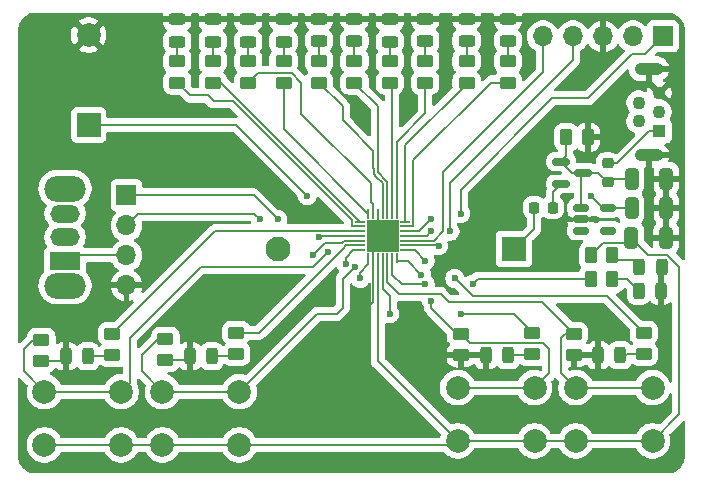
<source format=gbr>
%TF.GenerationSoftware,KiCad,Pcbnew,9.0.0*%
%TF.CreationDate,2025-03-28T15:43:29+07:00*%
%TF.ProjectId,PIC18F27Q43_OLED_Board,50494331-3846-4323-9751-34335f4f4c45,rev?*%
%TF.SameCoordinates,Original*%
%TF.FileFunction,Copper,L1,Top*%
%TF.FilePolarity,Positive*%
%FSLAX46Y46*%
G04 Gerber Fmt 4.6, Leading zero omitted, Abs format (unit mm)*
G04 Created by KiCad (PCBNEW 9.0.0) date 2025-03-28 15:43:29*
%MOMM*%
%LPD*%
G01*
G04 APERTURE LIST*
G04 Aperture macros list*
%AMRoundRect*
0 Rectangle with rounded corners*
0 $1 Rounding radius*
0 $2 $3 $4 $5 $6 $7 $8 $9 X,Y pos of 4 corners*
0 Add a 4 corners polygon primitive as box body*
4,1,4,$2,$3,$4,$5,$6,$7,$8,$9,$2,$3,0*
0 Add four circle primitives for the rounded corners*
1,1,$1+$1,$2,$3*
1,1,$1+$1,$4,$5*
1,1,$1+$1,$6,$7*
1,1,$1+$1,$8,$9*
0 Add four rect primitives between the rounded corners*
20,1,$1+$1,$2,$3,$4,$5,0*
20,1,$1+$1,$4,$5,$6,$7,0*
20,1,$1+$1,$6,$7,$8,$9,0*
20,1,$1+$1,$8,$9,$2,$3,0*%
G04 Aperture macros list end*
%TA.AperFunction,SMDPad,CuDef*%
%ADD10RoundRect,0.250000X0.450000X-0.262500X0.450000X0.262500X-0.450000X0.262500X-0.450000X-0.262500X0*%
%TD*%
%TA.AperFunction,SMDPad,CuDef*%
%ADD11RoundRect,0.250000X0.262500X0.450000X-0.262500X0.450000X-0.262500X-0.450000X0.262500X-0.450000X0*%
%TD*%
%TA.AperFunction,SMDPad,CuDef*%
%ADD12RoundRect,0.243750X-0.456250X0.243750X-0.456250X-0.243750X0.456250X-0.243750X0.456250X0.243750X0*%
%TD*%
%TA.AperFunction,ComponentPad*%
%ADD13C,2.000000*%
%TD*%
%TA.AperFunction,SMDPad,CuDef*%
%ADD14RoundRect,0.250000X-0.450000X0.262500X-0.450000X-0.262500X0.450000X-0.262500X0.450000X0.262500X0*%
%TD*%
%TA.AperFunction,SMDPad,CuDef*%
%ADD15R,0.203200X0.812800*%
%TD*%
%TA.AperFunction,SMDPad,CuDef*%
%ADD16R,0.812800X0.203200*%
%TD*%
%TA.AperFunction,SMDPad,CuDef*%
%ADD17R,2.743200X2.743200*%
%TD*%
%TA.AperFunction,SMDPad,CuDef*%
%ADD18RoundRect,0.250000X-0.262500X-0.450000X0.262500X-0.450000X0.262500X0.450000X-0.262500X0.450000X0*%
%TD*%
%TA.AperFunction,ComponentPad*%
%ADD19R,1.100000X1.100000*%
%TD*%
%TA.AperFunction,ComponentPad*%
%ADD20C,1.100000*%
%TD*%
%TA.AperFunction,ComponentPad*%
%ADD21O,2.400000X1.100000*%
%TD*%
%TA.AperFunction,ComponentPad*%
%ADD22O,3.500000X2.200000*%
%TD*%
%TA.AperFunction,ComponentPad*%
%ADD23R,2.500000X1.500000*%
%TD*%
%TA.AperFunction,ComponentPad*%
%ADD24O,2.500000X1.500000*%
%TD*%
%TA.AperFunction,ComponentPad*%
%ADD25R,1.700000X1.700000*%
%TD*%
%TA.AperFunction,ComponentPad*%
%ADD26O,1.700000X1.700000*%
%TD*%
%TA.AperFunction,SMDPad,CuDef*%
%ADD27RoundRect,0.243750X-0.243750X-0.456250X0.243750X-0.456250X0.243750X0.456250X-0.243750X0.456250X0*%
%TD*%
%TA.AperFunction,ComponentPad*%
%ADD28R,2.000000X2.000000*%
%TD*%
%TA.AperFunction,SMDPad,CuDef*%
%ADD29RoundRect,0.250000X-0.325000X-0.650000X0.325000X-0.650000X0.325000X0.650000X-0.325000X0.650000X0*%
%TD*%
%TA.AperFunction,SMDPad,CuDef*%
%ADD30RoundRect,0.243750X0.243750X0.456250X-0.243750X0.456250X-0.243750X-0.456250X0.243750X-0.456250X0*%
%TD*%
%TA.AperFunction,SMDPad,CuDef*%
%ADD31RoundRect,0.218750X0.218750X0.256250X-0.218750X0.256250X-0.218750X-0.256250X0.218750X-0.256250X0*%
%TD*%
%TA.AperFunction,SMDPad,CuDef*%
%ADD32RoundRect,0.150000X-0.587500X-0.150000X0.587500X-0.150000X0.587500X0.150000X-0.587500X0.150000X0*%
%TD*%
%TA.AperFunction,SMDPad,CuDef*%
%ADD33RoundRect,0.218750X0.256250X-0.218750X0.256250X0.218750X-0.256250X0.218750X-0.256250X-0.218750X0*%
%TD*%
%TA.AperFunction,SMDPad,CuDef*%
%ADD34RoundRect,0.150000X-0.512500X-0.150000X0.512500X-0.150000X0.512500X0.150000X-0.512500X0.150000X0*%
%TD*%
%TA.AperFunction,ComponentPad*%
%ADD35R,2.100000X2.100000*%
%TD*%
%TA.AperFunction,ComponentPad*%
%ADD36C,2.100000*%
%TD*%
%TA.AperFunction,ViaPad*%
%ADD37C,0.600000*%
%TD*%
%TA.AperFunction,Conductor*%
%ADD38C,0.200000*%
%TD*%
%TA.AperFunction,Conductor*%
%ADD39C,0.180000*%
%TD*%
G04 APERTURE END LIST*
D10*
%TO.P,R6,1*%
%TO.N,/RA1*%
X130500000Y-88912500D03*
%TO.P,R6,2*%
%TO.N,Net-(D2-A)*%
X130500000Y-87087500D03*
%TD*%
D11*
%TO.P,R21,1*%
%TO.N,GND*%
X140762500Y-93550000D03*
%TO.P,R21,2*%
%TO.N,Net-(D17-K)*%
X138937500Y-93550000D03*
%TD*%
D12*
%TO.P,D2,1,K*%
%TO.N,GND*%
X130500000Y-83500000D03*
%TO.P,D2,2,A*%
%TO.N,Net-(D2-A)*%
X130500000Y-85375000D03*
%TD*%
D13*
%TO.P,SW2,1,1*%
%TO.N,/RB3*%
X104750000Y-115087500D03*
X111250000Y-115087500D03*
%TO.P,SW2,2,2*%
%TO.N,VCC*%
X104750000Y-119587500D03*
X111250000Y-119587500D03*
%TD*%
D10*
%TO.P,R9,1*%
%TO.N,/RA4*%
X121000000Y-88912500D03*
%TO.P,R9,2*%
%TO.N,Net-(D5-A)*%
X121000000Y-87087500D03*
%TD*%
%TO.P,R11,1*%
%TO.N,/RA6*%
X115000000Y-88912500D03*
%TO.P,R11,2*%
%TO.N,Net-(D7-A)*%
X115000000Y-87087500D03*
%TD*%
D14*
%TO.P,R19,1*%
%TO.N,/RC7*%
X145500000Y-110087500D03*
%TO.P,R19,2*%
%TO.N,Net-(D15-A)*%
X145500000Y-111912500D03*
%TD*%
%TO.P,R15,1*%
%TO.N,/RC2*%
X100500000Y-110175000D03*
%TO.P,R15,2*%
%TO.N,Net-(D11-A)*%
X100500000Y-112000000D03*
%TD*%
D12*
%TO.P,D8,1,K*%
%TO.N,GND*%
X112000000Y-83562500D03*
%TO.P,D8,2,A*%
%TO.N,Net-(D8-A)*%
X112000000Y-85437500D03*
%TD*%
D15*
%TO.P,U1,1,RA2*%
%TO.N,/RA2*%
X124592300Y-100000000D03*
%TO.P,U1,2,RA3*%
%TO.N,/RA3*%
X124192301Y-100000000D03*
%TO.P,U1,3,RA4*%
%TO.N,/RA4*%
X123792299Y-100000000D03*
%TO.P,U1,4,RA5*%
%TO.N,/RA5*%
X123392300Y-100000000D03*
%TO.P,U1,5,VSS*%
%TO.N,GND*%
X122992301Y-100000000D03*
%TO.P,U1,6,RA7*%
%TO.N,/RA7*%
X122592299Y-100000000D03*
%TO.P,U1,7,RA6*%
%TO.N,/RA6*%
X122192300Y-100000000D03*
D16*
%TO.P,U1,8,RC0*%
%TO.N,/RC0*%
X121500000Y-100692300D03*
%TO.P,U1,9,RC1*%
%TO.N,/RC1*%
X121500000Y-101092299D03*
%TO.P,U1,10,RC2*%
%TO.N,/RC2*%
X121500000Y-101492301D03*
%TO.P,U1,11,RC3/SCL1/SCK1*%
%TO.N,/SCL*%
X121500000Y-101892300D03*
%TO.P,U1,12,RC4/SDA/SDI1*%
%TO.N,/SDA*%
X121500000Y-102292299D03*
%TO.P,U1,13,RC5*%
%TO.N,/RC5*%
X121500000Y-102692301D03*
%TO.P,U1,14,RC6*%
%TO.N,/RC6*%
X121500000Y-103092300D03*
D15*
%TO.P,U1,15,RC7*%
%TO.N,/RC7*%
X122192300Y-103784600D03*
%TO.P,U1,16,VSS*%
%TO.N,GND*%
X122592299Y-103784600D03*
%TO.P,U1,17,VDD*%
%TO.N,VCC*%
X122992301Y-103784600D03*
%TO.P,U1,18,RB0*%
%TO.N,/RB0*%
X123392300Y-103784600D03*
%TO.P,U1,19,RB1*%
%TO.N,/RB1*%
X123792299Y-103784600D03*
%TO.P,U1,20,RB2/SDI2*%
%TO.N,/RB2*%
X124192301Y-103784600D03*
%TO.P,U1,21,RB3/SCK2*%
%TO.N,/RB3*%
X124592300Y-103784600D03*
D16*
%TO.P,U1,22,RB4*%
%TO.N,/RB4*%
X125284600Y-103092300D03*
%TO.P,U1,23,RB5*%
%TO.N,/RB5*%
X125284600Y-102692301D03*
%TO.P,U1,24,RB6/ICSPCLK*%
%TO.N,/PGC*%
X125284600Y-102292299D03*
%TO.P,U1,25,RB7/ICSPDAT/PWM3ERS*%
%TO.N,/PGD*%
X125284600Y-101892300D03*
%TO.P,U1,26,RE3/\u002AMCLR/VPP*%
%TO.N,/MCLR*%
X125284600Y-101492301D03*
%TO.P,U1,27,RA0*%
%TO.N,/RA0*%
X125284600Y-101092299D03*
%TO.P,U1,28,RA1*%
%TO.N,/RA1*%
X125284600Y-100692300D03*
D17*
%TO.P,U1,29,VSS*%
%TO.N,GND*%
X123392300Y-101892300D03*
%TD*%
D18*
%TO.P,R20,1*%
%TO.N,/RB0*%
X141025000Y-105550000D03*
%TO.P,R20,2*%
%TO.N,Net-(D16-A)*%
X142850000Y-105550000D03*
%TD*%
D12*
%TO.P,D1,1,K*%
%TO.N,GND*%
X134000000Y-83500000D03*
%TO.P,D1,2,A*%
%TO.N,Net-(D1-A)*%
X134000000Y-85375000D03*
%TD*%
%TO.P,D5,1,K*%
%TO.N,GND*%
X121000000Y-83500000D03*
%TO.P,D5,2,A*%
%TO.N,Net-(D5-A)*%
X121000000Y-85375000D03*
%TD*%
D14*
%TO.P,R17,1*%
%TO.N,/RC6*%
X136000000Y-110087500D03*
%TO.P,R17,2*%
%TO.N,Net-(D13-A)*%
X136000000Y-111912500D03*
%TD*%
D10*
%TO.P,R4,1*%
%TO.N,GND*%
X130000000Y-112000000D03*
%TO.P,R4,2*%
%TO.N,/RB2*%
X130000000Y-110175000D03*
%TD*%
%TO.P,R5,1*%
%TO.N,GND*%
X139587500Y-112000000D03*
%TO.P,R5,2*%
%TO.N,/RB1*%
X139587500Y-110175000D03*
%TD*%
%TO.P,R10,1*%
%TO.N,/RA5*%
X118000000Y-88912500D03*
%TO.P,R10,2*%
%TO.N,Net-(D6-A)*%
X118000000Y-87087500D03*
%TD*%
%TO.P,R14,1*%
%TO.N,/RC1*%
X106000000Y-88912500D03*
%TO.P,R14,2*%
%TO.N,Net-(D10-A)*%
X106000000Y-87087500D03*
%TD*%
D13*
%TO.P,SW3,1,1*%
%TO.N,/RB2*%
X129750000Y-114750000D03*
X136250000Y-114750000D03*
%TO.P,SW3,2,2*%
%TO.N,VCC*%
X129750000Y-119250000D03*
X136250000Y-119250000D03*
%TD*%
D19*
%TO.P,J4,1,VBUS*%
%TO.N,Net-(D17-A)*%
X146812500Y-93000000D03*
D20*
%TO.P,J4,2,D-*%
%TO.N,unconnected-(J4-D--Pad2)*%
X145062500Y-92200000D03*
%TO.P,J4,3,D+*%
%TO.N,unconnected-(J4-D+-Pad3)*%
X146812500Y-91400000D03*
%TO.P,J4,4,ID*%
%TO.N,unconnected-(J4-ID-Pad4)*%
X145062500Y-90600000D03*
%TO.P,J4,5,GND*%
%TO.N,GND*%
X146812500Y-89800000D03*
D21*
%TO.P,J4,6,Shield*%
X145937500Y-95050000D03*
X145937500Y-87750000D03*
%TD*%
D13*
%TO.P,SW4,1,1*%
%TO.N,/RB1*%
X139750000Y-114750000D03*
X146250000Y-114750000D03*
%TO.P,SW4,2,2*%
%TO.N,VCC*%
X139750000Y-119250000D03*
X146250000Y-119250000D03*
%TD*%
D22*
%TO.P,SW5,*%
%TO.N,*%
X96500000Y-106100000D03*
X96500000Y-97900000D03*
D23*
%TO.P,SW5,1,A*%
%TO.N,VCC*%
X96500000Y-104000000D03*
D24*
%TO.P,SW5,2,B*%
%TO.N,Net-(SW5-B)*%
X96500000Y-102000000D03*
%TO.P,SW5,3,C*%
%TO.N,unconnected-(SW5-C-Pad3)*%
X96500000Y-100000000D03*
%TD*%
D25*
%TO.P,J2,1,Pin_1*%
%TO.N,/SDA*%
X101702500Y-98460000D03*
D26*
%TO.P,J2,2,Pin_2*%
%TO.N,/SCL*%
X101702500Y-101000000D03*
%TO.P,J2,3,Pin_3*%
%TO.N,VCC*%
X101702500Y-103540000D03*
%TO.P,J2,4,Pin_4*%
%TO.N,GND*%
X101702500Y-106080000D03*
%TD*%
D27*
%TO.P,D11,1,K*%
%TO.N,GND*%
X96562500Y-112087500D03*
%TO.P,D11,2,A*%
%TO.N,Net-(D11-A)*%
X98437500Y-112087500D03*
%TD*%
D12*
%TO.P,D10,1,K*%
%TO.N,GND*%
X106000000Y-83562500D03*
%TO.P,D10,2,A*%
%TO.N,Net-(D10-A)*%
X106000000Y-85437500D03*
%TD*%
D25*
%TO.P,J1,1,~{MCLR}/VPP*%
%TO.N,/MCLR*%
X147120000Y-85000000D03*
D26*
%TO.P,J1,2,VDD*%
%TO.N,VCC*%
X144580000Y-85000000D03*
%TO.P,J1,3,VSS*%
%TO.N,GND*%
X142040000Y-85000000D03*
%TO.P,J1,4,PGD/ICSPDAT*%
%TO.N,/PGD*%
X139500000Y-85000000D03*
%TO.P,J1,5,PGC/ICSPCLK*%
%TO.N,/PGC*%
X136960000Y-85000000D03*
%TD*%
D28*
%TO.P,LS1,1,1*%
%TO.N,/RB5*%
X98500000Y-92500000D03*
D13*
%TO.P,LS1,2,2*%
%TO.N,GND*%
X98500000Y-84900000D03*
%TD*%
D29*
%TO.P,C1,1*%
%TO.N,Net-(D17-K)*%
X144462500Y-97050000D03*
%TO.P,C1,2*%
%TO.N,GND*%
X147412500Y-97050000D03*
%TD*%
D10*
%TO.P,R2,1*%
%TO.N,/RA0*%
X134000000Y-88912500D03*
%TO.P,R2,2*%
%TO.N,Net-(D1-A)*%
X134000000Y-87087500D03*
%TD*%
D30*
%TO.P,D16,1,K*%
%TO.N,GND*%
X146937500Y-106550000D03*
%TO.P,D16,2,A*%
%TO.N,Net-(D16-A)*%
X145062500Y-106550000D03*
%TD*%
D12*
%TO.P,D3,1,K*%
%TO.N,GND*%
X127000000Y-83500000D03*
%TO.P,D3,2,A*%
%TO.N,Net-(D3-A)*%
X127000000Y-85375000D03*
%TD*%
D10*
%TO.P,R1,1*%
%TO.N,GND*%
X94500000Y-112500000D03*
%TO.P,R1,2*%
%TO.N,/RB4*%
X94500000Y-110675000D03*
%TD*%
D12*
%TO.P,D9,1,K*%
%TO.N,GND*%
X109000000Y-83562500D03*
%TO.P,D9,2,A*%
%TO.N,Net-(D9-A)*%
X109000000Y-85437500D03*
%TD*%
D10*
%TO.P,R12,1*%
%TO.N,/RA7*%
X112000000Y-88912500D03*
%TO.P,R12,2*%
%TO.N,Net-(D8-A)*%
X112000000Y-87087500D03*
%TD*%
D18*
%TO.P,R18,1*%
%TO.N,VCC*%
X141025000Y-103550000D03*
%TO.P,R18,2*%
%TO.N,Net-(D14-A)*%
X142850000Y-103550000D03*
%TD*%
D12*
%TO.P,D6,1,K*%
%TO.N,GND*%
X118000000Y-83500000D03*
%TO.P,D6,2,A*%
%TO.N,Net-(D6-A)*%
X118000000Y-85375000D03*
%TD*%
D27*
%TO.P,D15,1,K*%
%TO.N,GND*%
X141625000Y-112000000D03*
%TO.P,D15,2,A*%
%TO.N,Net-(D15-A)*%
X143500000Y-112000000D03*
%TD*%
D13*
%TO.P,SW1,1,1*%
%TO.N,/RB4*%
X94750000Y-115087500D03*
X101250000Y-115087500D03*
%TO.P,SW1,2,2*%
%TO.N,VCC*%
X94750000Y-119587500D03*
X101250000Y-119587500D03*
%TD*%
D31*
%TO.P,D18,1,K*%
%TO.N,Net-(D18-K)*%
X137787500Y-99500000D03*
%TO.P,D18,2,A*%
%TO.N,Net-(BT1-+)*%
X136212500Y-99500000D03*
%TD*%
D27*
%TO.P,D12,1,K*%
%TO.N,GND*%
X107062500Y-112087500D03*
%TO.P,D12,2,A*%
%TO.N,Net-(D12-A)*%
X108937500Y-112087500D03*
%TD*%
D30*
%TO.P,D14,1,K*%
%TO.N,GND*%
X147000000Y-104500000D03*
%TO.P,D14,2,A*%
%TO.N,Net-(D14-A)*%
X145125000Y-104500000D03*
%TD*%
D12*
%TO.P,D4,1,K*%
%TO.N,GND*%
X124000000Y-83562500D03*
%TO.P,D4,2,A*%
%TO.N,Net-(D4-A)*%
X124000000Y-85437500D03*
%TD*%
D10*
%TO.P,R3,1*%
%TO.N,GND*%
X105000000Y-112412500D03*
%TO.P,R3,2*%
%TO.N,/RB3*%
X105000000Y-110587500D03*
%TD*%
D32*
%TO.P,Q1,1,G*%
%TO.N,Net-(D17-K)*%
X138500000Y-95600000D03*
%TO.P,Q1,2,S*%
%TO.N,Net-(D18-K)*%
X138500000Y-97500000D03*
%TO.P,Q1,3,D*%
%TO.N,Net-(D17-K)*%
X140375000Y-96550000D03*
%TD*%
D29*
%TO.P,C3,1*%
%TO.N,VCC*%
X144437500Y-102050000D03*
%TO.P,C3,2*%
%TO.N,GND*%
X147387500Y-102050000D03*
%TD*%
D33*
%TO.P,D17,1,K*%
%TO.N,Net-(D17-K)*%
X142437500Y-97337500D03*
%TO.P,D17,2,A*%
%TO.N,Net-(D17-A)*%
X142437500Y-95762500D03*
%TD*%
D10*
%TO.P,R7,1*%
%TO.N,/RA2*%
X127000000Y-88912500D03*
%TO.P,R7,2*%
%TO.N,Net-(D3-A)*%
X127000000Y-87087500D03*
%TD*%
D14*
%TO.P,R16,1*%
%TO.N,/RC5*%
X111000000Y-110087500D03*
%TO.P,R16,2*%
%TO.N,Net-(D12-A)*%
X111000000Y-111912500D03*
%TD*%
D27*
%TO.P,D13,1,K*%
%TO.N,GND*%
X132125000Y-112000000D03*
%TO.P,D13,2,A*%
%TO.N,Net-(D13-A)*%
X134000000Y-112000000D03*
%TD*%
D10*
%TO.P,R13,1*%
%TO.N,/RC0*%
X109000000Y-88912500D03*
%TO.P,R13,2*%
%TO.N,Net-(D9-A)*%
X109000000Y-87087500D03*
%TD*%
D34*
%TO.P,U2,1,VIN*%
%TO.N,Net-(D17-K)*%
X140162500Y-99550000D03*
%TO.P,U2,2,GND*%
%TO.N,GND*%
X140162500Y-100500000D03*
%TO.P,U2,3,EN*%
%TO.N,unconnected-(U2-EN-Pad3)*%
X140162500Y-101450000D03*
%TO.P,U2,4,NC*%
%TO.N,unconnected-(U2-NC-Pad4)*%
X142437500Y-101450000D03*
%TO.P,U2,5,VOUT*%
%TO.N,Net-(SW5-B)*%
X142437500Y-99550000D03*
%TD*%
D12*
%TO.P,D7,1,K*%
%TO.N,GND*%
X115000000Y-83562500D03*
%TO.P,D7,2,A*%
%TO.N,Net-(D7-A)*%
X115000000Y-85437500D03*
%TD*%
D10*
%TO.P,R8,1*%
%TO.N,/RA3*%
X124000000Y-88912500D03*
%TO.P,R8,2*%
%TO.N,Net-(D4-A)*%
X124000000Y-87087500D03*
%TD*%
D29*
%TO.P,C2,1*%
%TO.N,Net-(SW5-B)*%
X144462500Y-99550000D03*
%TO.P,C2,2*%
%TO.N,GND*%
X147412500Y-99550000D03*
%TD*%
D35*
%TO.P,BT1,1,+*%
%TO.N,Net-(BT1-+)*%
X134500000Y-103000000D03*
D36*
%TO.P,BT1,2,-*%
%TO.N,GND*%
X114500000Y-103000000D03*
%TD*%
D37*
%TO.N,GND*%
X135500000Y-83500000D03*
X108250000Y-109750000D03*
X125000000Y-109500000D03*
X147000000Y-104500000D03*
X141500000Y-109500000D03*
X146000000Y-102000000D03*
X122000000Y-108000000D03*
X133000000Y-113500000D03*
%TO.N,Net-(SW5-B)*%
X141000000Y-98500000D03*
%TO.N,/MCLR*%
X130000000Y-100000000D03*
X127500000Y-100500000D03*
%TO.N,/PGD*%
X127500000Y-101500000D03*
X129100000Y-101500000D03*
%TO.N,/SDA*%
X114500000Y-100500000D03*
X117500000Y-103500000D03*
%TO.N,/SCL*%
X118000000Y-102000000D03*
X113000000Y-100500000D03*
%TO.N,/RB5*%
X128120938Y-102727311D03*
X117000000Y-98500000D03*
%TO.N,/RB4*%
X118750000Y-103250000D03*
X127000000Y-104000000D03*
%TO.N,/RB3*%
X126674265Y-105174265D03*
X121008949Y-104502983D03*
%TO.N,/RB2*%
X127500000Y-107400000D03*
X127000000Y-106000000D03*
%TO.N,/RC6*%
X120250000Y-104250000D03*
X130000000Y-108500000D03*
%TO.N,/RC7*%
X129500000Y-105500000D03*
X121500000Y-105500000D03*
%TO.N,/RB0*%
X124009502Y-108500000D03*
X131000000Y-106000000D03*
%TD*%
D38*
%TO.N,Net-(BT1-+)*%
X136212500Y-99500000D02*
X136212500Y-101287500D01*
X136212500Y-101287500D02*
X134500000Y-103000000D01*
%TO.N,GND*%
X96150000Y-112500000D02*
X96562500Y-112087500D01*
X122592299Y-103784600D02*
X122592299Y-107500000D01*
X135500000Y-83500000D02*
X134000000Y-83500000D01*
X122992301Y-101492301D02*
X122992301Y-100000000D01*
X130000000Y-112000000D02*
X127500000Y-112000000D01*
X107062500Y-110937500D02*
X108250000Y-109750000D01*
X123392300Y-101892300D02*
X122992301Y-101492301D01*
X123392300Y-101892300D02*
X122592299Y-102692301D01*
X122592299Y-102692301D02*
X122592299Y-103784600D01*
X106737500Y-112412500D02*
X107062500Y-112087500D01*
X94500000Y-112500000D02*
X96150000Y-112500000D01*
X125000000Y-109500000D02*
X126750000Y-111250000D01*
X122000000Y-108000000D02*
X122092299Y-108000000D01*
X122092299Y-108000000D02*
X122592299Y-107500000D01*
X105000000Y-112412500D02*
X106737500Y-112412500D01*
X107062500Y-112087500D02*
X107062500Y-110937500D01*
X127500000Y-112000000D02*
X126750000Y-111250000D01*
%TO.N,Net-(D17-K)*%
X142725000Y-97050000D02*
X142437500Y-97337500D01*
X140162500Y-96762500D02*
X140375000Y-96550000D01*
X140375000Y-96550000D02*
X139450000Y-96550000D01*
X144462500Y-97050000D02*
X142725000Y-97050000D01*
X141650000Y-96550000D02*
X142437500Y-97337500D01*
X138500000Y-95600000D02*
X138937500Y-95162500D01*
X139450000Y-96550000D02*
X138500000Y-95600000D01*
X140375000Y-96550000D02*
X141650000Y-96550000D01*
X140162500Y-99550000D02*
X140162500Y-96762500D01*
X138937500Y-95162500D02*
X138937500Y-93550000D01*
%TO.N,Net-(SW5-B)*%
X142437500Y-99550000D02*
X142050000Y-99550000D01*
X144462500Y-99550000D02*
X142500000Y-99550000D01*
X142050000Y-99550000D02*
X141000000Y-98500000D01*
X142500000Y-99550000D02*
X142437500Y-99550000D01*
%TO.N,VCC*%
X143987500Y-102500000D02*
X144437500Y-102050000D01*
X147499999Y-103500000D02*
X148500000Y-104500001D01*
X129750000Y-119250000D02*
X123000000Y-112500000D01*
X148500000Y-117000000D02*
X146250000Y-119250000D01*
X146250000Y-119250000D02*
X129750000Y-119250000D01*
D39*
X122992301Y-104492301D02*
X122992301Y-103784600D01*
D38*
X96500000Y-104000000D02*
X97000000Y-104000000D01*
X145887500Y-103500000D02*
X147499999Y-103500000D01*
X142075000Y-102500000D02*
X143987500Y-102500000D01*
X97460000Y-103540000D02*
X101702500Y-103540000D01*
X144437500Y-102050000D02*
X145887500Y-103500000D01*
D39*
X123000000Y-112500000D02*
X123000000Y-104500000D01*
X123000000Y-104500000D02*
X122992301Y-104492301D01*
D38*
X129412500Y-119587500D02*
X129750000Y-119250000D01*
X141025000Y-103550000D02*
X142075000Y-102500000D01*
X148500000Y-104500001D02*
X148500000Y-117000000D01*
X104750000Y-119587500D02*
X111250000Y-119587500D01*
X111250000Y-119587500D02*
X129412500Y-119587500D01*
X94750000Y-119587500D02*
X104750000Y-119587500D01*
X97000000Y-104000000D02*
X97460000Y-103540000D01*
%TO.N,Net-(D1-A)*%
X134000000Y-87087500D02*
X134000000Y-85375000D01*
%TO.N,Net-(D2-A)*%
X130500000Y-87087500D02*
X130500000Y-85375000D01*
%TO.N,Net-(D3-A)*%
X127000000Y-85375000D02*
X127000000Y-87087500D01*
%TO.N,Net-(D4-A)*%
X124000000Y-85312500D02*
X124000000Y-87087500D01*
%TO.N,Net-(D5-A)*%
X121000000Y-85375000D02*
X121000000Y-87087500D01*
%TO.N,Net-(D6-A)*%
X118000000Y-85375000D02*
X118000000Y-87087500D01*
%TO.N,Net-(D7-A)*%
X115000000Y-85437500D02*
X115000000Y-87087500D01*
%TO.N,Net-(D8-A)*%
X112000000Y-85437500D02*
X112000000Y-87087500D01*
%TO.N,Net-(D9-A)*%
X109000000Y-85437500D02*
X109000000Y-87087500D01*
%TO.N,Net-(D10-A)*%
X106000000Y-85437500D02*
X106000000Y-87087500D01*
%TO.N,Net-(D11-A)*%
X98437500Y-112087500D02*
X100412500Y-112087500D01*
X100412500Y-112087500D02*
X100500000Y-112000000D01*
%TO.N,Net-(D12-A)*%
X110825000Y-112087500D02*
X111000000Y-111912500D01*
X108937500Y-112087500D02*
X110825000Y-112087500D01*
%TO.N,Net-(D13-A)*%
X135912500Y-112000000D02*
X136000000Y-111912500D01*
X134000000Y-112000000D02*
X135912500Y-112000000D01*
%TO.N,Net-(D14-A)*%
X144576000Y-103951000D02*
X142850000Y-103951000D01*
X145125000Y-104500000D02*
X144576000Y-103951000D01*
X142937500Y-103550000D02*
X142850000Y-103550000D01*
%TO.N,Net-(D15-A)*%
X143500000Y-112000000D02*
X144000000Y-112000000D01*
X144087500Y-111912500D02*
X145500000Y-111912500D01*
X144000000Y-112000000D02*
X144087500Y-111912500D01*
%TO.N,Net-(D16-A)*%
X144062500Y-105550000D02*
X145062500Y-106550000D01*
X142850000Y-105550000D02*
X144062500Y-105550000D01*
%TO.N,Net-(D17-A)*%
X146761500Y-93051000D02*
X145949000Y-93051000D01*
X146812500Y-93000000D02*
X146761500Y-93051000D01*
X143237500Y-95762500D02*
X142437500Y-95762500D01*
X145949000Y-93051000D02*
X143237500Y-95762500D01*
%TO.N,Net-(D18-K)*%
X137787500Y-98212500D02*
X138500000Y-97500000D01*
X137787500Y-99500000D02*
X137787500Y-98212500D01*
%TO.N,/MCLR*%
X145620000Y-86500000D02*
X144500000Y-86500000D01*
X127500000Y-100500000D02*
X126507699Y-101492301D01*
D39*
X126507699Y-101492301D02*
X125284600Y-101492301D01*
D38*
X130000000Y-98000000D02*
X130000000Y-100000000D01*
X144500000Y-86500000D02*
X140750000Y-90250000D01*
X140750000Y-90250000D02*
X137750000Y-90250000D01*
X147500000Y-84500000D02*
X147500000Y-84620000D01*
X147500000Y-84620000D02*
X145620000Y-86500000D01*
X137750000Y-90250000D02*
X130000000Y-98000000D01*
D39*
%TO.N,/PGC*%
X127194601Y-102292299D02*
X125284600Y-102292299D01*
D38*
X136960000Y-88040000D02*
X128500000Y-96500000D01*
X127707701Y-102292299D02*
X127194601Y-102292299D01*
X128500000Y-101500000D02*
X127707701Y-102292299D01*
X136960000Y-84880000D02*
X136960000Y-88040000D01*
X128500000Y-96500000D02*
X128500000Y-101500000D01*
%TO.N,/PGD*%
X129100000Y-97400000D02*
X139500000Y-87000000D01*
D39*
X127107700Y-101892300D02*
X125284600Y-101892300D01*
D38*
X139500000Y-87000000D02*
X139500000Y-84880000D01*
X129100000Y-101500000D02*
X129100000Y-97400000D01*
X127500000Y-101500000D02*
X127107700Y-101892300D01*
%TO.N,/SDA*%
X114500000Y-100500000D02*
X112460000Y-98460000D01*
X117500000Y-103500000D02*
X118500000Y-102500000D01*
X118500000Y-102500000D02*
X119947042Y-102500000D01*
X119947042Y-102500000D02*
X120154743Y-102292299D01*
D39*
X120154743Y-102292299D02*
X121500000Y-102292299D01*
D38*
X112460000Y-98460000D02*
X101702500Y-98460000D01*
%TO.N,/SCL*%
X112500000Y-100000000D02*
X113000000Y-100500000D01*
X102702500Y-100000000D02*
X107000000Y-100000000D01*
D39*
X121498999Y-101891299D02*
X121500000Y-101892300D01*
D38*
X118108701Y-101891299D02*
X120490000Y-101891299D01*
X101702500Y-101000000D02*
X102702500Y-100000000D01*
X118000000Y-102000000D02*
X118108701Y-101891299D01*
X107000000Y-100000000D02*
X112500000Y-100000000D01*
D39*
X120490000Y-101891299D02*
X121498999Y-101891299D01*
D38*
%TO.N,/RB5*%
X98500000Y-92500000D02*
X111000000Y-92500000D01*
X111000000Y-92500000D02*
X117000000Y-98500000D01*
D39*
X128085928Y-102692301D02*
X125284600Y-102692301D01*
D38*
X128120938Y-102727311D02*
X128085928Y-102692301D01*
%TO.N,/RB4*%
X126094901Y-103094901D02*
X125284600Y-103094901D01*
X102000000Y-114337500D02*
X102000000Y-110500000D01*
X93000000Y-111500000D02*
X93000000Y-113337500D01*
X117500000Y-104500000D02*
X118750000Y-103250000D01*
X108000000Y-104500000D02*
X117500000Y-104500000D01*
X93825000Y-110675000D02*
X93000000Y-111500000D01*
X94500000Y-110675000D02*
X93825000Y-110675000D01*
X93000000Y-113337500D02*
X94750000Y-115087500D01*
X101250000Y-115087500D02*
X102000000Y-114337500D01*
X94750000Y-115087500D02*
X101250000Y-115087500D01*
X102000000Y-110500000D02*
X108000000Y-104500000D01*
X127000000Y-104000000D02*
X126094901Y-103094901D01*
%TO.N,/RA0*%
X134000000Y-88912500D02*
X132587500Y-88912500D01*
D39*
X125992000Y-95508000D02*
X125992000Y-101092299D01*
D38*
X132587500Y-88912500D02*
X125992000Y-95508000D01*
D39*
X125992000Y-101092299D02*
X125284600Y-101092299D01*
D38*
%TO.N,/RB3*%
X125500000Y-104000000D02*
X124689802Y-104000000D01*
X104750000Y-115087500D02*
X103000000Y-113337500D01*
X121008949Y-104502983D02*
X120000000Y-105511932D01*
X103000000Y-113337500D02*
X103000000Y-112000000D01*
X119500000Y-108500000D02*
X117837500Y-108500000D01*
X117837500Y-108500000D02*
X111250000Y-115087500D01*
X124594901Y-104094901D02*
X124594901Y-103784600D01*
X124689802Y-104000000D02*
X124594901Y-104094901D01*
X104750000Y-115087500D02*
X111250000Y-115087500D01*
X126674265Y-105174265D02*
X125500000Y-104000000D01*
X120000000Y-105511932D02*
X120000000Y-108000000D01*
X104412500Y-110587500D02*
X105000000Y-110587500D01*
X120000000Y-108000000D02*
X119500000Y-108500000D01*
X103000000Y-112000000D02*
X104412500Y-110587500D01*
%TO.N,/RB2*%
X137500000Y-113500000D02*
X137500000Y-111500000D01*
X127500000Y-108000000D02*
X129675000Y-110175000D01*
X127500000Y-107400000D02*
X127500000Y-108000000D01*
X136250000Y-114750000D02*
X137500000Y-113500000D01*
X130825000Y-111000000D02*
X130000000Y-110175000D01*
X137500000Y-111500000D02*
X137000000Y-111000000D01*
X129675000Y-110175000D02*
X130000000Y-110175000D01*
X136250000Y-114750000D02*
X129750000Y-114750000D01*
X127000000Y-106000000D02*
X125000000Y-106000000D01*
X137000000Y-111000000D02*
X130825000Y-111000000D01*
D39*
X124192301Y-105192301D02*
X124192301Y-103784600D01*
X125000000Y-106000000D02*
X124192301Y-105192301D01*
D38*
%TO.N,/RB1*%
X139750000Y-114750000D02*
X138500000Y-113500000D01*
D39*
X123783300Y-105000000D02*
X123792299Y-104991001D01*
D38*
X123783300Y-105783300D02*
X124799000Y-106799000D01*
X124799000Y-106799000D02*
X128299000Y-106799000D01*
X138500000Y-110500000D02*
X138825000Y-110175000D01*
X129000000Y-107500000D02*
X130500000Y-107500000D01*
D39*
X123792299Y-104991001D02*
X123792299Y-103784600D01*
D38*
X136912500Y-107500000D02*
X130500000Y-107500000D01*
X138500000Y-113500000D02*
X138500000Y-110500000D01*
D39*
X123783300Y-105783300D02*
X123783300Y-105000000D01*
D38*
X146250000Y-114750000D02*
X139750000Y-114750000D01*
X139587500Y-110175000D02*
X136912500Y-107500000D01*
X128299000Y-106799000D02*
X129000000Y-107500000D01*
X138825000Y-110175000D02*
X139587500Y-110175000D01*
%TO.N,/RA1*%
X125284600Y-94215400D02*
X125284600Y-100689699D01*
X130500000Y-88912500D02*
X130500000Y-89000000D01*
X130500000Y-89000000D02*
X125284600Y-94215400D01*
%TO.N,/RA2*%
X124594901Y-93905099D02*
X124594901Y-100000000D01*
X127000000Y-88912500D02*
X127000000Y-91500000D01*
X127000000Y-91500000D02*
X124594901Y-93905099D01*
D39*
%TO.N,/RA3*%
X124192301Y-89104801D02*
X124192301Y-100000000D01*
D38*
X124192301Y-89104801D02*
X124000000Y-88912500D01*
%TO.N,/RA4*%
X121000000Y-88912500D02*
X123000301Y-90912801D01*
D39*
X123792299Y-97292299D02*
X123792299Y-100000000D01*
X123000301Y-96000000D02*
X123000301Y-96500301D01*
D38*
X123000301Y-90912801D02*
X123000301Y-96000000D01*
D39*
X123000301Y-96500301D02*
X123792299Y-97292299D01*
%TO.N,/RA5*%
X122609301Y-94676702D02*
X122609301Y-96161958D01*
X122609301Y-96161958D02*
X122619301Y-96171958D01*
D38*
X120000000Y-92067401D02*
X120466299Y-92533700D01*
D39*
X123392300Y-97431116D02*
X123392300Y-100000000D01*
X120466299Y-92533701D02*
X122609301Y-94676702D01*
D38*
X120000000Y-90912500D02*
X120000000Y-92067401D01*
D39*
X122619301Y-96658117D02*
X122842486Y-96881301D01*
X122842486Y-96881301D02*
X123392300Y-97431116D01*
D38*
X118000000Y-88912500D02*
X120000000Y-90912500D01*
D39*
X122619301Y-96171958D02*
X122619301Y-96658117D01*
D38*
%TO.N,/RA6*%
X115000000Y-92810301D02*
X122189699Y-100000000D01*
X115000000Y-88912500D02*
X115000000Y-92810301D01*
%TO.N,/RA7*%
X116500000Y-88913840D02*
X116500000Y-91533700D01*
D39*
X122379641Y-99000000D02*
X122584900Y-99205259D01*
D38*
X115685160Y-88099000D02*
X116500000Y-88913840D01*
D39*
X116940400Y-91974101D02*
X122379641Y-97413342D01*
D38*
X112813500Y-88099000D02*
X115685160Y-88099000D01*
D39*
X122584900Y-99302600D02*
X122592299Y-99309999D01*
X122592299Y-99309999D02*
X122592299Y-100000000D01*
X122584900Y-99205259D02*
X122584900Y-99302600D01*
D38*
X112000000Y-88912500D02*
X112813500Y-88099000D01*
D39*
X122379641Y-97413342D02*
X122379641Y-99000000D01*
D38*
X116500000Y-91533700D02*
X116940400Y-91974100D01*
%TO.N,/RC0*%
X109722801Y-88912500D02*
X121500000Y-100689699D01*
X109000000Y-88912500D02*
X109722801Y-88912500D01*
D39*
%TO.N,/RC1*%
X121492601Y-101084900D02*
X121500000Y-101092299D01*
D38*
X106000000Y-88912500D02*
X107087500Y-90000000D01*
X110743201Y-90500000D02*
X120792600Y-100549399D01*
D39*
X120802600Y-101084900D02*
X121492601Y-101084900D01*
D38*
X109088840Y-90500000D02*
X110743201Y-90500000D01*
D39*
X120802600Y-100549399D02*
X120802600Y-101084900D01*
X120792600Y-100549399D02*
X120802600Y-100549399D01*
D38*
X107087500Y-90000000D02*
X108588840Y-90000000D01*
X108588840Y-90000000D02*
X109088840Y-90500000D01*
D39*
%TO.N,/RC2*%
X121500000Y-101492301D02*
X109182699Y-101492301D01*
X109182699Y-101492301D02*
X100500000Y-110175000D01*
%TO.N,/RC5*%
X120307699Y-102692301D02*
X121500000Y-102692301D01*
D38*
X112912500Y-110087500D02*
X120000000Y-103000000D01*
D39*
X120000000Y-103000000D02*
X120307699Y-102692301D01*
D38*
X111000000Y-110087500D02*
X112912500Y-110087500D01*
%TO.N,/RC6*%
X136000000Y-110000000D02*
X134500000Y-108500000D01*
X136000000Y-110087500D02*
X136000000Y-110000000D01*
X120250000Y-103750000D02*
X120905099Y-103094901D01*
X134500000Y-108500000D02*
X130000000Y-108500000D01*
X120250000Y-104250000D02*
X120250000Y-103750000D01*
X120905099Y-103094901D02*
X121500000Y-103094901D01*
%TO.N,/RC7*%
X121500000Y-105000000D02*
X122189699Y-104310301D01*
X121500000Y-105500000D02*
X121500000Y-105000000D01*
X142412500Y-107000000D02*
X137000000Y-107000000D01*
X131000000Y-107000000D02*
X129500000Y-105500000D01*
X145500000Y-110087500D02*
X142412500Y-107000000D01*
X137000000Y-107000000D02*
X131000000Y-107000000D01*
X122189699Y-104310301D02*
X122189699Y-103787201D01*
D39*
%TO.N,/RB0*%
X124009502Y-108500000D02*
X124009502Y-107009502D01*
X123392300Y-106392300D02*
X123392300Y-103784600D01*
D38*
X131000000Y-106000000D02*
X131450000Y-105550000D01*
X131450000Y-105550000D02*
X141025000Y-105550000D01*
D39*
X124009502Y-107009502D02*
X123392300Y-106392300D01*
%TD*%
%TA.AperFunction,Conductor*%
%TO.N,GND*%
G36*
X122368363Y-105896224D02*
G01*
X122405082Y-105955668D01*
X122409500Y-105988473D01*
X122409500Y-112367293D01*
X122405275Y-112399384D01*
X122399499Y-112420938D01*
X122399499Y-112579054D01*
X122399498Y-112579054D01*
X122416809Y-112643657D01*
X122440423Y-112731785D01*
X122519481Y-112868716D01*
X122519483Y-112868718D01*
X128297200Y-118646435D01*
X128304492Y-118659790D01*
X128315706Y-118670082D01*
X128320897Y-118689834D01*
X128330685Y-118707758D01*
X128329873Y-118723981D01*
X128333468Y-118737656D01*
X128327450Y-118772433D01*
X128285574Y-118901317D01*
X128246137Y-118958993D01*
X128181779Y-118986192D01*
X128167643Y-118987000D01*
X112704068Y-118987000D01*
X112637029Y-118967315D01*
X112593583Y-118919295D01*
X112584423Y-118901317D01*
X112533343Y-118801067D01*
X112394517Y-118609990D01*
X112227510Y-118442983D01*
X112036433Y-118304157D01*
X111825996Y-118196933D01*
X111601368Y-118123946D01*
X111368097Y-118087000D01*
X111368092Y-118087000D01*
X111131908Y-118087000D01*
X111131903Y-118087000D01*
X110898631Y-118123946D01*
X110674003Y-118196933D01*
X110463566Y-118304157D01*
X110354550Y-118383362D01*
X110272490Y-118442983D01*
X110272488Y-118442985D01*
X110272487Y-118442985D01*
X110105485Y-118609987D01*
X110105485Y-118609988D01*
X110105483Y-118609990D01*
X110047473Y-118689834D01*
X109966657Y-118801066D01*
X109934060Y-118865040D01*
X109916944Y-118898635D01*
X109906417Y-118919295D01*
X109858442Y-118970091D01*
X109795932Y-118987000D01*
X106204068Y-118987000D01*
X106137029Y-118967315D01*
X106093583Y-118919295D01*
X106084423Y-118901317D01*
X106033343Y-118801067D01*
X105894517Y-118609990D01*
X105727510Y-118442983D01*
X105536433Y-118304157D01*
X105325996Y-118196933D01*
X105101368Y-118123946D01*
X104868097Y-118087000D01*
X104868092Y-118087000D01*
X104631908Y-118087000D01*
X104631903Y-118087000D01*
X104398631Y-118123946D01*
X104174003Y-118196933D01*
X103963566Y-118304157D01*
X103854550Y-118383362D01*
X103772490Y-118442983D01*
X103772488Y-118442985D01*
X103772487Y-118442985D01*
X103605485Y-118609987D01*
X103605485Y-118609988D01*
X103605483Y-118609990D01*
X103547473Y-118689834D01*
X103466657Y-118801066D01*
X103434060Y-118865040D01*
X103416944Y-118898635D01*
X103406417Y-118919295D01*
X103358442Y-118970091D01*
X103295932Y-118987000D01*
X102704068Y-118987000D01*
X102637029Y-118967315D01*
X102593583Y-118919295D01*
X102584423Y-118901317D01*
X102533343Y-118801067D01*
X102394517Y-118609990D01*
X102227510Y-118442983D01*
X102036433Y-118304157D01*
X101825996Y-118196933D01*
X101601368Y-118123946D01*
X101368097Y-118087000D01*
X101368092Y-118087000D01*
X101131908Y-118087000D01*
X101131903Y-118087000D01*
X100898631Y-118123946D01*
X100674003Y-118196933D01*
X100463566Y-118304157D01*
X100354550Y-118383362D01*
X100272490Y-118442983D01*
X100272488Y-118442985D01*
X100272487Y-118442985D01*
X100105485Y-118609987D01*
X100105485Y-118609988D01*
X100105483Y-118609990D01*
X100047473Y-118689834D01*
X99966657Y-118801066D01*
X99934060Y-118865040D01*
X99916944Y-118898635D01*
X99906417Y-118919295D01*
X99858442Y-118970091D01*
X99795932Y-118987000D01*
X96204068Y-118987000D01*
X96137029Y-118967315D01*
X96093583Y-118919295D01*
X96084423Y-118901317D01*
X96033343Y-118801067D01*
X95894517Y-118609990D01*
X95727510Y-118442983D01*
X95536433Y-118304157D01*
X95325996Y-118196933D01*
X95101368Y-118123946D01*
X94868097Y-118087000D01*
X94868092Y-118087000D01*
X94631908Y-118087000D01*
X94631903Y-118087000D01*
X94398631Y-118123946D01*
X94174003Y-118196933D01*
X93963566Y-118304157D01*
X93854550Y-118383362D01*
X93772490Y-118442983D01*
X93772488Y-118442985D01*
X93772487Y-118442985D01*
X93605485Y-118609987D01*
X93605485Y-118609988D01*
X93605483Y-118609990D01*
X93547473Y-118689834D01*
X93466657Y-118801066D01*
X93359433Y-119011503D01*
X93286446Y-119236131D01*
X93249500Y-119469402D01*
X93249500Y-119705597D01*
X93286446Y-119938868D01*
X93359433Y-120163496D01*
X93466657Y-120373933D01*
X93605483Y-120565010D01*
X93772490Y-120732017D01*
X93963567Y-120870843D01*
X94062991Y-120921502D01*
X94174003Y-120978066D01*
X94174005Y-120978066D01*
X94174008Y-120978068D01*
X94294412Y-121017189D01*
X94398631Y-121051053D01*
X94631903Y-121088000D01*
X94631908Y-121088000D01*
X94868097Y-121088000D01*
X95101368Y-121051053D01*
X95325992Y-120978068D01*
X95536433Y-120870843D01*
X95727510Y-120732017D01*
X95894517Y-120565010D01*
X96033343Y-120373933D01*
X96093583Y-120255704D01*
X96141558Y-120204909D01*
X96204068Y-120188000D01*
X99795932Y-120188000D01*
X99862971Y-120207685D01*
X99906416Y-120255703D01*
X99966657Y-120373933D01*
X100105483Y-120565010D01*
X100272490Y-120732017D01*
X100463567Y-120870843D01*
X100562991Y-120921502D01*
X100674003Y-120978066D01*
X100674005Y-120978066D01*
X100674008Y-120978068D01*
X100794412Y-121017189D01*
X100898631Y-121051053D01*
X101131903Y-121088000D01*
X101131908Y-121088000D01*
X101368097Y-121088000D01*
X101601368Y-121051053D01*
X101825992Y-120978068D01*
X102036433Y-120870843D01*
X102227510Y-120732017D01*
X102394517Y-120565010D01*
X102533343Y-120373933D01*
X102593583Y-120255704D01*
X102641558Y-120204909D01*
X102704068Y-120188000D01*
X103295932Y-120188000D01*
X103362971Y-120207685D01*
X103406416Y-120255703D01*
X103466657Y-120373933D01*
X103605483Y-120565010D01*
X103772490Y-120732017D01*
X103963567Y-120870843D01*
X104062991Y-120921502D01*
X104174003Y-120978066D01*
X104174005Y-120978066D01*
X104174008Y-120978068D01*
X104294412Y-121017189D01*
X104398631Y-121051053D01*
X104631903Y-121088000D01*
X104631908Y-121088000D01*
X104868097Y-121088000D01*
X105101368Y-121051053D01*
X105325992Y-120978068D01*
X105536433Y-120870843D01*
X105727510Y-120732017D01*
X105894517Y-120565010D01*
X106033343Y-120373933D01*
X106093583Y-120255704D01*
X106141558Y-120204909D01*
X106204068Y-120188000D01*
X109795932Y-120188000D01*
X109862971Y-120207685D01*
X109906416Y-120255703D01*
X109966657Y-120373933D01*
X110105483Y-120565010D01*
X110272490Y-120732017D01*
X110463567Y-120870843D01*
X110562991Y-120921502D01*
X110674003Y-120978066D01*
X110674005Y-120978066D01*
X110674008Y-120978068D01*
X110794412Y-121017189D01*
X110898631Y-121051053D01*
X111131903Y-121088000D01*
X111131908Y-121088000D01*
X111368097Y-121088000D01*
X111601368Y-121051053D01*
X111825992Y-120978068D01*
X112036433Y-120870843D01*
X112227510Y-120732017D01*
X112394517Y-120565010D01*
X112533343Y-120373933D01*
X112593583Y-120255704D01*
X112641558Y-120204909D01*
X112704068Y-120188000D01*
X128514611Y-120188000D01*
X128581650Y-120207685D01*
X128602292Y-120224319D01*
X128605483Y-120227510D01*
X128772490Y-120394517D01*
X128963567Y-120533343D01*
X129025717Y-120565010D01*
X129174003Y-120640566D01*
X129174005Y-120640566D01*
X129174008Y-120640568D01*
X129294412Y-120679689D01*
X129398631Y-120713553D01*
X129631903Y-120750500D01*
X129631908Y-120750500D01*
X129868097Y-120750500D01*
X130101368Y-120713553D01*
X130101836Y-120713401D01*
X130325992Y-120640568D01*
X130536433Y-120533343D01*
X130727510Y-120394517D01*
X130894517Y-120227510D01*
X131033343Y-120036433D01*
X131093583Y-119918204D01*
X131141558Y-119867409D01*
X131204068Y-119850500D01*
X134795932Y-119850500D01*
X134862971Y-119870185D01*
X134906416Y-119918203D01*
X134966657Y-120036433D01*
X135105483Y-120227510D01*
X135272490Y-120394517D01*
X135463567Y-120533343D01*
X135525717Y-120565010D01*
X135674003Y-120640566D01*
X135674005Y-120640566D01*
X135674008Y-120640568D01*
X135794412Y-120679689D01*
X135898631Y-120713553D01*
X136131903Y-120750500D01*
X136131908Y-120750500D01*
X136368097Y-120750500D01*
X136601368Y-120713553D01*
X136601836Y-120713401D01*
X136825992Y-120640568D01*
X137036433Y-120533343D01*
X137227510Y-120394517D01*
X137394517Y-120227510D01*
X137533343Y-120036433D01*
X137593583Y-119918204D01*
X137641558Y-119867409D01*
X137704068Y-119850500D01*
X138295932Y-119850500D01*
X138362971Y-119870185D01*
X138406416Y-119918203D01*
X138466657Y-120036433D01*
X138605483Y-120227510D01*
X138772490Y-120394517D01*
X138963567Y-120533343D01*
X139025717Y-120565010D01*
X139174003Y-120640566D01*
X139174005Y-120640566D01*
X139174008Y-120640568D01*
X139294412Y-120679689D01*
X139398631Y-120713553D01*
X139631903Y-120750500D01*
X139631908Y-120750500D01*
X139868097Y-120750500D01*
X140101368Y-120713553D01*
X140101836Y-120713401D01*
X140325992Y-120640568D01*
X140536433Y-120533343D01*
X140727510Y-120394517D01*
X140894517Y-120227510D01*
X141033343Y-120036433D01*
X141093583Y-119918204D01*
X141141558Y-119867409D01*
X141204068Y-119850500D01*
X144795932Y-119850500D01*
X144862971Y-119870185D01*
X144906416Y-119918203D01*
X144966657Y-120036433D01*
X145105483Y-120227510D01*
X145272490Y-120394517D01*
X145463567Y-120533343D01*
X145525717Y-120565010D01*
X145674003Y-120640566D01*
X145674005Y-120640566D01*
X145674008Y-120640568D01*
X145794412Y-120679689D01*
X145898631Y-120713553D01*
X146131903Y-120750500D01*
X146131908Y-120750500D01*
X146368097Y-120750500D01*
X146601368Y-120713553D01*
X146601836Y-120713401D01*
X146825992Y-120640568D01*
X147036433Y-120533343D01*
X147227510Y-120394517D01*
X147394517Y-120227510D01*
X147533343Y-120036433D01*
X147640568Y-119825992D01*
X147713553Y-119601368D01*
X147750500Y-119368097D01*
X147750500Y-119131902D01*
X147723113Y-118958993D01*
X147713553Y-118898632D01*
X147672547Y-118772433D01*
X147670553Y-118702593D01*
X147702796Y-118646437D01*
X148787820Y-117561415D01*
X148849142Y-117527931D01*
X148918834Y-117532915D01*
X148974767Y-117574787D01*
X148999184Y-117640251D01*
X148999500Y-117649097D01*
X148999500Y-120495572D01*
X148999184Y-120504418D01*
X148999184Y-120504419D01*
X148984869Y-120704557D01*
X148982351Y-120722068D01*
X148940646Y-120913787D01*
X148935662Y-120930763D01*
X148867090Y-121114609D01*
X148859740Y-121130701D01*
X148765711Y-121302904D01*
X148756146Y-121317789D01*
X148638558Y-121474867D01*
X148626972Y-121488237D01*
X148488237Y-121626972D01*
X148474867Y-121638558D01*
X148317789Y-121756146D01*
X148302904Y-121765711D01*
X148130701Y-121859740D01*
X148114609Y-121867090D01*
X147930763Y-121935662D01*
X147913787Y-121940646D01*
X147722068Y-121982351D01*
X147704557Y-121984869D01*
X147523779Y-121997799D01*
X147504417Y-121999184D01*
X147495572Y-121999500D01*
X94004428Y-121999500D01*
X93995582Y-121999184D01*
X93973622Y-121997613D01*
X93795442Y-121984869D01*
X93777931Y-121982351D01*
X93586212Y-121940646D01*
X93569236Y-121935662D01*
X93385390Y-121867090D01*
X93369298Y-121859740D01*
X93197095Y-121765711D01*
X93182210Y-121756146D01*
X93025132Y-121638558D01*
X93011762Y-121626972D01*
X92873027Y-121488237D01*
X92861441Y-121474867D01*
X92743849Y-121317784D01*
X92734288Y-121302904D01*
X92640259Y-121130701D01*
X92632909Y-121114609D01*
X92622984Y-121088000D01*
X92564334Y-120930755D01*
X92559355Y-120913797D01*
X92517647Y-120722063D01*
X92515130Y-120704556D01*
X92510553Y-120640566D01*
X92500816Y-120504418D01*
X92500500Y-120495572D01*
X92500500Y-113986597D01*
X92520185Y-113919558D01*
X92572989Y-113873803D01*
X92642147Y-113863859D01*
X92705703Y-113892884D01*
X92712181Y-113898916D01*
X93297200Y-114483935D01*
X93330685Y-114545258D01*
X93327450Y-114609933D01*
X93286447Y-114736128D01*
X93249500Y-114969402D01*
X93249500Y-115205597D01*
X93286446Y-115438868D01*
X93359433Y-115663496D01*
X93466657Y-115873933D01*
X93605483Y-116065010D01*
X93772490Y-116232017D01*
X93963567Y-116370843D01*
X94062991Y-116421502D01*
X94174003Y-116478066D01*
X94174005Y-116478066D01*
X94174008Y-116478068D01*
X94294412Y-116517189D01*
X94398631Y-116551053D01*
X94631903Y-116588000D01*
X94631908Y-116588000D01*
X94868097Y-116588000D01*
X95101368Y-116551053D01*
X95325992Y-116478068D01*
X95536433Y-116370843D01*
X95727510Y-116232017D01*
X95894517Y-116065010D01*
X96033343Y-115873933D01*
X96093583Y-115755704D01*
X96141558Y-115704909D01*
X96204068Y-115688000D01*
X99795932Y-115688000D01*
X99862971Y-115707685D01*
X99906416Y-115755703D01*
X99966657Y-115873933D01*
X100105483Y-116065010D01*
X100272490Y-116232017D01*
X100463567Y-116370843D01*
X100562991Y-116421502D01*
X100674003Y-116478066D01*
X100674005Y-116478066D01*
X100674008Y-116478068D01*
X100794412Y-116517189D01*
X100898631Y-116551053D01*
X101131903Y-116588000D01*
X101131908Y-116588000D01*
X101368097Y-116588000D01*
X101601368Y-116551053D01*
X101825992Y-116478068D01*
X102036433Y-116370843D01*
X102227510Y-116232017D01*
X102394517Y-116065010D01*
X102533343Y-115873933D01*
X102640568Y-115663492D01*
X102713553Y-115438868D01*
X102733649Y-115311986D01*
X102750500Y-115205597D01*
X102750500Y-114969402D01*
X102713553Y-114736131D01*
X102679688Y-114631908D01*
X102640568Y-114511508D01*
X102640566Y-114511505D01*
X102640565Y-114511500D01*
X102614015Y-114459393D01*
X102600500Y-114403099D01*
X102600500Y-114086597D01*
X102620185Y-114019558D01*
X102672989Y-113973803D01*
X102742147Y-113963859D01*
X102805703Y-113992884D01*
X102812181Y-113998916D01*
X103297200Y-114483935D01*
X103330685Y-114545258D01*
X103327450Y-114609933D01*
X103286447Y-114736128D01*
X103249500Y-114969402D01*
X103249500Y-115205597D01*
X103286446Y-115438868D01*
X103359433Y-115663496D01*
X103466657Y-115873933D01*
X103605483Y-116065010D01*
X103772490Y-116232017D01*
X103963567Y-116370843D01*
X104062991Y-116421502D01*
X104174003Y-116478066D01*
X104174005Y-116478066D01*
X104174008Y-116478068D01*
X104294412Y-116517189D01*
X104398631Y-116551053D01*
X104631903Y-116588000D01*
X104631908Y-116588000D01*
X104868097Y-116588000D01*
X105101368Y-116551053D01*
X105325992Y-116478068D01*
X105536433Y-116370843D01*
X105727510Y-116232017D01*
X105894517Y-116065010D01*
X106033343Y-115873933D01*
X106093583Y-115755704D01*
X106141558Y-115704909D01*
X106204068Y-115688000D01*
X109795932Y-115688000D01*
X109862971Y-115707685D01*
X109906416Y-115755703D01*
X109966657Y-115873933D01*
X110105483Y-116065010D01*
X110272490Y-116232017D01*
X110463567Y-116370843D01*
X110562991Y-116421502D01*
X110674003Y-116478066D01*
X110674005Y-116478066D01*
X110674008Y-116478068D01*
X110794412Y-116517189D01*
X110898631Y-116551053D01*
X111131903Y-116588000D01*
X111131908Y-116588000D01*
X111368097Y-116588000D01*
X111601368Y-116551053D01*
X111825992Y-116478068D01*
X112036433Y-116370843D01*
X112227510Y-116232017D01*
X112394517Y-116065010D01*
X112533343Y-115873933D01*
X112640568Y-115663492D01*
X112713553Y-115438868D01*
X112733649Y-115311986D01*
X112750500Y-115205597D01*
X112750500Y-114969402D01*
X112713553Y-114736135D01*
X112713553Y-114736132D01*
X112672547Y-114609933D01*
X112670553Y-114540093D01*
X112702796Y-114483937D01*
X118049916Y-109136819D01*
X118111239Y-109103334D01*
X118137597Y-109100500D01*
X119413331Y-109100500D01*
X119413347Y-109100501D01*
X119420943Y-109100501D01*
X119579054Y-109100501D01*
X119579057Y-109100501D01*
X119731785Y-109059577D01*
X119781904Y-109030639D01*
X119868716Y-108980520D01*
X119980520Y-108868716D01*
X119980521Y-108868714D01*
X120480520Y-108368716D01*
X120559577Y-108231784D01*
X120600501Y-108079057D01*
X120600501Y-107920942D01*
X120600501Y-107913347D01*
X120600500Y-107913329D01*
X120600500Y-106003439D01*
X120620185Y-105936400D01*
X120672989Y-105890645D01*
X120742147Y-105880701D01*
X120805703Y-105909726D01*
X120827602Y-105934548D01*
X120878210Y-106010288D01*
X120878213Y-106010292D01*
X120989707Y-106121786D01*
X120989711Y-106121789D01*
X121120814Y-106209390D01*
X121120827Y-106209397D01*
X121266498Y-106269735D01*
X121266503Y-106269737D01*
X121414964Y-106299268D01*
X121421153Y-106300499D01*
X121421156Y-106300500D01*
X121421158Y-106300500D01*
X121578844Y-106300500D01*
X121578845Y-106300499D01*
X121733497Y-106269737D01*
X121879179Y-106209394D01*
X122010289Y-106121789D01*
X122121789Y-106010289D01*
X122172398Y-105934548D01*
X122182398Y-105919582D01*
X122236010Y-105874777D01*
X122305335Y-105866070D01*
X122368363Y-105896224D01*
G37*
%TD.AperFunction*%
%TA.AperFunction,Conductor*%
G36*
X126612415Y-107408444D02*
G01*
X126643314Y-107415746D01*
X126645699Y-107418217D01*
X126648993Y-107419185D01*
X126669774Y-107443167D01*
X126691830Y-107466025D01*
X126693374Y-107470404D01*
X126694748Y-107471989D01*
X126703571Y-107499309D01*
X126730261Y-107633489D01*
X126730264Y-107633501D01*
X126790602Y-107779172D01*
X126790609Y-107779185D01*
X126878601Y-107910873D01*
X126899479Y-107977550D01*
X126899499Y-107979764D01*
X126899499Y-108079054D01*
X126899498Y-108079054D01*
X126926859Y-108181166D01*
X126940423Y-108231785D01*
X126960468Y-108266503D01*
X126986840Y-108312181D01*
X127019479Y-108368715D01*
X127138349Y-108487585D01*
X127138355Y-108487590D01*
X128763181Y-110112416D01*
X128796666Y-110173739D01*
X128799500Y-110200097D01*
X128799500Y-110487500D01*
X128799501Y-110487519D01*
X128810000Y-110590296D01*
X128810001Y-110590299D01*
X128842377Y-110688001D01*
X128865186Y-110756834D01*
X128953501Y-110900017D01*
X128957289Y-110906157D01*
X129051304Y-111000172D01*
X129084789Y-111061495D01*
X129079805Y-111131187D01*
X129051305Y-111175534D01*
X128957682Y-111269157D01*
X128865643Y-111418375D01*
X128865641Y-111418380D01*
X128810494Y-111584802D01*
X128810493Y-111584809D01*
X128800000Y-111687513D01*
X128800000Y-111750000D01*
X132001000Y-111750000D01*
X132068039Y-111769685D01*
X132113794Y-111822489D01*
X132125000Y-111874000D01*
X132125000Y-112000000D01*
X132251000Y-112000000D01*
X132318039Y-112019685D01*
X132363794Y-112072489D01*
X132375000Y-112124000D01*
X132375000Y-113200000D01*
X132418303Y-113200000D01*
X132418315Y-113199999D01*
X132520173Y-113189592D01*
X132685209Y-113134905D01*
X132685214Y-113134903D01*
X132833191Y-113043629D01*
X132956128Y-112920692D01*
X132956659Y-112919832D01*
X132957180Y-112919363D01*
X132960612Y-112915023D01*
X132961353Y-112915608D01*
X133008601Y-112873102D01*
X133077563Y-112861872D01*
X133141648Y-112889708D01*
X133163913Y-112915398D01*
X133163993Y-112915336D01*
X133165390Y-112917103D01*
X133167738Y-112919812D01*
X133168468Y-112920995D01*
X133168474Y-112921003D01*
X133291496Y-113044025D01*
X133291500Y-113044028D01*
X133439566Y-113135357D01*
X133439569Y-113135358D01*
X133439575Y-113135362D01*
X133604725Y-113190087D01*
X133706652Y-113200500D01*
X133706657Y-113200500D01*
X134293343Y-113200500D01*
X134293348Y-113200500D01*
X134395275Y-113190087D01*
X134560425Y-113135362D01*
X134708503Y-113044026D01*
X134831526Y-112921003D01*
X134903830Y-112803779D01*
X134955776Y-112757058D01*
X135024739Y-112745835D01*
X135073696Y-112766352D01*
X135075197Y-112763920D01*
X135081342Y-112767710D01*
X135081344Y-112767712D01*
X135230666Y-112859814D01*
X135397203Y-112914999D01*
X135499991Y-112925500D01*
X136500008Y-112925499D01*
X136500016Y-112925498D01*
X136500019Y-112925498D01*
X136560076Y-112919363D01*
X136602797Y-112914999D01*
X136736497Y-112870694D01*
X136764960Y-112869715D01*
X136793147Y-112865663D01*
X136799425Y-112868530D01*
X136806324Y-112868293D01*
X136830798Y-112882858D01*
X136856703Y-112894688D01*
X136860434Y-112900494D01*
X136866366Y-112904024D01*
X136879081Y-112929509D01*
X136894477Y-112953466D01*
X136895871Y-112963161D01*
X136897559Y-112966545D01*
X136899500Y-112988401D01*
X136899500Y-113199901D01*
X136879815Y-113266940D01*
X136863181Y-113287582D01*
X136853563Y-113297200D01*
X136830120Y-113310000D01*
X136827011Y-113312695D01*
X136824533Y-113313051D01*
X136792240Y-113330685D01*
X136727564Y-113327450D01*
X136601370Y-113286447D01*
X136368097Y-113249500D01*
X136368092Y-113249500D01*
X136131908Y-113249500D01*
X136131903Y-113249500D01*
X135898631Y-113286446D01*
X135674003Y-113359433D01*
X135463566Y-113466657D01*
X135376329Y-113530039D01*
X135272490Y-113605483D01*
X135272488Y-113605485D01*
X135272487Y-113605485D01*
X135105485Y-113772487D01*
X135105485Y-113772488D01*
X135105483Y-113772490D01*
X135072403Y-113818021D01*
X134966657Y-113963566D01*
X134906417Y-114081795D01*
X134858442Y-114132591D01*
X134795932Y-114149500D01*
X131204068Y-114149500D01*
X131137029Y-114129815D01*
X131093583Y-114081795D01*
X131033343Y-113963567D01*
X130894517Y-113772490D01*
X130727510Y-113605483D01*
X130536433Y-113466657D01*
X130516395Y-113456447D01*
X130325996Y-113359433D01*
X130101368Y-113286446D01*
X129868097Y-113249500D01*
X129868092Y-113249500D01*
X129812362Y-113249500D01*
X129745323Y-113229815D01*
X129699568Y-113177011D01*
X129689624Y-113107853D01*
X129718649Y-113044297D01*
X129724680Y-113037819D01*
X129749999Y-113012499D01*
X130250000Y-113012499D01*
X130499972Y-113012499D01*
X130499986Y-113012498D01*
X130602697Y-113002005D01*
X130769119Y-112946858D01*
X130769124Y-112946856D01*
X130918342Y-112854817D01*
X131014584Y-112758575D01*
X131075907Y-112725090D01*
X131145599Y-112730074D01*
X131201533Y-112771945D01*
X131207804Y-112781159D01*
X131293866Y-112920686D01*
X131293869Y-112920690D01*
X131416808Y-113043629D01*
X131564785Y-113134903D01*
X131564790Y-113134905D01*
X131729826Y-113189592D01*
X131831684Y-113199999D01*
X131831697Y-113200000D01*
X131875000Y-113200000D01*
X131875000Y-112250000D01*
X130250000Y-112250000D01*
X130250000Y-113012499D01*
X129749999Y-113012499D01*
X129750000Y-113012498D01*
X129750000Y-112250000D01*
X128800001Y-112250000D01*
X128800001Y-112312486D01*
X128810494Y-112415197D01*
X128865641Y-112581619D01*
X128865643Y-112581624D01*
X128957684Y-112730845D01*
X129081654Y-112854815D01*
X129230875Y-112946856D01*
X129230880Y-112946858D01*
X129397302Y-113002005D01*
X129397309Y-113002006D01*
X129500019Y-113012499D01*
X129552694Y-113012499D01*
X129619734Y-113032182D01*
X129665489Y-113084986D01*
X129675434Y-113154144D01*
X129646410Y-113217700D01*
X129587633Y-113255476D01*
X129572095Y-113258972D01*
X129398630Y-113286447D01*
X129174003Y-113359433D01*
X128963566Y-113466657D01*
X128876329Y-113530039D01*
X128772490Y-113605483D01*
X128772488Y-113605485D01*
X128772487Y-113605485D01*
X128605485Y-113772487D01*
X128605485Y-113772488D01*
X128605483Y-113772490D01*
X128572403Y-113818021D01*
X128466657Y-113963566D01*
X128359433Y-114174003D01*
X128286446Y-114398631D01*
X128249500Y-114631902D01*
X128249500Y-114868097D01*
X128286446Y-115101368D01*
X128359433Y-115325996D01*
X128416945Y-115438868D01*
X128466657Y-115536433D01*
X128605483Y-115727510D01*
X128772490Y-115894517D01*
X128963567Y-116033343D01*
X129025717Y-116065010D01*
X129174003Y-116140566D01*
X129174005Y-116140566D01*
X129174008Y-116140568D01*
X129294412Y-116179689D01*
X129398631Y-116213553D01*
X129631903Y-116250500D01*
X129631908Y-116250500D01*
X129868097Y-116250500D01*
X130101368Y-116213553D01*
X130325992Y-116140568D01*
X130536433Y-116033343D01*
X130727510Y-115894517D01*
X130894517Y-115727510D01*
X131033343Y-115536433D01*
X131093583Y-115418204D01*
X131141558Y-115367409D01*
X131204068Y-115350500D01*
X134795932Y-115350500D01*
X134862971Y-115370185D01*
X134906416Y-115418203D01*
X134966657Y-115536433D01*
X135105483Y-115727510D01*
X135272490Y-115894517D01*
X135463567Y-116033343D01*
X135525717Y-116065010D01*
X135674003Y-116140566D01*
X135674005Y-116140566D01*
X135674008Y-116140568D01*
X135794412Y-116179689D01*
X135898631Y-116213553D01*
X136131903Y-116250500D01*
X136131908Y-116250500D01*
X136368097Y-116250500D01*
X136601368Y-116213553D01*
X136825992Y-116140568D01*
X137036433Y-116033343D01*
X137227510Y-115894517D01*
X137394517Y-115727510D01*
X137533343Y-115536433D01*
X137640568Y-115325992D01*
X137713553Y-115101368D01*
X137750500Y-114868097D01*
X137750500Y-114631902D01*
X137724431Y-114467315D01*
X137713553Y-114398632D01*
X137672547Y-114272433D01*
X137672113Y-114257221D01*
X137666795Y-114242962D01*
X137671136Y-114223006D01*
X137670553Y-114202593D01*
X137678641Y-114188506D01*
X137681647Y-114174689D01*
X137702795Y-114146438D01*
X137858506Y-113990728D01*
X137858511Y-113990724D01*
X137868714Y-113980520D01*
X137868716Y-113980520D01*
X137912319Y-113936917D01*
X137973642Y-113903432D01*
X138043334Y-113908416D01*
X138087681Y-113936917D01*
X138138349Y-113987585D01*
X138138355Y-113987590D01*
X138297200Y-114146435D01*
X138330685Y-114207758D01*
X138327450Y-114272433D01*
X138286447Y-114398628D01*
X138249500Y-114631902D01*
X138249500Y-114868097D01*
X138286446Y-115101368D01*
X138359433Y-115325996D01*
X138416945Y-115438868D01*
X138466657Y-115536433D01*
X138605483Y-115727510D01*
X138772490Y-115894517D01*
X138963567Y-116033343D01*
X139025717Y-116065010D01*
X139174003Y-116140566D01*
X139174005Y-116140566D01*
X139174008Y-116140568D01*
X139294412Y-116179689D01*
X139398631Y-116213553D01*
X139631903Y-116250500D01*
X139631908Y-116250500D01*
X139868097Y-116250500D01*
X140101368Y-116213553D01*
X140325992Y-116140568D01*
X140536433Y-116033343D01*
X140727510Y-115894517D01*
X140894517Y-115727510D01*
X141033343Y-115536433D01*
X141093583Y-115418204D01*
X141141558Y-115367409D01*
X141204068Y-115350500D01*
X144795932Y-115350500D01*
X144862971Y-115370185D01*
X144906416Y-115418203D01*
X144966657Y-115536433D01*
X145105483Y-115727510D01*
X145272490Y-115894517D01*
X145463567Y-116033343D01*
X145525717Y-116065010D01*
X145674003Y-116140566D01*
X145674005Y-116140566D01*
X145674008Y-116140568D01*
X145794412Y-116179689D01*
X145898631Y-116213553D01*
X146131903Y-116250500D01*
X146131908Y-116250500D01*
X146368097Y-116250500D01*
X146601368Y-116213553D01*
X146825992Y-116140568D01*
X147036433Y-116033343D01*
X147227510Y-115894517D01*
X147394517Y-115727510D01*
X147533343Y-115536433D01*
X147640568Y-115325992D01*
X147657569Y-115273665D01*
X147697007Y-115215992D01*
X147761366Y-115188794D01*
X147830212Y-115200709D01*
X147881688Y-115247953D01*
X147899500Y-115311986D01*
X147899500Y-116699902D01*
X147879815Y-116766941D01*
X147863181Y-116787583D01*
X146853563Y-117797200D01*
X146792240Y-117830685D01*
X146727564Y-117827450D01*
X146601370Y-117786447D01*
X146368097Y-117749500D01*
X146368092Y-117749500D01*
X146131908Y-117749500D01*
X146131903Y-117749500D01*
X145898631Y-117786446D01*
X145674003Y-117859433D01*
X145463566Y-117966657D01*
X145354550Y-118045862D01*
X145272490Y-118105483D01*
X145272488Y-118105485D01*
X145272487Y-118105485D01*
X145105485Y-118272487D01*
X145105485Y-118272488D01*
X145105483Y-118272490D01*
X145082476Y-118304157D01*
X144966657Y-118463566D01*
X144906417Y-118581795D01*
X144858442Y-118632591D01*
X144795932Y-118649500D01*
X141204068Y-118649500D01*
X141137029Y-118629815D01*
X141093583Y-118581795D01*
X141033342Y-118463566D01*
X141018389Y-118442985D01*
X140894517Y-118272490D01*
X140727510Y-118105483D01*
X140536433Y-117966657D01*
X140325996Y-117859433D01*
X140101368Y-117786446D01*
X139868097Y-117749500D01*
X139868092Y-117749500D01*
X139631908Y-117749500D01*
X139631903Y-117749500D01*
X139398631Y-117786446D01*
X139174003Y-117859433D01*
X138963566Y-117966657D01*
X138854550Y-118045862D01*
X138772490Y-118105483D01*
X138772488Y-118105485D01*
X138772487Y-118105485D01*
X138605485Y-118272487D01*
X138605485Y-118272488D01*
X138605483Y-118272490D01*
X138582476Y-118304157D01*
X138466657Y-118463566D01*
X138406417Y-118581795D01*
X138358442Y-118632591D01*
X138295932Y-118649500D01*
X137704068Y-118649500D01*
X137637029Y-118629815D01*
X137593583Y-118581795D01*
X137533342Y-118463566D01*
X137518389Y-118442985D01*
X137394517Y-118272490D01*
X137227510Y-118105483D01*
X137036433Y-117966657D01*
X136825996Y-117859433D01*
X136601368Y-117786446D01*
X136368097Y-117749500D01*
X136368092Y-117749500D01*
X136131908Y-117749500D01*
X136131903Y-117749500D01*
X135898631Y-117786446D01*
X135674003Y-117859433D01*
X135463566Y-117966657D01*
X135354550Y-118045862D01*
X135272490Y-118105483D01*
X135272488Y-118105485D01*
X135272487Y-118105485D01*
X135105485Y-118272487D01*
X135105485Y-118272488D01*
X135105483Y-118272490D01*
X135082476Y-118304157D01*
X134966657Y-118463566D01*
X134906417Y-118581795D01*
X134858442Y-118632591D01*
X134795932Y-118649500D01*
X131204068Y-118649500D01*
X131137029Y-118629815D01*
X131093583Y-118581795D01*
X131033342Y-118463566D01*
X131018389Y-118442985D01*
X130894517Y-118272490D01*
X130727510Y-118105483D01*
X130536433Y-117966657D01*
X130325996Y-117859433D01*
X130101368Y-117786446D01*
X129868097Y-117749500D01*
X129868092Y-117749500D01*
X129631908Y-117749500D01*
X129631903Y-117749500D01*
X129398628Y-117786447D01*
X129272433Y-117827450D01*
X129202592Y-117829445D01*
X129146435Y-117797200D01*
X123626819Y-112277583D01*
X123593334Y-112216260D01*
X123590500Y-112189902D01*
X123590500Y-109378477D01*
X123610185Y-109311438D01*
X123662989Y-109265683D01*
X123732147Y-109255739D01*
X123761954Y-109263917D01*
X123775999Y-109269735D01*
X123776001Y-109269735D01*
X123776005Y-109269737D01*
X123930655Y-109300499D01*
X123930658Y-109300500D01*
X123930660Y-109300500D01*
X124088346Y-109300500D01*
X124088347Y-109300499D01*
X124242999Y-109269737D01*
X124388681Y-109209394D01*
X124519791Y-109121789D01*
X124631291Y-109010289D01*
X124718896Y-108879179D01*
X124779239Y-108733497D01*
X124810002Y-108578842D01*
X124810002Y-108421158D01*
X124810002Y-108421155D01*
X124810001Y-108421153D01*
X124799571Y-108368717D01*
X124779239Y-108266503D01*
X124772759Y-108250858D01*
X124718899Y-108120827D01*
X124718892Y-108120814D01*
X124631293Y-107989713D01*
X124628144Y-107985876D01*
X124600835Y-107921564D01*
X124600002Y-107907216D01*
X124600002Y-107523501D01*
X124619687Y-107456462D01*
X124672491Y-107410707D01*
X124724002Y-107399501D01*
X124885654Y-107399501D01*
X124885670Y-107399500D01*
X126581954Y-107399500D01*
X126612415Y-107408444D01*
G37*
%TD.AperFunction*%
%TA.AperFunction,Conductor*%
G36*
X104761006Y-83020185D02*
G01*
X104806761Y-83072989D01*
X104816705Y-83142147D01*
X104811675Y-83163499D01*
X104810407Y-83167326D01*
X104800000Y-83269184D01*
X104800000Y-83312500D01*
X107200000Y-83312500D01*
X107200000Y-83269197D01*
X107199999Y-83269184D01*
X107189592Y-83167326D01*
X107188325Y-83163499D01*
X107188239Y-83161001D01*
X107188176Y-83160706D01*
X107188228Y-83160694D01*
X107185927Y-83093670D01*
X107221661Y-83033630D01*
X107284183Y-83002440D01*
X107306033Y-83000500D01*
X107693967Y-83000500D01*
X107761006Y-83020185D01*
X107806761Y-83072989D01*
X107816705Y-83142147D01*
X107811675Y-83163499D01*
X107810407Y-83167326D01*
X107800000Y-83269184D01*
X107800000Y-83312500D01*
X110200000Y-83312500D01*
X110200000Y-83269197D01*
X110199999Y-83269184D01*
X110189592Y-83167326D01*
X110188325Y-83163499D01*
X110188239Y-83161001D01*
X110188176Y-83160706D01*
X110188228Y-83160694D01*
X110185927Y-83093670D01*
X110221661Y-83033630D01*
X110284183Y-83002440D01*
X110306033Y-83000500D01*
X110693967Y-83000500D01*
X110761006Y-83020185D01*
X110806761Y-83072989D01*
X110816705Y-83142147D01*
X110811675Y-83163499D01*
X110810407Y-83167326D01*
X110800000Y-83269184D01*
X110800000Y-83312500D01*
X113200000Y-83312500D01*
X113200000Y-83269197D01*
X113199999Y-83269184D01*
X113189592Y-83167326D01*
X113188325Y-83163499D01*
X113188239Y-83161001D01*
X113188176Y-83160706D01*
X113188228Y-83160694D01*
X113185927Y-83093670D01*
X113221661Y-83033630D01*
X113284183Y-83002440D01*
X113306033Y-83000500D01*
X113693967Y-83000500D01*
X113761006Y-83020185D01*
X113806761Y-83072989D01*
X113816705Y-83142147D01*
X113811675Y-83163499D01*
X113810407Y-83167326D01*
X113800000Y-83269184D01*
X113800000Y-83312500D01*
X116200000Y-83312500D01*
X116200000Y-83269197D01*
X116199999Y-83269184D01*
X116189592Y-83167326D01*
X116188325Y-83163499D01*
X116188239Y-83161001D01*
X116188176Y-83160706D01*
X116188228Y-83160694D01*
X116185927Y-83093670D01*
X116221661Y-83033630D01*
X116284183Y-83002440D01*
X116306033Y-83000500D01*
X116683751Y-83000500D01*
X116750790Y-83020185D01*
X116796545Y-83072989D01*
X116807109Y-83137102D01*
X116800000Y-83206682D01*
X116800000Y-83250000D01*
X119200000Y-83250000D01*
X119200000Y-83206697D01*
X119199999Y-83206682D01*
X119192891Y-83137102D01*
X119205660Y-83068409D01*
X119253541Y-83017525D01*
X119316249Y-83000500D01*
X119683751Y-83000500D01*
X119750790Y-83020185D01*
X119796545Y-83072989D01*
X119807109Y-83137102D01*
X119800000Y-83206682D01*
X119800000Y-83250000D01*
X122200000Y-83250000D01*
X122200000Y-83206697D01*
X122199999Y-83206682D01*
X122192891Y-83137102D01*
X122205660Y-83068409D01*
X122253541Y-83017525D01*
X122316249Y-83000500D01*
X122693967Y-83000500D01*
X122761006Y-83020185D01*
X122806761Y-83072989D01*
X122816705Y-83142147D01*
X122811675Y-83163499D01*
X122810407Y-83167326D01*
X122800000Y-83269184D01*
X122800000Y-83312500D01*
X125200000Y-83312500D01*
X125200000Y-83269197D01*
X125199999Y-83269184D01*
X125189592Y-83167326D01*
X125188325Y-83163499D01*
X125188239Y-83161001D01*
X125188176Y-83160706D01*
X125188228Y-83160694D01*
X125185927Y-83093670D01*
X125221661Y-83033630D01*
X125284183Y-83002440D01*
X125306033Y-83000500D01*
X125683751Y-83000500D01*
X125750790Y-83020185D01*
X125796545Y-83072989D01*
X125807109Y-83137102D01*
X125800000Y-83206682D01*
X125800000Y-83250000D01*
X128200000Y-83250000D01*
X128200000Y-83206697D01*
X128199999Y-83206682D01*
X128192891Y-83137102D01*
X128205660Y-83068409D01*
X128253541Y-83017525D01*
X128316249Y-83000500D01*
X129183751Y-83000500D01*
X129250790Y-83020185D01*
X129296545Y-83072989D01*
X129307109Y-83137102D01*
X129300000Y-83206682D01*
X129300000Y-83250000D01*
X131700000Y-83250000D01*
X131700000Y-83206697D01*
X131699999Y-83206682D01*
X131692891Y-83137102D01*
X131705660Y-83068409D01*
X131753541Y-83017525D01*
X131816249Y-83000500D01*
X132683751Y-83000500D01*
X132750790Y-83020185D01*
X132796545Y-83072989D01*
X132807109Y-83137102D01*
X132800000Y-83206682D01*
X132800000Y-83250000D01*
X135200000Y-83250000D01*
X135200000Y-83206697D01*
X135199999Y-83206682D01*
X135192891Y-83137102D01*
X135205660Y-83068409D01*
X135253541Y-83017525D01*
X135316249Y-83000500D01*
X147434108Y-83000500D01*
X147495572Y-83000500D01*
X147504418Y-83000816D01*
X147704561Y-83015130D01*
X147722063Y-83017647D01*
X147913797Y-83059355D01*
X147930755Y-83064334D01*
X148114609Y-83132909D01*
X148130701Y-83140259D01*
X148302904Y-83234288D01*
X148317784Y-83243849D01*
X148351644Y-83269197D01*
X148474867Y-83361441D01*
X148488237Y-83373027D01*
X148626972Y-83511762D01*
X148638558Y-83525132D01*
X148756146Y-83682210D01*
X148765711Y-83697095D01*
X148859740Y-83869298D01*
X148867090Y-83885390D01*
X148935662Y-84069236D01*
X148940646Y-84086212D01*
X148982351Y-84277931D01*
X148984869Y-84295442D01*
X148999184Y-84495580D01*
X148999500Y-84504427D01*
X148999500Y-103850904D01*
X148979815Y-103917943D01*
X148927011Y-103963698D01*
X148857853Y-103973642D01*
X148794297Y-103944617D01*
X148787819Y-103938585D01*
X148248878Y-103399644D01*
X148215393Y-103338321D01*
X148220377Y-103268629D01*
X148248878Y-103224281D01*
X148304817Y-103168342D01*
X148396856Y-103019124D01*
X148396858Y-103019119D01*
X148452005Y-102852697D01*
X148452006Y-102852690D01*
X148462499Y-102749986D01*
X148462500Y-102749973D01*
X148462500Y-102300000D01*
X146312501Y-102300000D01*
X146312501Y-102749981D01*
X146313821Y-102762896D01*
X146311018Y-102777970D01*
X146313201Y-102793147D01*
X146304763Y-102811622D01*
X146301052Y-102831589D01*
X146290546Y-102842754D01*
X146284176Y-102856703D01*
X146267089Y-102867683D01*
X146253173Y-102882474D01*
X146237419Y-102886750D01*
X146225398Y-102894477D01*
X146190463Y-102899500D01*
X146187598Y-102899500D01*
X146120559Y-102879815D01*
X146099917Y-102863181D01*
X145549318Y-102312582D01*
X145515833Y-102251259D01*
X145512999Y-102224901D01*
X145512999Y-101350013D01*
X146312500Y-101350013D01*
X146312500Y-101800000D01*
X147137500Y-101800000D01*
X147137500Y-101077272D01*
X147637500Y-101077272D01*
X147637500Y-101800000D01*
X148462499Y-101800000D01*
X148462499Y-101350028D01*
X148462498Y-101350013D01*
X148452005Y-101247302D01*
X148396858Y-101080880D01*
X148396856Y-101080875D01*
X148304815Y-100931654D01*
X148273342Y-100900181D01*
X148239857Y-100838858D01*
X148244841Y-100769166D01*
X148273342Y-100724819D01*
X148329815Y-100668345D01*
X148421856Y-100519124D01*
X148421858Y-100519119D01*
X148477005Y-100352697D01*
X148477006Y-100352690D01*
X148487499Y-100249986D01*
X148487500Y-100249973D01*
X148487500Y-99800000D01*
X147662500Y-99800000D01*
X147662500Y-101003638D01*
X147653855Y-101033078D01*
X147647332Y-101063065D01*
X147643577Y-101068080D01*
X147642815Y-101070677D01*
X147637500Y-101077272D01*
X147137500Y-101077272D01*
X147137500Y-100596362D01*
X147157185Y-100529323D01*
X147162500Y-100522727D01*
X147162500Y-99800000D01*
X146337501Y-99800000D01*
X146337501Y-100249986D01*
X146347994Y-100352697D01*
X146403141Y-100519119D01*
X146403143Y-100519124D01*
X146495184Y-100668345D01*
X146526657Y-100699818D01*
X146560142Y-100761141D01*
X146555158Y-100830833D01*
X146526659Y-100875179D01*
X146470182Y-100931656D01*
X146378143Y-101080875D01*
X146378141Y-101080880D01*
X146322994Y-101247302D01*
X146322993Y-101247309D01*
X146312500Y-101350013D01*
X145512999Y-101350013D01*
X145512999Y-101349998D01*
X145512998Y-101349981D01*
X145502499Y-101247203D01*
X145502498Y-101247200D01*
X145489655Y-101208442D01*
X145447314Y-101080666D01*
X145355212Y-100931344D01*
X145324049Y-100900181D01*
X145290564Y-100838858D01*
X145295548Y-100769166D01*
X145324049Y-100724819D01*
X145350614Y-100698254D01*
X145380212Y-100668656D01*
X145472314Y-100519334D01*
X145527499Y-100352797D01*
X145538000Y-100250009D01*
X145537999Y-98850013D01*
X146337500Y-98850013D01*
X146337500Y-99300000D01*
X147162500Y-99300000D01*
X147662500Y-99300000D01*
X148487499Y-99300000D01*
X148487499Y-98850028D01*
X148487498Y-98850013D01*
X148477005Y-98747302D01*
X148421858Y-98580880D01*
X148421856Y-98580875D01*
X148329815Y-98431654D01*
X148285842Y-98387681D01*
X148252357Y-98326358D01*
X148257341Y-98256666D01*
X148285842Y-98212319D01*
X148329815Y-98168345D01*
X148421856Y-98019124D01*
X148421858Y-98019119D01*
X148477005Y-97852697D01*
X148477006Y-97852690D01*
X148487499Y-97749986D01*
X148487500Y-97749973D01*
X148487500Y-97300000D01*
X147662500Y-97300000D01*
X147662500Y-99300000D01*
X147162500Y-99300000D01*
X147162500Y-97300000D01*
X146337501Y-97300000D01*
X146337501Y-97749986D01*
X146347994Y-97852697D01*
X146403141Y-98019119D01*
X146403143Y-98019124D01*
X146495184Y-98168345D01*
X146539158Y-98212319D01*
X146572643Y-98273642D01*
X146567659Y-98343334D01*
X146539158Y-98387681D01*
X146495184Y-98431654D01*
X146403143Y-98580875D01*
X146403141Y-98580880D01*
X146347994Y-98747302D01*
X146347993Y-98747309D01*
X146337500Y-98850013D01*
X145537999Y-98850013D01*
X145537999Y-98849992D01*
X145532341Y-98794608D01*
X145527499Y-98747203D01*
X145527498Y-98747200D01*
X145520577Y-98726314D01*
X145472314Y-98580666D01*
X145380212Y-98431344D01*
X145336548Y-98387680D01*
X145303064Y-98326358D01*
X145308048Y-98256666D01*
X145336549Y-98212319D01*
X145380212Y-98168656D01*
X145472314Y-98019334D01*
X145527499Y-97852797D01*
X145538000Y-97750009D01*
X145537999Y-96349992D01*
X145527499Y-96247203D01*
X145527498Y-96247202D01*
X145526811Y-96240468D01*
X145528814Y-96240263D01*
X145533301Y-96180287D01*
X145575355Y-96124491D01*
X145640899Y-96100288D01*
X145649341Y-96100000D01*
X145687500Y-96100000D01*
X145687500Y-95400000D01*
X146187500Y-95400000D01*
X146187500Y-96100000D01*
X146226173Y-96100000D01*
X146293212Y-96119685D01*
X146338967Y-96172489D01*
X146348911Y-96241647D01*
X146348119Y-96246078D01*
X146337500Y-96350013D01*
X146337500Y-96800000D01*
X148487499Y-96800000D01*
X148487499Y-96350028D01*
X148487498Y-96350013D01*
X148477005Y-96247302D01*
X148421858Y-96080880D01*
X148421856Y-96080875D01*
X148329815Y-95931654D01*
X148205845Y-95807684D01*
X148056624Y-95715643D01*
X148056619Y-95715641D01*
X147890197Y-95660494D01*
X147890190Y-95660493D01*
X147787486Y-95650000D01*
X147661063Y-95650000D01*
X147594024Y-95630315D01*
X147548269Y-95577511D01*
X147538325Y-95508353D01*
X147546502Y-95478547D01*
X147597148Y-95356276D01*
X147597149Y-95356274D01*
X147608343Y-95300000D01*
X146832475Y-95300000D01*
X146867570Y-95264905D01*
X146913648Y-95185095D01*
X146937500Y-95096078D01*
X146937500Y-95003922D01*
X146913648Y-94914905D01*
X146867570Y-94835095D01*
X146832475Y-94800000D01*
X147608343Y-94800000D01*
X147597149Y-94743725D01*
X147597148Y-94743723D01*
X147517999Y-94552641D01*
X147517994Y-94552631D01*
X147403089Y-94380664D01*
X147403086Y-94380660D01*
X147284606Y-94262180D01*
X147251121Y-94200857D01*
X147256105Y-94131165D01*
X147297977Y-94075232D01*
X147363441Y-94050815D01*
X147372286Y-94050499D01*
X147410372Y-94050499D01*
X147469983Y-94044091D01*
X147604831Y-93993796D01*
X147720046Y-93907546D01*
X147806296Y-93792331D01*
X147856591Y-93657483D01*
X147863000Y-93597873D01*
X147862999Y-92402128D01*
X147856591Y-92342517D01*
X147840431Y-92299191D01*
X147806297Y-92207671D01*
X147806296Y-92207669D01*
X147760471Y-92146455D01*
X147720046Y-92092454D01*
X147720045Y-92092453D01*
X147716197Y-92087313D01*
X147691780Y-92021849D01*
X147706631Y-91953576D01*
X147712355Y-91944120D01*
X147743441Y-91897598D01*
X147822630Y-91706420D01*
X147863000Y-91503465D01*
X147863000Y-91296535D01*
X147822630Y-91093580D01*
X147743441Y-90902402D01*
X147628477Y-90730345D01*
X147628475Y-90730342D01*
X147482157Y-90584024D01*
X147351219Y-90496535D01*
X147310098Y-90469059D01*
X147272255Y-90453384D01*
X147118920Y-90389870D01*
X147118912Y-90389868D01*
X147068301Y-90379801D01*
X147006390Y-90347417D01*
X147004811Y-90345865D01*
X146808946Y-90150000D01*
X146858578Y-90150000D01*
X146947595Y-90126148D01*
X147027405Y-90080070D01*
X147092570Y-90014905D01*
X147138648Y-89935095D01*
X147162500Y-89846078D01*
X147162500Y-89799999D01*
X147166054Y-89799999D01*
X147166054Y-89800000D01*
X147711120Y-90345067D01*
X147711121Y-90345066D01*
X147742995Y-90297366D01*
X147822149Y-90106274D01*
X147822151Y-90106266D01*
X147862499Y-89903420D01*
X147862500Y-89903417D01*
X147862500Y-89696583D01*
X147862499Y-89696579D01*
X147822151Y-89493733D01*
X147822149Y-89493725D01*
X147742998Y-89302639D01*
X147742995Y-89302633D01*
X147711121Y-89254932D01*
X147711120Y-89254931D01*
X147166054Y-89799999D01*
X147162500Y-89799999D01*
X147162500Y-89753922D01*
X147138648Y-89664905D01*
X147092570Y-89585095D01*
X147027405Y-89519930D01*
X146947595Y-89473852D01*
X146858578Y-89450000D01*
X146766422Y-89450000D01*
X146677405Y-89473852D01*
X146597595Y-89519930D01*
X146532430Y-89585095D01*
X146486352Y-89664905D01*
X146462500Y-89753922D01*
X146462500Y-89803554D01*
X145913878Y-89254932D01*
X145913877Y-89254932D01*
X145882005Y-89302631D01*
X145882000Y-89302641D01*
X145802850Y-89493725D01*
X145802848Y-89493733D01*
X145779791Y-89609648D01*
X145747406Y-89671559D01*
X145686690Y-89706133D01*
X145616921Y-89702394D01*
X145589285Y-89688560D01*
X145560099Y-89669059D01*
X145368920Y-89589870D01*
X145368912Y-89589868D01*
X145165969Y-89549500D01*
X145165965Y-89549500D01*
X144959035Y-89549500D01*
X144959030Y-89549500D01*
X144756087Y-89589868D01*
X144756079Y-89589870D01*
X144564903Y-89669058D01*
X144392842Y-89784024D01*
X144246524Y-89930342D01*
X144131558Y-90102403D01*
X144052370Y-90293579D01*
X144052368Y-90293587D01*
X144012000Y-90496530D01*
X144012000Y-90703469D01*
X144052368Y-90906412D01*
X144052370Y-90906420D01*
X144129897Y-91093587D01*
X144131559Y-91097598D01*
X144161529Y-91142452D01*
X144246524Y-91269657D01*
X144289186Y-91312319D01*
X144322671Y-91373642D01*
X144317687Y-91443334D01*
X144289186Y-91487681D01*
X144246525Y-91530341D01*
X144246524Y-91530342D01*
X144131558Y-91702403D01*
X144052370Y-91893579D01*
X144052368Y-91893587D01*
X144012000Y-92096530D01*
X144012000Y-92303469D01*
X144052368Y-92506412D01*
X144052370Y-92506420D01*
X144105542Y-92634789D01*
X144131559Y-92697598D01*
X144159866Y-92739962D01*
X144246524Y-92869657D01*
X144392842Y-93015975D01*
X144564905Y-93130943D01*
X144715126Y-93193166D01*
X144769530Y-93237007D01*
X144791595Y-93303301D01*
X144774316Y-93371000D01*
X144755355Y-93395408D01*
X143232107Y-94918656D01*
X143170784Y-94952141D01*
X143101092Y-94947157D01*
X143079329Y-94936513D01*
X142999795Y-94887455D01*
X142999789Y-94887452D01*
X142999787Y-94887451D01*
X142840185Y-94834564D01*
X142840183Y-94834563D01*
X142741681Y-94824500D01*
X142741674Y-94824500D01*
X142133326Y-94824500D01*
X142133318Y-94824500D01*
X142034816Y-94834563D01*
X142034815Y-94834564D01*
X141955719Y-94860773D01*
X141875215Y-94887450D01*
X141875204Y-94887455D01*
X141732112Y-94975716D01*
X141732108Y-94975719D01*
X141613219Y-95094608D01*
X141613216Y-95094612D01*
X141524955Y-95237704D01*
X141524951Y-95237713D01*
X141472064Y-95397315D01*
X141472064Y-95397316D01*
X141472063Y-95397316D01*
X141462000Y-95495818D01*
X141462000Y-95722265D01*
X141442315Y-95789304D01*
X141389511Y-95835059D01*
X141320353Y-95845003D01*
X141274880Y-95828998D01*
X141256447Y-95818097D01*
X141222898Y-95798256D01*
X141222894Y-95798255D01*
X141222893Y-95798254D01*
X141065073Y-95752402D01*
X141065067Y-95752401D01*
X141028201Y-95749500D01*
X141028194Y-95749500D01*
X139862000Y-95749500D01*
X139794961Y-95729815D01*
X139749206Y-95677011D01*
X139738000Y-95625500D01*
X139738000Y-95384313D01*
X139737999Y-95384298D01*
X139735098Y-95347432D01*
X139735097Y-95347426D01*
X139689245Y-95189606D01*
X139689244Y-95189603D01*
X139689244Y-95189602D01*
X139605581Y-95048135D01*
X139605579Y-95048133D01*
X139605576Y-95048129D01*
X139574319Y-95016872D01*
X139559615Y-94989944D01*
X139543023Y-94964126D01*
X139542131Y-94957925D01*
X139540834Y-94955549D01*
X139538000Y-94929191D01*
X139538000Y-94742507D01*
X139557685Y-94675468D01*
X139596903Y-94636968D01*
X139668656Y-94592712D01*
X139762675Y-94498692D01*
X139823994Y-94465210D01*
X139893686Y-94470194D01*
X139938034Y-94498695D01*
X140031654Y-94592315D01*
X140180875Y-94684356D01*
X140180880Y-94684358D01*
X140347302Y-94739505D01*
X140347309Y-94739506D01*
X140450019Y-94749999D01*
X141012500Y-94749999D01*
X141074972Y-94749999D01*
X141074986Y-94749998D01*
X141177697Y-94739505D01*
X141344119Y-94684358D01*
X141344124Y-94684356D01*
X141493345Y-94592315D01*
X141617315Y-94468345D01*
X141709356Y-94319124D01*
X141709358Y-94319119D01*
X141764505Y-94152697D01*
X141764506Y-94152690D01*
X141774999Y-94049986D01*
X141775000Y-94049973D01*
X141775000Y-93800000D01*
X141012500Y-93800000D01*
X141012500Y-94749999D01*
X140450019Y-94749999D01*
X140512499Y-94749998D01*
X140512500Y-94749998D01*
X140512500Y-93300000D01*
X141012500Y-93300000D01*
X141774999Y-93300000D01*
X141774999Y-93050028D01*
X141774998Y-93050013D01*
X141764505Y-92947302D01*
X141709358Y-92780880D01*
X141709356Y-92780875D01*
X141617315Y-92631654D01*
X141493345Y-92507684D01*
X141344124Y-92415643D01*
X141344119Y-92415641D01*
X141177697Y-92360494D01*
X141177690Y-92360493D01*
X141074986Y-92350000D01*
X141012500Y-92350000D01*
X141012500Y-93300000D01*
X140512500Y-93300000D01*
X140512500Y-92350000D01*
X140512499Y-92349999D01*
X140450028Y-92350000D01*
X140450011Y-92350001D01*
X140347302Y-92360494D01*
X140180880Y-92415641D01*
X140180875Y-92415643D01*
X140031657Y-92507682D01*
X139938034Y-92601305D01*
X139876710Y-92634789D01*
X139807019Y-92629805D01*
X139762672Y-92601304D01*
X139668657Y-92507289D01*
X139668656Y-92507288D01*
X139560539Y-92440601D01*
X139519336Y-92415187D01*
X139519331Y-92415185D01*
X139517862Y-92414698D01*
X139352797Y-92360001D01*
X139352795Y-92360000D01*
X139250010Y-92349500D01*
X138624998Y-92349500D01*
X138624980Y-92349501D01*
X138522203Y-92360000D01*
X138522200Y-92360001D01*
X138355668Y-92415185D01*
X138355663Y-92415187D01*
X138206342Y-92507289D01*
X138082289Y-92631342D01*
X137990187Y-92780663D01*
X137990185Y-92780668D01*
X137990115Y-92780880D01*
X137935001Y-92947203D01*
X137935001Y-92947204D01*
X137935000Y-92947204D01*
X137924500Y-93049983D01*
X137924500Y-94050001D01*
X137924501Y-94050019D01*
X137935000Y-94152796D01*
X137935001Y-94152799D01*
X137971247Y-94262180D01*
X137990186Y-94319334D01*
X138082096Y-94468345D01*
X138082289Y-94468657D01*
X138201451Y-94587819D01*
X138234936Y-94649142D01*
X138229952Y-94718834D01*
X138188080Y-94774767D01*
X138122616Y-94799184D01*
X138113770Y-94799500D01*
X137846798Y-94799500D01*
X137809932Y-94802401D01*
X137809926Y-94802402D01*
X137652106Y-94848254D01*
X137652103Y-94848255D01*
X137510637Y-94931917D01*
X137510629Y-94931923D01*
X137394423Y-95048129D01*
X137394417Y-95048137D01*
X137310755Y-95189603D01*
X137310754Y-95189606D01*
X137264902Y-95347426D01*
X137264901Y-95347432D01*
X137262000Y-95384298D01*
X137262000Y-95815701D01*
X137264901Y-95852567D01*
X137264902Y-95852573D01*
X137310754Y-96010393D01*
X137310755Y-96010396D01*
X137310756Y-96010398D01*
X137314108Y-96016066D01*
X137394417Y-96151862D01*
X137394423Y-96151870D01*
X137510629Y-96268076D01*
X137510633Y-96268079D01*
X137510635Y-96268081D01*
X137652102Y-96351744D01*
X137693724Y-96363836D01*
X137809926Y-96397597D01*
X137809929Y-96397597D01*
X137809931Y-96397598D01*
X137846806Y-96400500D01*
X138399903Y-96400500D01*
X138429343Y-96409144D01*
X138459330Y-96415668D01*
X138464345Y-96419422D01*
X138466942Y-96420185D01*
X138487584Y-96436819D01*
X138538584Y-96487819D01*
X138572069Y-96549142D01*
X138567085Y-96618834D01*
X138525213Y-96674767D01*
X138459749Y-96699184D01*
X138450903Y-96699500D01*
X137846798Y-96699500D01*
X137809932Y-96702401D01*
X137809926Y-96702402D01*
X137652106Y-96748254D01*
X137652103Y-96748255D01*
X137510637Y-96831917D01*
X137510629Y-96831923D01*
X137394423Y-96948129D01*
X137394417Y-96948137D01*
X137310755Y-97089603D01*
X137310754Y-97089606D01*
X137264902Y-97247426D01*
X137264901Y-97247432D01*
X137262000Y-97284298D01*
X137262000Y-97715701D01*
X137264901Y-97752567D01*
X137264902Y-97752570D01*
X137281861Y-97810941D01*
X137281662Y-97880811D01*
X137270172Y-97907537D01*
X137227924Y-97980711D01*
X137227923Y-97980715D01*
X137186999Y-98133443D01*
X137186999Y-98133445D01*
X137186999Y-98301546D01*
X137187000Y-98301559D01*
X137187000Y-98564944D01*
X137167315Y-98631983D01*
X137144566Y-98658341D01*
X137136831Y-98665095D01*
X137119609Y-98675719D01*
X137084730Y-98710597D01*
X137081565Y-98713362D01*
X137053490Y-98726314D01*
X137026355Y-98741132D01*
X137022044Y-98740823D01*
X137018123Y-98742633D01*
X136987505Y-98738352D01*
X136956664Y-98736146D01*
X136952477Y-98733455D01*
X136948926Y-98732959D01*
X136940697Y-98725884D01*
X136912318Y-98707646D01*
X136880391Y-98675719D01*
X136880387Y-98675716D01*
X136737295Y-98587455D01*
X136737289Y-98587452D01*
X136737287Y-98587451D01*
X136577685Y-98534564D01*
X136577683Y-98534563D01*
X136479181Y-98524500D01*
X136479174Y-98524500D01*
X135945826Y-98524500D01*
X135945818Y-98524500D01*
X135847316Y-98534563D01*
X135847315Y-98534564D01*
X135804550Y-98548735D01*
X135687715Y-98587450D01*
X135687704Y-98587455D01*
X135544612Y-98675716D01*
X135544608Y-98675719D01*
X135425719Y-98794608D01*
X135425716Y-98794612D01*
X135337455Y-98937704D01*
X135337450Y-98937715D01*
X135335813Y-98942656D01*
X135284564Y-99097315D01*
X135284564Y-99097316D01*
X135284563Y-99097316D01*
X135274500Y-99195818D01*
X135274500Y-99804181D01*
X135284563Y-99902683D01*
X135337450Y-100062284D01*
X135337455Y-100062295D01*
X135425716Y-100205387D01*
X135425719Y-100205391D01*
X135544608Y-100324280D01*
X135544612Y-100324283D01*
X135553097Y-100329517D01*
X135599822Y-100381465D01*
X135612000Y-100435055D01*
X135612000Y-100987402D01*
X135592315Y-101054441D01*
X135575681Y-101075083D01*
X135237582Y-101413181D01*
X135176259Y-101446666D01*
X135149901Y-101449500D01*
X133402129Y-101449500D01*
X133402123Y-101449501D01*
X133342516Y-101455908D01*
X133207671Y-101506202D01*
X133207664Y-101506206D01*
X133092455Y-101592452D01*
X133092452Y-101592455D01*
X133006206Y-101707664D01*
X133006202Y-101707671D01*
X132955908Y-101842517D01*
X132949501Y-101902116D01*
X132949500Y-101902135D01*
X132949500Y-104097870D01*
X132949501Y-104097876D01*
X132955908Y-104157483D01*
X133006202Y-104292328D01*
X133006206Y-104292335D01*
X133092452Y-104407544D01*
X133092455Y-104407547D01*
X133207664Y-104493793D01*
X133207671Y-104493797D01*
X133342517Y-104544091D01*
X133342516Y-104544091D01*
X133349444Y-104544835D01*
X133402127Y-104550500D01*
X135597872Y-104550499D01*
X135657483Y-104544091D01*
X135792331Y-104493796D01*
X135907546Y-104407546D01*
X135993796Y-104292331D01*
X136044091Y-104157483D01*
X136050500Y-104097873D01*
X136050499Y-102350097D01*
X136070184Y-102283059D01*
X136086818Y-102262417D01*
X136353533Y-101995702D01*
X136693020Y-101656216D01*
X136772077Y-101519284D01*
X136813001Y-101366557D01*
X136813001Y-101208442D01*
X136813001Y-101200847D01*
X136813000Y-101200829D01*
X136813000Y-100435055D01*
X136832685Y-100368016D01*
X136855433Y-100341659D01*
X136863165Y-100334905D01*
X136880391Y-100324281D01*
X136915282Y-100289389D01*
X136918433Y-100286638D01*
X136946508Y-100273683D01*
X136973642Y-100258868D01*
X136977951Y-100259176D01*
X136981875Y-100257366D01*
X137012491Y-100261646D01*
X137043334Y-100263852D01*
X137047522Y-100266543D01*
X137051072Y-100267040D01*
X137059296Y-100274110D01*
X137087681Y-100292353D01*
X137119608Y-100324280D01*
X137119612Y-100324283D01*
X137262704Y-100412544D01*
X137262707Y-100412545D01*
X137262713Y-100412549D01*
X137422315Y-100465436D01*
X137520826Y-100475500D01*
X137520831Y-100475500D01*
X138054169Y-100475500D01*
X138054174Y-100475500D01*
X138152685Y-100465436D01*
X138312287Y-100412549D01*
X138455391Y-100324281D01*
X138574281Y-100205391D01*
X138662549Y-100062287D01*
X138715436Y-99902685D01*
X138725500Y-99804174D01*
X138725500Y-99195826D01*
X138715436Y-99097315D01*
X138662549Y-98937713D01*
X138662545Y-98937707D01*
X138662544Y-98937704D01*
X138574283Y-98794612D01*
X138574282Y-98794611D01*
X138574281Y-98794609D01*
X138455391Y-98675719D01*
X138455390Y-98675718D01*
X138455388Y-98675716D01*
X138446901Y-98670481D01*
X138440078Y-98662895D01*
X138430797Y-98658657D01*
X138417108Y-98637356D01*
X138400177Y-98618532D01*
X138397533Y-98606896D01*
X138393023Y-98599879D01*
X138388000Y-98564944D01*
X138388000Y-98512597D01*
X138407685Y-98445558D01*
X138424319Y-98424916D01*
X138512416Y-98336819D01*
X138573739Y-98303334D01*
X138600097Y-98300500D01*
X139153186Y-98300500D01*
X139153194Y-98300500D01*
X139190069Y-98297598D01*
X139190071Y-98297597D01*
X139190073Y-98297597D01*
X139347892Y-98251746D01*
X139347892Y-98251745D01*
X139347898Y-98251744D01*
X139374881Y-98235786D01*
X139442602Y-98218604D01*
X139508865Y-98240764D01*
X139552628Y-98295229D01*
X139562000Y-98342519D01*
X139562000Y-98655067D01*
X139542315Y-98722106D01*
X139489511Y-98767861D01*
X139472596Y-98774143D01*
X139389604Y-98798254D01*
X139389603Y-98798255D01*
X139248137Y-98881917D01*
X139248129Y-98881923D01*
X139131923Y-98998129D01*
X139131917Y-98998137D01*
X139048255Y-99139603D01*
X139048254Y-99139606D01*
X139002402Y-99297426D01*
X139002401Y-99297432D01*
X138999500Y-99334298D01*
X138999500Y-99765701D01*
X139002401Y-99802567D01*
X139002402Y-99802573D01*
X139048254Y-99960393D01*
X139048256Y-99960399D01*
X139049426Y-99962377D01*
X139049869Y-99964126D01*
X139051353Y-99967554D01*
X139050799Y-99967793D01*
X139066603Y-100030102D01*
X139051249Y-100082395D01*
X139051817Y-100082641D01*
X139049827Y-100087239D01*
X139049428Y-100088599D01*
X139048722Y-100089791D01*
X139048716Y-100089806D01*
X139002900Y-100247505D01*
X139002899Y-100247511D01*
X139002704Y-100249998D01*
X139002705Y-100250000D01*
X139268185Y-100250000D01*
X139331306Y-100267268D01*
X139389602Y-100301744D01*
X139431224Y-100313836D01*
X139547426Y-100347597D01*
X139547429Y-100347597D01*
X139547431Y-100347598D01*
X139584306Y-100350500D01*
X139584314Y-100350500D01*
X140740686Y-100350500D01*
X140740694Y-100350500D01*
X140777569Y-100347598D01*
X140777571Y-100347597D01*
X140777573Y-100347597D01*
X140819191Y-100335505D01*
X140935398Y-100301744D01*
X140993694Y-100267268D01*
X141056815Y-100250000D01*
X141322294Y-100250000D01*
X141346557Y-100223752D01*
X141406518Y-100187885D01*
X141476352Y-100190129D01*
X141516012Y-100214530D01*
X141516969Y-100213298D01*
X141523132Y-100218078D01*
X141523135Y-100218081D01*
X141664602Y-100301744D01*
X141706224Y-100313836D01*
X141822426Y-100347597D01*
X141822429Y-100347597D01*
X141822431Y-100347598D01*
X141859306Y-100350500D01*
X141859314Y-100350500D01*
X143015686Y-100350500D01*
X143015694Y-100350500D01*
X143052569Y-100347598D01*
X143052571Y-100347597D01*
X143052573Y-100347597D01*
X143094191Y-100335505D01*
X143210398Y-100301744D01*
X143220265Y-100295908D01*
X143287986Y-100278725D01*
X143354249Y-100300884D01*
X143398014Y-100355349D01*
X143401092Y-100363635D01*
X143417299Y-100412544D01*
X143452616Y-100519124D01*
X143452686Y-100519333D01*
X143452689Y-100519340D01*
X143501854Y-100599049D01*
X143520294Y-100666441D01*
X143499371Y-100733105D01*
X143445729Y-100777874D01*
X143376398Y-100786535D01*
X143333194Y-100770877D01*
X143279840Y-100739324D01*
X143210398Y-100698256D01*
X143210397Y-100698255D01*
X143210396Y-100698255D01*
X143210393Y-100698254D01*
X143052573Y-100652402D01*
X143052567Y-100652401D01*
X143015701Y-100649500D01*
X143015694Y-100649500D01*
X141859306Y-100649500D01*
X141859298Y-100649500D01*
X141822432Y-100652401D01*
X141822426Y-100652402D01*
X141664606Y-100698254D01*
X141664603Y-100698255D01*
X141523137Y-100781917D01*
X141516969Y-100786702D01*
X141515664Y-100785019D01*
X141463954Y-100813246D01*
X141394263Y-100808251D01*
X141346558Y-100776247D01*
X141322296Y-100750000D01*
X141056815Y-100750000D01*
X140993694Y-100732732D01*
X140954231Y-100709394D01*
X140935398Y-100698256D01*
X140935397Y-100698255D01*
X140935396Y-100698255D01*
X140935393Y-100698254D01*
X140777573Y-100652402D01*
X140777567Y-100652401D01*
X140740701Y-100649500D01*
X140740694Y-100649500D01*
X139584306Y-100649500D01*
X139584298Y-100649500D01*
X139547432Y-100652401D01*
X139547426Y-100652402D01*
X139389606Y-100698254D01*
X139389603Y-100698255D01*
X139331306Y-100732732D01*
X139268185Y-100750000D01*
X139002705Y-100750000D01*
X139002704Y-100750001D01*
X139002899Y-100752488D01*
X139002900Y-100752494D01*
X139048716Y-100910193D01*
X139048720Y-100910203D01*
X139049427Y-100911398D01*
X139049695Y-100912454D01*
X139051816Y-100917356D01*
X139051024Y-100917698D01*
X139066603Y-100979123D01*
X139050993Y-101032284D01*
X139051355Y-101032441D01*
X139050087Y-101035369D01*
X139049427Y-101037620D01*
X139048259Y-101039594D01*
X139048254Y-101039607D01*
X139002402Y-101197426D01*
X139002401Y-101197432D01*
X138999500Y-101234298D01*
X138999500Y-101665701D01*
X139002401Y-101702567D01*
X139002402Y-101702573D01*
X139048254Y-101860393D01*
X139048255Y-101860396D01*
X139131732Y-102001550D01*
X139131918Y-102001864D01*
X139131923Y-102001870D01*
X139248129Y-102118076D01*
X139248132Y-102118078D01*
X139248135Y-102118081D01*
X139389602Y-102201744D01*
X139415933Y-102209394D01*
X139547426Y-102247597D01*
X139547429Y-102247597D01*
X139547431Y-102247598D01*
X139584306Y-102250500D01*
X139584314Y-102250500D01*
X140272926Y-102250500D01*
X140339965Y-102270185D01*
X140385720Y-102322989D01*
X140395664Y-102392147D01*
X140366639Y-102455703D01*
X140338022Y-102480039D01*
X140293844Y-102507287D01*
X140169789Y-102631342D01*
X140077687Y-102780663D01*
X140077685Y-102780668D01*
X140060614Y-102832185D01*
X140022501Y-102947203D01*
X140022501Y-102947204D01*
X140022500Y-102947204D01*
X140012000Y-103049983D01*
X140012000Y-104050001D01*
X140012001Y-104050019D01*
X140022500Y-104152796D01*
X140022501Y-104152799D01*
X140077685Y-104319331D01*
X140077687Y-104319336D01*
X140169789Y-104468657D01*
X140173295Y-104473091D01*
X140199434Y-104537887D01*
X140186392Y-104606529D01*
X140173295Y-104626909D01*
X140169789Y-104631342D01*
X140077687Y-104780663D01*
X140077685Y-104780668D01*
X140049905Y-104864504D01*
X140010132Y-104921949D01*
X139945616Y-104948772D01*
X139932199Y-104949500D01*
X131370943Y-104949500D01*
X131218213Y-104990423D01*
X131178640Y-105013272D01*
X131178639Y-105013272D01*
X131081287Y-105069477D01*
X130985337Y-105165427D01*
X130924014Y-105198911D01*
X130921848Y-105199362D01*
X130766508Y-105230261D01*
X130766498Y-105230264D01*
X130620827Y-105290602D01*
X130620814Y-105290609D01*
X130489711Y-105378210D01*
X130489708Y-105378212D01*
X130488798Y-105379123D01*
X130488204Y-105379446D01*
X130485001Y-105382076D01*
X130484502Y-105381468D01*
X130427471Y-105412602D01*
X130357780Y-105407611D01*
X130301851Y-105365734D01*
X130279508Y-105315624D01*
X130272451Y-105280147D01*
X130269737Y-105266503D01*
X130264188Y-105253107D01*
X130209397Y-105120827D01*
X130209390Y-105120814D01*
X130121789Y-104989711D01*
X130121786Y-104989707D01*
X130010292Y-104878213D01*
X130010288Y-104878210D01*
X129879185Y-104790609D01*
X129879172Y-104790602D01*
X129733501Y-104730264D01*
X129733489Y-104730261D01*
X129578845Y-104699500D01*
X129578842Y-104699500D01*
X129421158Y-104699500D01*
X129421155Y-104699500D01*
X129266510Y-104730261D01*
X129266498Y-104730264D01*
X129120827Y-104790602D01*
X129120814Y-104790609D01*
X128989711Y-104878210D01*
X128989707Y-104878213D01*
X128878213Y-104989707D01*
X128878210Y-104989711D01*
X128790609Y-105120814D01*
X128790602Y-105120827D01*
X128730264Y-105266498D01*
X128730261Y-105266510D01*
X128699500Y-105421153D01*
X128699500Y-105578846D01*
X128730261Y-105733489D01*
X128730264Y-105733501D01*
X128790602Y-105879172D01*
X128790609Y-105879185D01*
X128878210Y-106010288D01*
X128878213Y-106010292D01*
X128989707Y-106121786D01*
X128989711Y-106121789D01*
X129120814Y-106209390D01*
X129120827Y-106209397D01*
X129266498Y-106269735D01*
X129266503Y-106269737D01*
X129331147Y-106282595D01*
X129421849Y-106300638D01*
X129483760Y-106333023D01*
X129485339Y-106334574D01*
X129838584Y-106687819D01*
X129872069Y-106749142D01*
X129867085Y-106818834D01*
X129825213Y-106874767D01*
X129759749Y-106899184D01*
X129750903Y-106899500D01*
X129300098Y-106899500D01*
X129233059Y-106879815D01*
X129212417Y-106863181D01*
X128786590Y-106437355D01*
X128786588Y-106437352D01*
X128667717Y-106318481D01*
X128667712Y-106318477D01*
X128559180Y-106255817D01*
X128559178Y-106255816D01*
X128530787Y-106239424D01*
X128530786Y-106239423D01*
X128530785Y-106239423D01*
X128378057Y-106198499D01*
X128219943Y-106198499D01*
X128212347Y-106198499D01*
X128212331Y-106198500D01*
X127924500Y-106198500D01*
X127857461Y-106178815D01*
X127811706Y-106126011D01*
X127800500Y-106074500D01*
X127800500Y-105921155D01*
X127800499Y-105921153D01*
X127795540Y-105896224D01*
X127769737Y-105766503D01*
X127752635Y-105725214D01*
X127709397Y-105620827D01*
X127709390Y-105620814D01*
X127621789Y-105489711D01*
X127621786Y-105489707D01*
X127506769Y-105374690D01*
X127473284Y-105313367D01*
X127472834Y-105262814D01*
X127474765Y-105253107D01*
X127474765Y-105095423D01*
X127474765Y-105095420D01*
X127474764Y-105095418D01*
X127467191Y-105057345D01*
X127444002Y-104940768D01*
X127393829Y-104819640D01*
X127386361Y-104750174D01*
X127417636Y-104687694D01*
X127439495Y-104669092D01*
X127510289Y-104621789D01*
X127621789Y-104510289D01*
X127709394Y-104379179D01*
X127769737Y-104233497D01*
X127800500Y-104078842D01*
X127800500Y-103921158D01*
X127800500Y-103921155D01*
X127800499Y-103921153D01*
X127795418Y-103895608D01*
X127769737Y-103766503D01*
X127725192Y-103658962D01*
X127717724Y-103589496D01*
X127748999Y-103527016D01*
X127809088Y-103491364D01*
X127878913Y-103493858D01*
X127887199Y-103496947D01*
X127887441Y-103497048D01*
X128038099Y-103527016D01*
X128042091Y-103527810D01*
X128042094Y-103527811D01*
X128042096Y-103527811D01*
X128199782Y-103527811D01*
X128199783Y-103527810D01*
X128354435Y-103497048D01*
X128500117Y-103436705D01*
X128631227Y-103349100D01*
X128742727Y-103237600D01*
X128830332Y-103106490D01*
X128890675Y-102960808D01*
X128921438Y-102806153D01*
X128921438Y-102648469D01*
X128921438Y-102648466D01*
X128921437Y-102648464D01*
X128906330Y-102572516D01*
X128890675Y-102493814D01*
X128880473Y-102469185D01*
X128873004Y-102399718D01*
X128904278Y-102337239D01*
X128964366Y-102301585D01*
X129015061Y-102300227D01*
X129015093Y-102299903D01*
X129017677Y-102300157D01*
X129019228Y-102300116D01*
X129021158Y-102300500D01*
X129178844Y-102300500D01*
X129178845Y-102300499D01*
X129333497Y-102269737D01*
X129479179Y-102209394D01*
X129610289Y-102121789D01*
X129721789Y-102010289D01*
X129809394Y-101879179D01*
X129869737Y-101733497D01*
X129900500Y-101578842D01*
X129900500Y-101421158D01*
X129900500Y-101421155D01*
X129900499Y-101421153D01*
X129886342Y-101349981D01*
X129869737Y-101266503D01*
X129861743Y-101247203D01*
X129809397Y-101120827D01*
X129809390Y-101120814D01*
X129721398Y-100989125D01*
X129715747Y-100971078D01*
X129705523Y-100955169D01*
X129701071Y-100924207D01*
X129700520Y-100922447D01*
X129700500Y-100920234D01*
X129700500Y-100907702D01*
X129720185Y-100840663D01*
X129772989Y-100794908D01*
X129842147Y-100784964D01*
X129848667Y-100786080D01*
X129905435Y-100797372D01*
X129921157Y-100800500D01*
X129921158Y-100800500D01*
X130078844Y-100800500D01*
X130078845Y-100800499D01*
X130233497Y-100769737D01*
X130379179Y-100709394D01*
X130510289Y-100621789D01*
X130621789Y-100510289D01*
X130709394Y-100379179D01*
X130715833Y-100363635D01*
X130724935Y-100341659D01*
X130769737Y-100233497D01*
X130800500Y-100078842D01*
X130800500Y-99921158D01*
X130800500Y-99921155D01*
X130800499Y-99921153D01*
X130785341Y-99844949D01*
X130769737Y-99766503D01*
X130757178Y-99736182D01*
X130709397Y-99620827D01*
X130709390Y-99620814D01*
X130621398Y-99489125D01*
X130600520Y-99422447D01*
X130600500Y-99420234D01*
X130600500Y-98300097D01*
X130620185Y-98233058D01*
X130636819Y-98212416D01*
X137962416Y-90886819D01*
X138023739Y-90853334D01*
X138050097Y-90850500D01*
X140663331Y-90850500D01*
X140663347Y-90850501D01*
X140670943Y-90850501D01*
X140829054Y-90850501D01*
X140829057Y-90850501D01*
X140981785Y-90809577D01*
X141031904Y-90780639D01*
X141118716Y-90730520D01*
X141230520Y-90618716D01*
X141230520Y-90618714D01*
X141240728Y-90608507D01*
X141240729Y-90608504D01*
X144033368Y-87815866D01*
X144094685Y-87782385D01*
X144164377Y-87787369D01*
X144220310Y-87829241D01*
X144242660Y-87879360D01*
X144277848Y-88056267D01*
X144277850Y-88056274D01*
X144357000Y-88247358D01*
X144357005Y-88247368D01*
X144471910Y-88419335D01*
X144471913Y-88419339D01*
X144618160Y-88565586D01*
X144618164Y-88565589D01*
X144790131Y-88680494D01*
X144790141Y-88680499D01*
X144981225Y-88759649D01*
X144981233Y-88759651D01*
X145184079Y-88799999D01*
X145184083Y-88800000D01*
X145687500Y-88800000D01*
X145687500Y-88100000D01*
X146187500Y-88100000D01*
X146187500Y-88800000D01*
X146206994Y-88819494D01*
X146207643Y-88819685D01*
X146210615Y-88823115D01*
X146223819Y-88836319D01*
X146222874Y-88837263D01*
X146253398Y-88872489D01*
X146256368Y-88890314D01*
X146812500Y-89446446D01*
X146812501Y-89446446D01*
X147357567Y-88901378D01*
X147357567Y-88901377D01*
X147309859Y-88869500D01*
X147210678Y-88828418D01*
X147156275Y-88784577D01*
X147134210Y-88718282D01*
X147151489Y-88650583D01*
X147189241Y-88610754D01*
X147256838Y-88565587D01*
X147403086Y-88419339D01*
X147403089Y-88419335D01*
X147517994Y-88247368D01*
X147517999Y-88247358D01*
X147597148Y-88056276D01*
X147597149Y-88056274D01*
X147608343Y-88000000D01*
X146832475Y-88000000D01*
X146867570Y-87964905D01*
X146913648Y-87885095D01*
X146937500Y-87796078D01*
X146937500Y-87703922D01*
X146913648Y-87614905D01*
X146867570Y-87535095D01*
X146832475Y-87500000D01*
X147608343Y-87500000D01*
X147597149Y-87443725D01*
X147597148Y-87443723D01*
X147517999Y-87252641D01*
X147517994Y-87252631D01*
X147403089Y-87080664D01*
X147403086Y-87080660D01*
X147256839Y-86934413D01*
X147256835Y-86934410D01*
X147084868Y-86819505D01*
X147084858Y-86819500D01*
X146893774Y-86740350D01*
X146893766Y-86740348D01*
X146690920Y-86700000D01*
X146568596Y-86700000D01*
X146547350Y-86693761D01*
X146525262Y-86692182D01*
X146514478Y-86684109D01*
X146501557Y-86680315D01*
X146487057Y-86663581D01*
X146469329Y-86650310D01*
X146464621Y-86637689D01*
X146455802Y-86627511D01*
X146452650Y-86605593D01*
X146444912Y-86584846D01*
X146447774Y-86571685D01*
X146445858Y-86558353D01*
X146455057Y-86538209D01*
X146459764Y-86516573D01*
X146473032Y-86498847D01*
X146474883Y-86494797D01*
X146480915Y-86488319D01*
X146582416Y-86386818D01*
X146643739Y-86353333D01*
X146670097Y-86350499D01*
X148017871Y-86350499D01*
X148017872Y-86350499D01*
X148077483Y-86344091D01*
X148212331Y-86293796D01*
X148327546Y-86207546D01*
X148413796Y-86092331D01*
X148464091Y-85957483D01*
X148470500Y-85897873D01*
X148470499Y-84102128D01*
X148464091Y-84042517D01*
X148462810Y-84039083D01*
X148413797Y-83907671D01*
X148413793Y-83907664D01*
X148327547Y-83792455D01*
X148327544Y-83792452D01*
X148212335Y-83706206D01*
X148212328Y-83706202D01*
X148077482Y-83655908D01*
X148077483Y-83655908D01*
X148017883Y-83649501D01*
X148017881Y-83649500D01*
X148017873Y-83649500D01*
X148017864Y-83649500D01*
X146222129Y-83649500D01*
X146222123Y-83649501D01*
X146162516Y-83655908D01*
X146027671Y-83706202D01*
X146027664Y-83706206D01*
X145912455Y-83792452D01*
X145912452Y-83792455D01*
X145826206Y-83907664D01*
X145826203Y-83907669D01*
X145777189Y-84039083D01*
X145735317Y-84095016D01*
X145669853Y-84119433D01*
X145601580Y-84104581D01*
X145573326Y-84083430D01*
X145459786Y-83969890D01*
X145287820Y-83844951D01*
X145098414Y-83748444D01*
X145098413Y-83748443D01*
X145098412Y-83748443D01*
X144896243Y-83682754D01*
X144896241Y-83682753D01*
X144896240Y-83682753D01*
X144734957Y-83657208D01*
X144686287Y-83649500D01*
X144473713Y-83649500D01*
X144425042Y-83657208D01*
X144263760Y-83682753D01*
X144061585Y-83748444D01*
X143872179Y-83844951D01*
X143700213Y-83969890D01*
X143549890Y-84120213D01*
X143424949Y-84292182D01*
X143420202Y-84301499D01*
X143372227Y-84352293D01*
X143304405Y-84369087D01*
X143238271Y-84346548D01*
X143199234Y-84301495D01*
X143194622Y-84292444D01*
X143069727Y-84120540D01*
X143069723Y-84120535D01*
X142919464Y-83970276D01*
X142919459Y-83970272D01*
X142747557Y-83845379D01*
X142558215Y-83748903D01*
X142356124Y-83683241D01*
X142290000Y-83672768D01*
X142290000Y-84566988D01*
X142232993Y-84534075D01*
X142105826Y-84500000D01*
X141974174Y-84500000D01*
X141847007Y-84534075D01*
X141790000Y-84566988D01*
X141790000Y-83672768D01*
X141789999Y-83672768D01*
X141723875Y-83683241D01*
X141521784Y-83748903D01*
X141332442Y-83845379D01*
X141160540Y-83970272D01*
X141160535Y-83970276D01*
X141010276Y-84120535D01*
X141010272Y-84120540D01*
X140885378Y-84292443D01*
X140880762Y-84301502D01*
X140832784Y-84352295D01*
X140764963Y-84369087D01*
X140698829Y-84346546D01*
X140659794Y-84301493D01*
X140655051Y-84292184D01*
X140655049Y-84292181D01*
X140655048Y-84292179D01*
X140530109Y-84120213D01*
X140379786Y-83969890D01*
X140207820Y-83844951D01*
X140018414Y-83748444D01*
X140018413Y-83748443D01*
X140018412Y-83748443D01*
X139816243Y-83682754D01*
X139816241Y-83682753D01*
X139816240Y-83682753D01*
X139654957Y-83657208D01*
X139606287Y-83649500D01*
X139393713Y-83649500D01*
X139345042Y-83657208D01*
X139183760Y-83682753D01*
X138981585Y-83748444D01*
X138792179Y-83844951D01*
X138620213Y-83969890D01*
X138469890Y-84120213D01*
X138344949Y-84292182D01*
X138340484Y-84300946D01*
X138292509Y-84351742D01*
X138224688Y-84368536D01*
X138158553Y-84345998D01*
X138119516Y-84300946D01*
X138115050Y-84292182D01*
X137990109Y-84120213D01*
X137839786Y-83969890D01*
X137667820Y-83844951D01*
X137478414Y-83748444D01*
X137478413Y-83748443D01*
X137478412Y-83748443D01*
X137276243Y-83682754D01*
X137276241Y-83682753D01*
X137276240Y-83682753D01*
X137114957Y-83657208D01*
X137066287Y-83649500D01*
X136853713Y-83649500D01*
X136805042Y-83657208D01*
X136643760Y-83682753D01*
X136441585Y-83748444D01*
X136252179Y-83844951D01*
X136080213Y-83969890D01*
X135929890Y-84120213D01*
X135804951Y-84292179D01*
X135708444Y-84481585D01*
X135642753Y-84683760D01*
X135609500Y-84893713D01*
X135609500Y-85106286D01*
X135632459Y-85251247D01*
X135642754Y-85316243D01*
X135669968Y-85400000D01*
X135708444Y-85518414D01*
X135804951Y-85707820D01*
X135929890Y-85879786D01*
X136080213Y-86030109D01*
X136252184Y-86155051D01*
X136252184Y-86155052D01*
X136291793Y-86175233D01*
X136342590Y-86223206D01*
X136359500Y-86285718D01*
X136359500Y-87739901D01*
X136339815Y-87806940D01*
X136323181Y-87827582D01*
X135412180Y-88738583D01*
X135350857Y-88772068D01*
X135281165Y-88767084D01*
X135225232Y-88725212D01*
X135200815Y-88659748D01*
X135200499Y-88650902D01*
X135200499Y-88599998D01*
X135200498Y-88599981D01*
X135189999Y-88497203D01*
X135189998Y-88497200D01*
X135189998Y-88497199D01*
X135134814Y-88330666D01*
X135042712Y-88181344D01*
X134949049Y-88087681D01*
X134915564Y-88026358D01*
X134920548Y-87956666D01*
X134949049Y-87912319D01*
X134987368Y-87874000D01*
X135042712Y-87818656D01*
X135134814Y-87669334D01*
X135189999Y-87502797D01*
X135200500Y-87400009D01*
X135200499Y-86774992D01*
X135192838Y-86700000D01*
X135189999Y-86672203D01*
X135189998Y-86672200D01*
X135178562Y-86637689D01*
X135134814Y-86505666D01*
X135042712Y-86356344D01*
X134994628Y-86308260D01*
X134961144Y-86246938D01*
X134966128Y-86177246D01*
X134994628Y-86132900D01*
X135044026Y-86083503D01*
X135135362Y-85935425D01*
X135190087Y-85770275D01*
X135200500Y-85668348D01*
X135200500Y-85081652D01*
X135190087Y-84979725D01*
X135135362Y-84814575D01*
X135135358Y-84814569D01*
X135135357Y-84814566D01*
X135044028Y-84666500D01*
X135044025Y-84666496D01*
X134921003Y-84543474D01*
X134920995Y-84543468D01*
X134919812Y-84542738D01*
X134919171Y-84542025D01*
X134915336Y-84538993D01*
X134915854Y-84538337D01*
X134873091Y-84490787D01*
X134861875Y-84421823D01*
X134889723Y-84357743D01*
X134915123Y-84335738D01*
X134915023Y-84335612D01*
X134917842Y-84333382D01*
X134919832Y-84331659D01*
X134920692Y-84331128D01*
X135043629Y-84208191D01*
X135134903Y-84060214D01*
X135134905Y-84060209D01*
X135189592Y-83895173D01*
X135199999Y-83793315D01*
X135200000Y-83793302D01*
X135200000Y-83750000D01*
X132800000Y-83750000D01*
X132800000Y-83793315D01*
X132810407Y-83895173D01*
X132865094Y-84060209D01*
X132865096Y-84060214D01*
X132956370Y-84208191D01*
X133079309Y-84331130D01*
X133080173Y-84331663D01*
X133080641Y-84332183D01*
X133084977Y-84335612D01*
X133084391Y-84336352D01*
X133126901Y-84383608D01*
X133138126Y-84452570D01*
X133110286Y-84516654D01*
X133084601Y-84538914D01*
X133084664Y-84538993D01*
X133082912Y-84540378D01*
X133080194Y-84542734D01*
X133079005Y-84543467D01*
X133078996Y-84543474D01*
X132955974Y-84666496D01*
X132955971Y-84666500D01*
X132864642Y-84814566D01*
X132864637Y-84814577D01*
X132809913Y-84979723D01*
X132799500Y-85081644D01*
X132799500Y-85668355D01*
X132809913Y-85770276D01*
X132864637Y-85935422D01*
X132864642Y-85935433D01*
X132955971Y-86083499D01*
X132955974Y-86083503D01*
X133005370Y-86132899D01*
X133038855Y-86194222D01*
X133033871Y-86263914D01*
X133005371Y-86308260D01*
X132957289Y-86356342D01*
X132865187Y-86505663D01*
X132865185Y-86505668D01*
X132854402Y-86538209D01*
X132810001Y-86672203D01*
X132810001Y-86672204D01*
X132810000Y-86672204D01*
X132799500Y-86774983D01*
X132799500Y-87400001D01*
X132799501Y-87400019D01*
X132810000Y-87502796D01*
X132810001Y-87502799D01*
X132865185Y-87669331D01*
X132865187Y-87669336D01*
X132957289Y-87818657D01*
X133050951Y-87912319D01*
X133052468Y-87915097D01*
X133055169Y-87916750D01*
X133069103Y-87945563D01*
X133084436Y-87973642D01*
X133084210Y-87976799D01*
X133085589Y-87979650D01*
X133081734Y-88011416D01*
X133079452Y-88043334D01*
X133077439Y-88046812D01*
X133077173Y-88049011D01*
X133070326Y-88059108D01*
X133058751Y-88079116D01*
X133055052Y-88083579D01*
X132957288Y-88181344D01*
X132908491Y-88260456D01*
X132902973Y-88267116D01*
X132880888Y-88282007D01*
X132861083Y-88299821D01*
X132851107Y-88302087D01*
X132845042Y-88306178D01*
X132831827Y-88306469D01*
X132807492Y-88312000D01*
X132674170Y-88312000D01*
X132674154Y-88311999D01*
X132666558Y-88311999D01*
X132508443Y-88311999D01*
X132438771Y-88330668D01*
X132355714Y-88352923D01*
X132355709Y-88352926D01*
X132218790Y-88431975D01*
X132218782Y-88431981D01*
X131912180Y-88738583D01*
X131850857Y-88772068D01*
X131781165Y-88767084D01*
X131725232Y-88725212D01*
X131700815Y-88659748D01*
X131700499Y-88650902D01*
X131700499Y-88599998D01*
X131700498Y-88599981D01*
X131689999Y-88497203D01*
X131689998Y-88497200D01*
X131689998Y-88497199D01*
X131634814Y-88330666D01*
X131542712Y-88181344D01*
X131449049Y-88087681D01*
X131415564Y-88026358D01*
X131420548Y-87956666D01*
X131449049Y-87912319D01*
X131487368Y-87874000D01*
X131542712Y-87818656D01*
X131634814Y-87669334D01*
X131689999Y-87502797D01*
X131700500Y-87400009D01*
X131700499Y-86774992D01*
X131692838Y-86700000D01*
X131689999Y-86672203D01*
X131689998Y-86672200D01*
X131678562Y-86637689D01*
X131634814Y-86505666D01*
X131542712Y-86356344D01*
X131494628Y-86308260D01*
X131461144Y-86246938D01*
X131466128Y-86177246D01*
X131494628Y-86132900D01*
X131544026Y-86083503D01*
X131635362Y-85935425D01*
X131690087Y-85770275D01*
X131700500Y-85668348D01*
X131700500Y-85081652D01*
X131690087Y-84979725D01*
X131635362Y-84814575D01*
X131635358Y-84814569D01*
X131635357Y-84814566D01*
X131544028Y-84666500D01*
X131544025Y-84666496D01*
X131421003Y-84543474D01*
X131420995Y-84543468D01*
X131419812Y-84542738D01*
X131419171Y-84542025D01*
X131415336Y-84538993D01*
X131415854Y-84538337D01*
X131373091Y-84490787D01*
X131361875Y-84421823D01*
X131389723Y-84357743D01*
X131415123Y-84335738D01*
X131415023Y-84335612D01*
X131417842Y-84333382D01*
X131419832Y-84331659D01*
X131420692Y-84331128D01*
X131543629Y-84208191D01*
X131634903Y-84060214D01*
X131634905Y-84060209D01*
X131689592Y-83895173D01*
X131699999Y-83793315D01*
X131700000Y-83793302D01*
X131700000Y-83750000D01*
X129300000Y-83750000D01*
X129300000Y-83793315D01*
X129310407Y-83895173D01*
X129365094Y-84060209D01*
X129365096Y-84060214D01*
X129456370Y-84208191D01*
X129579309Y-84331130D01*
X129580173Y-84331663D01*
X129580641Y-84332183D01*
X129584977Y-84335612D01*
X129584391Y-84336352D01*
X129626901Y-84383608D01*
X129638126Y-84452570D01*
X129610286Y-84516654D01*
X129584601Y-84538914D01*
X129584664Y-84538993D01*
X129582912Y-84540378D01*
X129580194Y-84542734D01*
X129579005Y-84543467D01*
X129578996Y-84543474D01*
X129455974Y-84666496D01*
X129455971Y-84666500D01*
X129364642Y-84814566D01*
X129364637Y-84814577D01*
X129309913Y-84979723D01*
X129299500Y-85081644D01*
X129299500Y-85668355D01*
X129309913Y-85770276D01*
X129364637Y-85935422D01*
X129364642Y-85935433D01*
X129455971Y-86083499D01*
X129455974Y-86083503D01*
X129505370Y-86132899D01*
X129538855Y-86194222D01*
X129533871Y-86263914D01*
X129505371Y-86308260D01*
X129457289Y-86356342D01*
X129365187Y-86505663D01*
X129365185Y-86505668D01*
X129354402Y-86538209D01*
X129310001Y-86672203D01*
X129310001Y-86672204D01*
X129310000Y-86672204D01*
X129299500Y-86774983D01*
X129299500Y-87400001D01*
X129299501Y-87400019D01*
X129310000Y-87502796D01*
X129310001Y-87502799D01*
X129365185Y-87669331D01*
X129365187Y-87669336D01*
X129457289Y-87818657D01*
X129550951Y-87912319D01*
X129584436Y-87973642D01*
X129579452Y-88043334D01*
X129550951Y-88087681D01*
X129457289Y-88181342D01*
X129365187Y-88330663D01*
X129365185Y-88330668D01*
X129357810Y-88352926D01*
X129310001Y-88497203D01*
X129310001Y-88497204D01*
X129310000Y-88497204D01*
X129299500Y-88599983D01*
X129299500Y-89225001D01*
X129299502Y-89225022D01*
X129305214Y-89280945D01*
X129292443Y-89349638D01*
X129269537Y-89381226D01*
X127812181Y-90838583D01*
X127750858Y-90872068D01*
X127681166Y-90867084D01*
X127625233Y-90825212D01*
X127600816Y-90759748D01*
X127600500Y-90750902D01*
X127600500Y-90005300D01*
X127620185Y-89938261D01*
X127672989Y-89892506D01*
X127685482Y-89887599D01*
X127769334Y-89859814D01*
X127918656Y-89767712D01*
X128042712Y-89643656D01*
X128134814Y-89494334D01*
X128189999Y-89327797D01*
X128200500Y-89225009D01*
X128200499Y-88599992D01*
X128196984Y-88565587D01*
X128189999Y-88497203D01*
X128189998Y-88497200D01*
X128189998Y-88497199D01*
X128134814Y-88330666D01*
X128042712Y-88181344D01*
X127949049Y-88087681D01*
X127915564Y-88026358D01*
X127920548Y-87956666D01*
X127949049Y-87912319D01*
X127987368Y-87874000D01*
X128042712Y-87818656D01*
X128134814Y-87669334D01*
X128189999Y-87502797D01*
X128200500Y-87400009D01*
X128200499Y-86774992D01*
X128192838Y-86700000D01*
X128189999Y-86672203D01*
X128189998Y-86672200D01*
X128178562Y-86637689D01*
X128134814Y-86505666D01*
X128042712Y-86356344D01*
X127994628Y-86308260D01*
X127961144Y-86246938D01*
X127966128Y-86177246D01*
X127994628Y-86132900D01*
X128044026Y-86083503D01*
X128135362Y-85935425D01*
X128190087Y-85770275D01*
X128200500Y-85668348D01*
X128200500Y-85081652D01*
X128190087Y-84979725D01*
X128135362Y-84814575D01*
X128135358Y-84814569D01*
X128135357Y-84814566D01*
X128044028Y-84666500D01*
X128044025Y-84666496D01*
X127921003Y-84543474D01*
X127920995Y-84543468D01*
X127919812Y-84542738D01*
X127919171Y-84542025D01*
X127915336Y-84538993D01*
X127915854Y-84538337D01*
X127873091Y-84490787D01*
X127861875Y-84421823D01*
X127889723Y-84357743D01*
X127915123Y-84335738D01*
X127915023Y-84335612D01*
X127917842Y-84333382D01*
X127919832Y-84331659D01*
X127920692Y-84331128D01*
X128043629Y-84208191D01*
X128134903Y-84060214D01*
X128134905Y-84060209D01*
X128189592Y-83895173D01*
X128199999Y-83793315D01*
X128200000Y-83793302D01*
X128200000Y-83750000D01*
X125800000Y-83750000D01*
X125800000Y-83793315D01*
X125810407Y-83895173D01*
X125865094Y-84060209D01*
X125865096Y-84060214D01*
X125956370Y-84208191D01*
X126079309Y-84331130D01*
X126080173Y-84331663D01*
X126080641Y-84332183D01*
X126084977Y-84335612D01*
X126084391Y-84336352D01*
X126126901Y-84383608D01*
X126138126Y-84452570D01*
X126110286Y-84516654D01*
X126084601Y-84538914D01*
X126084664Y-84538993D01*
X126082912Y-84540378D01*
X126080194Y-84542734D01*
X126079005Y-84543467D01*
X126078996Y-84543474D01*
X125955974Y-84666496D01*
X125955971Y-84666500D01*
X125864642Y-84814566D01*
X125864637Y-84814577D01*
X125809913Y-84979723D01*
X125799500Y-85081644D01*
X125799500Y-85668355D01*
X125809913Y-85770276D01*
X125864637Y-85935422D01*
X125864642Y-85935433D01*
X125955971Y-86083499D01*
X125955974Y-86083503D01*
X126005370Y-86132899D01*
X126038855Y-86194222D01*
X126033871Y-86263914D01*
X126005371Y-86308260D01*
X125957289Y-86356342D01*
X125865187Y-86505663D01*
X125865185Y-86505668D01*
X125854402Y-86538209D01*
X125810001Y-86672203D01*
X125810001Y-86672204D01*
X125810000Y-86672204D01*
X125799500Y-86774983D01*
X125799500Y-87400001D01*
X125799501Y-87400019D01*
X125810000Y-87502796D01*
X125810001Y-87502799D01*
X125865185Y-87669331D01*
X125865187Y-87669336D01*
X125957289Y-87818657D01*
X126050951Y-87912319D01*
X126084436Y-87973642D01*
X126079452Y-88043334D01*
X126050951Y-88087681D01*
X125957289Y-88181342D01*
X125865187Y-88330663D01*
X125865185Y-88330668D01*
X125857810Y-88352926D01*
X125810001Y-88497203D01*
X125810001Y-88497204D01*
X125810000Y-88497204D01*
X125799500Y-88599983D01*
X125799500Y-89225001D01*
X125799501Y-89225019D01*
X125810000Y-89327796D01*
X125810001Y-89327799D01*
X125865185Y-89494331D01*
X125865187Y-89494336D01*
X125876699Y-89513000D01*
X125957288Y-89643656D01*
X126081344Y-89767712D01*
X126230666Y-89859814D01*
X126314505Y-89887595D01*
X126371948Y-89927366D01*
X126398772Y-89991882D01*
X126399500Y-90005300D01*
X126399500Y-91199902D01*
X126379815Y-91266941D01*
X126363181Y-91287583D01*
X124994482Y-92656282D01*
X124933159Y-92689767D01*
X124863467Y-92684783D01*
X124807534Y-92642911D01*
X124783117Y-92577447D01*
X124782801Y-92568601D01*
X124782801Y-89920713D01*
X124802486Y-89853674D01*
X124841701Y-89815177D01*
X124918656Y-89767712D01*
X125042712Y-89643656D01*
X125134814Y-89494334D01*
X125189999Y-89327797D01*
X125200500Y-89225009D01*
X125200499Y-88599992D01*
X125196984Y-88565587D01*
X125189999Y-88497203D01*
X125189998Y-88497200D01*
X125189998Y-88497199D01*
X125134814Y-88330666D01*
X125042712Y-88181344D01*
X124949049Y-88087681D01*
X124915564Y-88026358D01*
X124920548Y-87956666D01*
X124949049Y-87912319D01*
X124987368Y-87874000D01*
X125042712Y-87818656D01*
X125134814Y-87669334D01*
X125189999Y-87502797D01*
X125200500Y-87400009D01*
X125200499Y-86774992D01*
X125192838Y-86700000D01*
X125189999Y-86672203D01*
X125189998Y-86672200D01*
X125178562Y-86637689D01*
X125134814Y-86505666D01*
X125042712Y-86356344D01*
X125025879Y-86339511D01*
X124992394Y-86278188D01*
X124997378Y-86208496D01*
X125025881Y-86164147D01*
X125044026Y-86146003D01*
X125135362Y-85997925D01*
X125190087Y-85832775D01*
X125200500Y-85730848D01*
X125200500Y-85144152D01*
X125190087Y-85042225D01*
X125135362Y-84877075D01*
X125135358Y-84877069D01*
X125135357Y-84877066D01*
X125044028Y-84729000D01*
X125044025Y-84728996D01*
X124921003Y-84605974D01*
X124920995Y-84605968D01*
X124919812Y-84605238D01*
X124919171Y-84604525D01*
X124915336Y-84601493D01*
X124915854Y-84600837D01*
X124873091Y-84553287D01*
X124861875Y-84484323D01*
X124889723Y-84420243D01*
X124915123Y-84398238D01*
X124915023Y-84398112D01*
X124917842Y-84395882D01*
X124919832Y-84394159D01*
X124920692Y-84393628D01*
X125043629Y-84270691D01*
X125134903Y-84122714D01*
X125134905Y-84122709D01*
X125189592Y-83957673D01*
X125199999Y-83855815D01*
X125200000Y-83855802D01*
X125200000Y-83812500D01*
X122800000Y-83812500D01*
X122800000Y-83855815D01*
X122810407Y-83957673D01*
X122865094Y-84122709D01*
X122865096Y-84122714D01*
X122956370Y-84270691D01*
X123079309Y-84393630D01*
X123080173Y-84394163D01*
X123080641Y-84394683D01*
X123084977Y-84398112D01*
X123084391Y-84398852D01*
X123126901Y-84446108D01*
X123138126Y-84515070D01*
X123110286Y-84579154D01*
X123084601Y-84601414D01*
X123084664Y-84601493D01*
X123082912Y-84602878D01*
X123080194Y-84605234D01*
X123079005Y-84605967D01*
X123078996Y-84605974D01*
X122955974Y-84728996D01*
X122955971Y-84729000D01*
X122864642Y-84877066D01*
X122864637Y-84877077D01*
X122809913Y-85042223D01*
X122799500Y-85144144D01*
X122799500Y-85730855D01*
X122809913Y-85832776D01*
X122864637Y-85997922D01*
X122864642Y-85997933D01*
X122955971Y-86145999D01*
X122955974Y-86146003D01*
X122974119Y-86164148D01*
X123007604Y-86225471D01*
X123002620Y-86295163D01*
X122974123Y-86339506D01*
X122957293Y-86356337D01*
X122957289Y-86356342D01*
X122957288Y-86356344D01*
X122938492Y-86386818D01*
X122865187Y-86505663D01*
X122865185Y-86505668D01*
X122854402Y-86538209D01*
X122810001Y-86672203D01*
X122810001Y-86672204D01*
X122810000Y-86672204D01*
X122799500Y-86774983D01*
X122799500Y-87400001D01*
X122799501Y-87400019D01*
X122810000Y-87502796D01*
X122810001Y-87502799D01*
X122865185Y-87669331D01*
X122865187Y-87669336D01*
X122957289Y-87818657D01*
X123050951Y-87912319D01*
X123084436Y-87973642D01*
X123079452Y-88043334D01*
X123050951Y-88087681D01*
X122957289Y-88181342D01*
X122865187Y-88330663D01*
X122865185Y-88330668D01*
X122857810Y-88352926D01*
X122810001Y-88497203D01*
X122810001Y-88497204D01*
X122810000Y-88497204D01*
X122799500Y-88599983D01*
X122799500Y-89225001D01*
X122799501Y-89225019D01*
X122810000Y-89327796D01*
X122810001Y-89327799D01*
X122865185Y-89494331D01*
X122865187Y-89494336D01*
X122876699Y-89513000D01*
X122957288Y-89643656D01*
X123081344Y-89767712D01*
X123230666Y-89859814D01*
X123397203Y-89914999D01*
X123490404Y-89924520D01*
X123555095Y-89950916D01*
X123595246Y-90008096D01*
X123601801Y-90047878D01*
X123601801Y-90365703D01*
X123582116Y-90432742D01*
X123529312Y-90478497D01*
X123460154Y-90488441D01*
X123396598Y-90459416D01*
X123390120Y-90453384D01*
X122236818Y-89300083D01*
X122203333Y-89238760D01*
X122200499Y-89212411D01*
X122200499Y-88599992D01*
X122196984Y-88565587D01*
X122189999Y-88497203D01*
X122189998Y-88497200D01*
X122189998Y-88497199D01*
X122134814Y-88330666D01*
X122042712Y-88181344D01*
X121949049Y-88087681D01*
X121915564Y-88026358D01*
X121920548Y-87956666D01*
X121949049Y-87912319D01*
X121987368Y-87874000D01*
X122042712Y-87818656D01*
X122134814Y-87669334D01*
X122189999Y-87502797D01*
X122200500Y-87400009D01*
X122200499Y-86774992D01*
X122192838Y-86700000D01*
X122189999Y-86672203D01*
X122189998Y-86672200D01*
X122178562Y-86637689D01*
X122134814Y-86505666D01*
X122042712Y-86356344D01*
X121994628Y-86308260D01*
X121961144Y-86246938D01*
X121966128Y-86177246D01*
X121994628Y-86132900D01*
X122044026Y-86083503D01*
X122135362Y-85935425D01*
X122190087Y-85770275D01*
X122200500Y-85668348D01*
X122200500Y-85081652D01*
X122190087Y-84979725D01*
X122135362Y-84814575D01*
X122135358Y-84814569D01*
X122135357Y-84814566D01*
X122044028Y-84666500D01*
X122044025Y-84666496D01*
X121921003Y-84543474D01*
X121920995Y-84543468D01*
X121919812Y-84542738D01*
X121919171Y-84542025D01*
X121915336Y-84538993D01*
X121915854Y-84538337D01*
X121873091Y-84490787D01*
X121861875Y-84421823D01*
X121889723Y-84357743D01*
X121915123Y-84335738D01*
X121915023Y-84335612D01*
X121917842Y-84333382D01*
X121919832Y-84331659D01*
X121920692Y-84331128D01*
X122043629Y-84208191D01*
X122134903Y-84060214D01*
X122134905Y-84060209D01*
X122189592Y-83895173D01*
X122199999Y-83793315D01*
X122200000Y-83793302D01*
X122200000Y-83750000D01*
X119800000Y-83750000D01*
X119800000Y-83793315D01*
X119810407Y-83895173D01*
X119865094Y-84060209D01*
X119865096Y-84060214D01*
X119956370Y-84208191D01*
X120079309Y-84331130D01*
X120080173Y-84331663D01*
X120080641Y-84332183D01*
X120084977Y-84335612D01*
X120084391Y-84336352D01*
X120126901Y-84383608D01*
X120138126Y-84452570D01*
X120110286Y-84516654D01*
X120084601Y-84538914D01*
X120084664Y-84538993D01*
X120082912Y-84540378D01*
X120080194Y-84542734D01*
X120079005Y-84543467D01*
X120078996Y-84543474D01*
X119955974Y-84666496D01*
X119955971Y-84666500D01*
X119864642Y-84814566D01*
X119864637Y-84814577D01*
X119809913Y-84979723D01*
X119799500Y-85081644D01*
X119799500Y-85668355D01*
X119809913Y-85770276D01*
X119864637Y-85935422D01*
X119864642Y-85935433D01*
X119955971Y-86083499D01*
X119955974Y-86083503D01*
X120005370Y-86132899D01*
X120038855Y-86194222D01*
X120033871Y-86263914D01*
X120005371Y-86308260D01*
X119957289Y-86356342D01*
X119865187Y-86505663D01*
X119865185Y-86505668D01*
X119854402Y-86538209D01*
X119810001Y-86672203D01*
X119810001Y-86672204D01*
X119810000Y-86672204D01*
X119799500Y-86774983D01*
X119799500Y-87400001D01*
X119799501Y-87400019D01*
X119810000Y-87502796D01*
X119810001Y-87502799D01*
X119865185Y-87669331D01*
X119865187Y-87669336D01*
X119957289Y-87818657D01*
X120050951Y-87912319D01*
X120084436Y-87973642D01*
X120079452Y-88043334D01*
X120050951Y-88087681D01*
X119957289Y-88181342D01*
X119865187Y-88330663D01*
X119865185Y-88330668D01*
X119857810Y-88352926D01*
X119810001Y-88497203D01*
X119810001Y-88497204D01*
X119810000Y-88497204D01*
X119799500Y-88599983D01*
X119799500Y-89225001D01*
X119799501Y-89225019D01*
X119810000Y-89327796D01*
X119810001Y-89327799D01*
X119865185Y-89494331D01*
X119865187Y-89494336D01*
X119876699Y-89513000D01*
X119957288Y-89643656D01*
X120081344Y-89767712D01*
X120230666Y-89859814D01*
X120397203Y-89914999D01*
X120499991Y-89925500D01*
X121112402Y-89925499D01*
X121179441Y-89945183D01*
X121200083Y-89961818D01*
X122363482Y-91125217D01*
X122396967Y-91186540D01*
X122399801Y-91212898D01*
X122399801Y-93332747D01*
X122380116Y-93399786D01*
X122327312Y-93445541D01*
X122258154Y-93455485D01*
X122194598Y-93426460D01*
X122188120Y-93420428D01*
X120977682Y-92209991D01*
X120957975Y-92184309D01*
X120946818Y-92164984D01*
X120636819Y-91854985D01*
X120603334Y-91793662D01*
X120600500Y-91767304D01*
X120600500Y-90833445D01*
X120600500Y-90833443D01*
X120559658Y-90681017D01*
X120559577Y-90680715D01*
X120530639Y-90630595D01*
X120480520Y-90543784D01*
X120368716Y-90431980D01*
X120368715Y-90431979D01*
X120364385Y-90427649D01*
X120364374Y-90427639D01*
X119236818Y-89300083D01*
X119203333Y-89238760D01*
X119200499Y-89212411D01*
X119200499Y-88599992D01*
X119196984Y-88565587D01*
X119189999Y-88497203D01*
X119189998Y-88497200D01*
X119189998Y-88497199D01*
X119134814Y-88330666D01*
X119042712Y-88181344D01*
X118949049Y-88087681D01*
X118915564Y-88026358D01*
X118920548Y-87956666D01*
X118949049Y-87912319D01*
X118987368Y-87874000D01*
X119042712Y-87818656D01*
X119134814Y-87669334D01*
X119189999Y-87502797D01*
X119200500Y-87400009D01*
X119200499Y-86774992D01*
X119192838Y-86700000D01*
X119189999Y-86672203D01*
X119189998Y-86672200D01*
X119178562Y-86637689D01*
X119134814Y-86505666D01*
X119042712Y-86356344D01*
X118994628Y-86308260D01*
X118961144Y-86246938D01*
X118966128Y-86177246D01*
X118994628Y-86132900D01*
X119044026Y-86083503D01*
X119135362Y-85935425D01*
X119190087Y-85770275D01*
X119200500Y-85668348D01*
X119200500Y-85081652D01*
X119190087Y-84979725D01*
X119135362Y-84814575D01*
X119135358Y-84814569D01*
X119135357Y-84814566D01*
X119044028Y-84666500D01*
X119044025Y-84666496D01*
X118921003Y-84543474D01*
X118920995Y-84543468D01*
X118919812Y-84542738D01*
X118919171Y-84542025D01*
X118915336Y-84538993D01*
X118915854Y-84538337D01*
X118873091Y-84490787D01*
X118861875Y-84421823D01*
X118889723Y-84357743D01*
X118915123Y-84335738D01*
X118915023Y-84335612D01*
X118917842Y-84333382D01*
X118919832Y-84331659D01*
X118920692Y-84331128D01*
X119043629Y-84208191D01*
X119134903Y-84060214D01*
X119134905Y-84060209D01*
X119189592Y-83895173D01*
X119199999Y-83793315D01*
X119200000Y-83793302D01*
X119200000Y-83750000D01*
X116800000Y-83750000D01*
X116800000Y-83793315D01*
X116810407Y-83895173D01*
X116865094Y-84060209D01*
X116865096Y-84060214D01*
X116956370Y-84208191D01*
X117079309Y-84331130D01*
X117080173Y-84331663D01*
X117080641Y-84332183D01*
X117084977Y-84335612D01*
X117084391Y-84336352D01*
X117126901Y-84383608D01*
X117138126Y-84452570D01*
X117110286Y-84516654D01*
X117084601Y-84538914D01*
X117084664Y-84538993D01*
X117082912Y-84540378D01*
X117080194Y-84542734D01*
X117079005Y-84543467D01*
X117078996Y-84543474D01*
X116955974Y-84666496D01*
X116955971Y-84666500D01*
X116864642Y-84814566D01*
X116864637Y-84814577D01*
X116809913Y-84979723D01*
X116799500Y-85081644D01*
X116799500Y-85668355D01*
X116809913Y-85770276D01*
X116864637Y-85935422D01*
X116864642Y-85935433D01*
X116955971Y-86083499D01*
X116955974Y-86083503D01*
X117005370Y-86132899D01*
X117038855Y-86194222D01*
X117033871Y-86263914D01*
X117005371Y-86308260D01*
X116957289Y-86356342D01*
X116865187Y-86505663D01*
X116865185Y-86505668D01*
X116854402Y-86538209D01*
X116810001Y-86672203D01*
X116810001Y-86672204D01*
X116810000Y-86672204D01*
X116799500Y-86774983D01*
X116799500Y-87400001D01*
X116799501Y-87400019D01*
X116810000Y-87502796D01*
X116810001Y-87502799D01*
X116865185Y-87669331D01*
X116865187Y-87669336D01*
X116957289Y-87818657D01*
X117050951Y-87912319D01*
X117084436Y-87973642D01*
X117079452Y-88043334D01*
X117050951Y-88087681D01*
X116957289Y-88181342D01*
X116957288Y-88181344D01*
X116916565Y-88247368D01*
X116909699Y-88258499D01*
X116857751Y-88305223D01*
X116788788Y-88316446D01*
X116724706Y-88288602D01*
X116716479Y-88281083D01*
X116181408Y-87746013D01*
X116147923Y-87684690D01*
X116151382Y-87619333D01*
X116189999Y-87502797D01*
X116200500Y-87400009D01*
X116200499Y-86774992D01*
X116192838Y-86700000D01*
X116189999Y-86672203D01*
X116189998Y-86672200D01*
X116178562Y-86637689D01*
X116134814Y-86505666D01*
X116042712Y-86356344D01*
X116025879Y-86339511D01*
X115992394Y-86278188D01*
X115997378Y-86208496D01*
X116025881Y-86164147D01*
X116044026Y-86146003D01*
X116135362Y-85997925D01*
X116190087Y-85832775D01*
X116200500Y-85730848D01*
X116200500Y-85144152D01*
X116190087Y-85042225D01*
X116135362Y-84877075D01*
X116135358Y-84877069D01*
X116135357Y-84877066D01*
X116044028Y-84729000D01*
X116044025Y-84728996D01*
X115921003Y-84605974D01*
X115920995Y-84605968D01*
X115919812Y-84605238D01*
X115919171Y-84604525D01*
X115915336Y-84601493D01*
X115915854Y-84600837D01*
X115873091Y-84553287D01*
X115861875Y-84484323D01*
X115889723Y-84420243D01*
X115915123Y-84398238D01*
X115915023Y-84398112D01*
X115917842Y-84395882D01*
X115919832Y-84394159D01*
X115920692Y-84393628D01*
X116043629Y-84270691D01*
X116134903Y-84122714D01*
X116134905Y-84122709D01*
X116189592Y-83957673D01*
X116199999Y-83855815D01*
X116200000Y-83855802D01*
X116200000Y-83812500D01*
X113800000Y-83812500D01*
X113800000Y-83855815D01*
X113810407Y-83957673D01*
X113865094Y-84122709D01*
X113865096Y-84122714D01*
X113956370Y-84270691D01*
X114079309Y-84393630D01*
X114080173Y-84394163D01*
X114080641Y-84394683D01*
X114084977Y-84398112D01*
X114084391Y-84398852D01*
X114126901Y-84446108D01*
X114138126Y-84515070D01*
X114110286Y-84579154D01*
X114084601Y-84601414D01*
X114084664Y-84601493D01*
X114082912Y-84602878D01*
X114080194Y-84605234D01*
X114079005Y-84605967D01*
X114078996Y-84605974D01*
X113955974Y-84728996D01*
X113955971Y-84729000D01*
X113864642Y-84877066D01*
X113864637Y-84877077D01*
X113809913Y-85042223D01*
X113799500Y-85144144D01*
X113799500Y-85730855D01*
X113809913Y-85832776D01*
X113864637Y-85997922D01*
X113864642Y-85997933D01*
X113955971Y-86145999D01*
X113955974Y-86146003D01*
X113974119Y-86164148D01*
X114007604Y-86225471D01*
X114002620Y-86295163D01*
X113974123Y-86339506D01*
X113957293Y-86356337D01*
X113957289Y-86356342D01*
X113957288Y-86356344D01*
X113938492Y-86386818D01*
X113865187Y-86505663D01*
X113865185Y-86505668D01*
X113854402Y-86538209D01*
X113810001Y-86672203D01*
X113810001Y-86672204D01*
X113810000Y-86672204D01*
X113799500Y-86774983D01*
X113799500Y-86774991D01*
X113799500Y-87080664D01*
X113799501Y-87374500D01*
X113779817Y-87441539D01*
X113727013Y-87487294D01*
X113675501Y-87498500D01*
X113324500Y-87498500D01*
X113257461Y-87478815D01*
X113211706Y-87426011D01*
X113200500Y-87374500D01*
X113200499Y-86774998D01*
X113200498Y-86774980D01*
X113189999Y-86672203D01*
X113189998Y-86672200D01*
X113178562Y-86637689D01*
X113134814Y-86505666D01*
X113042712Y-86356344D01*
X113025879Y-86339511D01*
X112992394Y-86278188D01*
X112997378Y-86208496D01*
X113025881Y-86164147D01*
X113044026Y-86146003D01*
X113135362Y-85997925D01*
X113190087Y-85832775D01*
X113200500Y-85730848D01*
X113200500Y-85144152D01*
X113190087Y-85042225D01*
X113135362Y-84877075D01*
X113135358Y-84877069D01*
X113135357Y-84877066D01*
X113044028Y-84729000D01*
X113044025Y-84728996D01*
X112921003Y-84605974D01*
X112920995Y-84605968D01*
X112919812Y-84605238D01*
X112919171Y-84604525D01*
X112915336Y-84601493D01*
X112915854Y-84600837D01*
X112873091Y-84553287D01*
X112861875Y-84484323D01*
X112889723Y-84420243D01*
X112915123Y-84398238D01*
X112915023Y-84398112D01*
X112917842Y-84395882D01*
X112919832Y-84394159D01*
X112920692Y-84393628D01*
X113043629Y-84270691D01*
X113134903Y-84122714D01*
X113134905Y-84122709D01*
X113189592Y-83957673D01*
X113199999Y-83855815D01*
X113200000Y-83855802D01*
X113200000Y-83812500D01*
X110800000Y-83812500D01*
X110800000Y-83855815D01*
X110810407Y-83957673D01*
X110865094Y-84122709D01*
X110865096Y-84122714D01*
X110956370Y-84270691D01*
X111079309Y-84393630D01*
X111080173Y-84394163D01*
X111080641Y-84394683D01*
X111084977Y-84398112D01*
X111084391Y-84398852D01*
X111126901Y-84446108D01*
X111138126Y-84515070D01*
X111110286Y-84579154D01*
X111084601Y-84601414D01*
X111084664Y-84601493D01*
X111082912Y-84602878D01*
X111080194Y-84605234D01*
X111079005Y-84605967D01*
X111078996Y-84605974D01*
X110955974Y-84728996D01*
X110955971Y-84729000D01*
X110864642Y-84877066D01*
X110864637Y-84877077D01*
X110809913Y-85042223D01*
X110799500Y-85144144D01*
X110799500Y-85730855D01*
X110809913Y-85832776D01*
X110864637Y-85997922D01*
X110864642Y-85997933D01*
X110955971Y-86145999D01*
X110955974Y-86146003D01*
X110974119Y-86164148D01*
X111007604Y-86225471D01*
X111002620Y-86295163D01*
X110974123Y-86339506D01*
X110957293Y-86356337D01*
X110957289Y-86356342D01*
X110957288Y-86356344D01*
X110938492Y-86386818D01*
X110865187Y-86505663D01*
X110865185Y-86505668D01*
X110854402Y-86538209D01*
X110810001Y-86672203D01*
X110810001Y-86672204D01*
X110810000Y-86672204D01*
X110799500Y-86774983D01*
X110799500Y-87400001D01*
X110799501Y-87400019D01*
X110810000Y-87502796D01*
X110810001Y-87502799D01*
X110865185Y-87669331D01*
X110865187Y-87669336D01*
X110957289Y-87818657D01*
X111050951Y-87912319D01*
X111084436Y-87973642D01*
X111079452Y-88043334D01*
X111050951Y-88087681D01*
X110957289Y-88181342D01*
X110865187Y-88330663D01*
X110865185Y-88330668D01*
X110857810Y-88352926D01*
X110810001Y-88497203D01*
X110810001Y-88497204D01*
X110810000Y-88497204D01*
X110799500Y-88599983D01*
X110799500Y-88840602D01*
X110779815Y-88907641D01*
X110727011Y-88953396D01*
X110657853Y-88963340D01*
X110594297Y-88934315D01*
X110587819Y-88928283D01*
X110224961Y-88565425D01*
X110191476Y-88504102D01*
X110191387Y-88503690D01*
X110189998Y-88497199D01*
X110171822Y-88442351D01*
X110134814Y-88330666D01*
X110042712Y-88181344D01*
X109949049Y-88087681D01*
X109915564Y-88026358D01*
X109920548Y-87956666D01*
X109949049Y-87912319D01*
X109987368Y-87874000D01*
X110042712Y-87818656D01*
X110134814Y-87669334D01*
X110189999Y-87502797D01*
X110200500Y-87400009D01*
X110200499Y-86774992D01*
X110192838Y-86700000D01*
X110189999Y-86672203D01*
X110189998Y-86672200D01*
X110178562Y-86637689D01*
X110134814Y-86505666D01*
X110042712Y-86356344D01*
X110025879Y-86339511D01*
X109992394Y-86278188D01*
X109997378Y-86208496D01*
X110025881Y-86164147D01*
X110044026Y-86146003D01*
X110135362Y-85997925D01*
X110190087Y-85832775D01*
X110200500Y-85730848D01*
X110200500Y-85144152D01*
X110190087Y-85042225D01*
X110135362Y-84877075D01*
X110135358Y-84877069D01*
X110135357Y-84877066D01*
X110044028Y-84729000D01*
X110044025Y-84728996D01*
X109921003Y-84605974D01*
X109920995Y-84605968D01*
X109919812Y-84605238D01*
X109919171Y-84604525D01*
X109915336Y-84601493D01*
X109915854Y-84600837D01*
X109873091Y-84553287D01*
X109861875Y-84484323D01*
X109889723Y-84420243D01*
X109915123Y-84398238D01*
X109915023Y-84398112D01*
X109917842Y-84395882D01*
X109919832Y-84394159D01*
X109920692Y-84393628D01*
X110043629Y-84270691D01*
X110134903Y-84122714D01*
X110134905Y-84122709D01*
X110189592Y-83957673D01*
X110199999Y-83855815D01*
X110200000Y-83855802D01*
X110200000Y-83812500D01*
X107800000Y-83812500D01*
X107800000Y-83855815D01*
X107810407Y-83957673D01*
X107865094Y-84122709D01*
X107865096Y-84122714D01*
X107956370Y-84270691D01*
X108079309Y-84393630D01*
X108080173Y-84394163D01*
X108080641Y-84394683D01*
X108084977Y-84398112D01*
X108084391Y-84398852D01*
X108126901Y-84446108D01*
X108138126Y-84515070D01*
X108110286Y-84579154D01*
X108084601Y-84601414D01*
X108084664Y-84601493D01*
X108082912Y-84602878D01*
X108080194Y-84605234D01*
X108079005Y-84605967D01*
X108078996Y-84605974D01*
X107955974Y-84728996D01*
X107955971Y-84729000D01*
X107864642Y-84877066D01*
X107864637Y-84877077D01*
X107809913Y-85042223D01*
X107799500Y-85144144D01*
X107799500Y-85730855D01*
X107809913Y-85832776D01*
X107864637Y-85997922D01*
X107864642Y-85997933D01*
X107955971Y-86145999D01*
X107955974Y-86146003D01*
X107974119Y-86164148D01*
X108007604Y-86225471D01*
X108002620Y-86295163D01*
X107974123Y-86339506D01*
X107957293Y-86356337D01*
X107957289Y-86356342D01*
X107957288Y-86356344D01*
X107938492Y-86386818D01*
X107865187Y-86505663D01*
X107865185Y-86505668D01*
X107854402Y-86538209D01*
X107810001Y-86672203D01*
X107810001Y-86672204D01*
X107810000Y-86672204D01*
X107799500Y-86774983D01*
X107799500Y-87400001D01*
X107799501Y-87400019D01*
X107810000Y-87502796D01*
X107810001Y-87502799D01*
X107865185Y-87669331D01*
X107865187Y-87669336D01*
X107957289Y-87818657D01*
X108050951Y-87912319D01*
X108084436Y-87973642D01*
X108079452Y-88043334D01*
X108050951Y-88087681D01*
X107957289Y-88181342D01*
X107865187Y-88330663D01*
X107865185Y-88330668D01*
X107857810Y-88352926D01*
X107810001Y-88497203D01*
X107810001Y-88497204D01*
X107810000Y-88497204D01*
X107799500Y-88599983D01*
X107799500Y-89225001D01*
X107799502Y-89225022D01*
X107803371Y-89262900D01*
X107790601Y-89331593D01*
X107742719Y-89382476D01*
X107680013Y-89399500D01*
X107387597Y-89399500D01*
X107358156Y-89390855D01*
X107328170Y-89384332D01*
X107323154Y-89380577D01*
X107320558Y-89379815D01*
X107299916Y-89363181D01*
X107236818Y-89300083D01*
X107203333Y-89238760D01*
X107200499Y-89212411D01*
X107200499Y-88599992D01*
X107196984Y-88565587D01*
X107189999Y-88497203D01*
X107189998Y-88497200D01*
X107189998Y-88497199D01*
X107134814Y-88330666D01*
X107042712Y-88181344D01*
X106949049Y-88087681D01*
X106915564Y-88026358D01*
X106920548Y-87956666D01*
X106949049Y-87912319D01*
X106987368Y-87874000D01*
X107042712Y-87818656D01*
X107134814Y-87669334D01*
X107189999Y-87502797D01*
X107200500Y-87400009D01*
X107200499Y-86774992D01*
X107192838Y-86700000D01*
X107189999Y-86672203D01*
X107189998Y-86672200D01*
X107178562Y-86637689D01*
X107134814Y-86505666D01*
X107042712Y-86356344D01*
X107025879Y-86339511D01*
X106992394Y-86278188D01*
X106997378Y-86208496D01*
X107025881Y-86164147D01*
X107044026Y-86146003D01*
X107135362Y-85997925D01*
X107190087Y-85832775D01*
X107200500Y-85730848D01*
X107200500Y-85144152D01*
X107190087Y-85042225D01*
X107135362Y-84877075D01*
X107135358Y-84877069D01*
X107135357Y-84877066D01*
X107044028Y-84729000D01*
X107044025Y-84728996D01*
X106921003Y-84605974D01*
X106920995Y-84605968D01*
X106919812Y-84605238D01*
X106919171Y-84604525D01*
X106915336Y-84601493D01*
X106915854Y-84600837D01*
X106873091Y-84553287D01*
X106861875Y-84484323D01*
X106889723Y-84420243D01*
X106915123Y-84398238D01*
X106915023Y-84398112D01*
X106917842Y-84395882D01*
X106919832Y-84394159D01*
X106920692Y-84393628D01*
X107043629Y-84270691D01*
X107134903Y-84122714D01*
X107134905Y-84122709D01*
X107189592Y-83957673D01*
X107199999Y-83855815D01*
X107200000Y-83855802D01*
X107200000Y-83812500D01*
X104800000Y-83812500D01*
X104800000Y-83855815D01*
X104810407Y-83957673D01*
X104865094Y-84122709D01*
X104865096Y-84122714D01*
X104956370Y-84270691D01*
X105079309Y-84393630D01*
X105080173Y-84394163D01*
X105080641Y-84394683D01*
X105084977Y-84398112D01*
X105084391Y-84398852D01*
X105126901Y-84446108D01*
X105138126Y-84515070D01*
X105110286Y-84579154D01*
X105084601Y-84601414D01*
X105084664Y-84601493D01*
X105082912Y-84602878D01*
X105080194Y-84605234D01*
X105079005Y-84605967D01*
X105078996Y-84605974D01*
X104955974Y-84728996D01*
X104955971Y-84729000D01*
X104864642Y-84877066D01*
X104864637Y-84877077D01*
X104809913Y-85042223D01*
X104799500Y-85144144D01*
X104799500Y-85730855D01*
X104809913Y-85832776D01*
X104864637Y-85997922D01*
X104864642Y-85997933D01*
X104955971Y-86145999D01*
X104955974Y-86146003D01*
X104974119Y-86164148D01*
X105007604Y-86225471D01*
X105002620Y-86295163D01*
X104974123Y-86339506D01*
X104957293Y-86356337D01*
X104957289Y-86356342D01*
X104957288Y-86356344D01*
X104938492Y-86386818D01*
X104865187Y-86505663D01*
X104865185Y-86505668D01*
X104854402Y-86538209D01*
X104810001Y-86672203D01*
X104810001Y-86672204D01*
X104810000Y-86672204D01*
X104799500Y-86774983D01*
X104799500Y-87400001D01*
X104799501Y-87400019D01*
X104810000Y-87502796D01*
X104810001Y-87502799D01*
X104865185Y-87669331D01*
X104865187Y-87669336D01*
X104957289Y-87818657D01*
X105050951Y-87912319D01*
X105084436Y-87973642D01*
X105079452Y-88043334D01*
X105050951Y-88087681D01*
X104957289Y-88181342D01*
X104865187Y-88330663D01*
X104865185Y-88330668D01*
X104857810Y-88352926D01*
X104810001Y-88497203D01*
X104810001Y-88497204D01*
X104810000Y-88497204D01*
X104799500Y-88599983D01*
X104799500Y-89225001D01*
X104799501Y-89225019D01*
X104810000Y-89327796D01*
X104810001Y-89327799D01*
X104865185Y-89494331D01*
X104865187Y-89494336D01*
X104876699Y-89513000D01*
X104957288Y-89643656D01*
X105081344Y-89767712D01*
X105230666Y-89859814D01*
X105397203Y-89914999D01*
X105499991Y-89925500D01*
X106112402Y-89925499D01*
X106179441Y-89945183D01*
X106200083Y-89961818D01*
X106602639Y-90364374D01*
X106602649Y-90364385D01*
X106606979Y-90368715D01*
X106606980Y-90368716D01*
X106718784Y-90480520D01*
X106746524Y-90496535D01*
X106805595Y-90530639D01*
X106805597Y-90530641D01*
X106855713Y-90559576D01*
X106855715Y-90559577D01*
X107008442Y-90600500D01*
X107008443Y-90600500D01*
X108288743Y-90600500D01*
X108355782Y-90620185D01*
X108376423Y-90636818D01*
X108720124Y-90980520D01*
X108720126Y-90980521D01*
X108720130Y-90980524D01*
X108764099Y-91005909D01*
X108857056Y-91059577D01*
X109009783Y-91100501D01*
X109009785Y-91100501D01*
X109175494Y-91100501D01*
X109175510Y-91100500D01*
X110443104Y-91100500D01*
X110510143Y-91120185D01*
X110530785Y-91136819D01*
X111081784Y-91687818D01*
X111092394Y-91707250D01*
X111106897Y-91723986D01*
X111108814Y-91737319D01*
X111115269Y-91749141D01*
X111113689Y-91771226D01*
X111116841Y-91793145D01*
X111111245Y-91805397D01*
X111110285Y-91818833D01*
X111097015Y-91836558D01*
X111087817Y-91856701D01*
X111076484Y-91863984D01*
X111068413Y-91874766D01*
X111047668Y-91882503D01*
X111029039Y-91894476D01*
X111007119Y-91897627D01*
X111002949Y-91899183D01*
X110994105Y-91899499D01*
X110920943Y-91899499D01*
X110920939Y-91899499D01*
X110913333Y-91899500D01*
X110913332Y-91899499D01*
X110913331Y-91899500D01*
X100124499Y-91899500D01*
X100057460Y-91879815D01*
X100011705Y-91827011D01*
X100000499Y-91775500D01*
X100000499Y-91452129D01*
X100000498Y-91452123D01*
X100000497Y-91452116D01*
X99994091Y-91392517D01*
X99967522Y-91321283D01*
X99943797Y-91257671D01*
X99943793Y-91257664D01*
X99857547Y-91142455D01*
X99857544Y-91142452D01*
X99742335Y-91056206D01*
X99742328Y-91056202D01*
X99607482Y-91005908D01*
X99607483Y-91005908D01*
X99547883Y-90999501D01*
X99547881Y-90999500D01*
X99547873Y-90999500D01*
X99547864Y-90999500D01*
X97452129Y-90999500D01*
X97452123Y-90999501D01*
X97392516Y-91005908D01*
X97257671Y-91056202D01*
X97257664Y-91056206D01*
X97142455Y-91142452D01*
X97142452Y-91142455D01*
X97056206Y-91257664D01*
X97056202Y-91257671D01*
X97005908Y-91392517D01*
X97005104Y-91400000D01*
X96999501Y-91452123D01*
X96999500Y-91452135D01*
X96999500Y-93547870D01*
X96999501Y-93547876D01*
X97005908Y-93607483D01*
X97056202Y-93742328D01*
X97056206Y-93742335D01*
X97142452Y-93857544D01*
X97142455Y-93857547D01*
X97257664Y-93943793D01*
X97257671Y-93943797D01*
X97392517Y-93994091D01*
X97392516Y-93994091D01*
X97399444Y-93994835D01*
X97452127Y-94000500D01*
X99547872Y-94000499D01*
X99607483Y-93994091D01*
X99742331Y-93943796D01*
X99857546Y-93857546D01*
X99943796Y-93742331D01*
X99994091Y-93607483D01*
X100000500Y-93547873D01*
X100000500Y-93224500D01*
X100020185Y-93157461D01*
X100072989Y-93111706D01*
X100124500Y-93100500D01*
X110699903Y-93100500D01*
X110766942Y-93120185D01*
X110787584Y-93136819D01*
X116165425Y-98514660D01*
X116198910Y-98575983D01*
X116199361Y-98578149D01*
X116230261Y-98733491D01*
X116230264Y-98733501D01*
X116290602Y-98879172D01*
X116290609Y-98879185D01*
X116378210Y-99010288D01*
X116378213Y-99010292D01*
X116489707Y-99121786D01*
X116489711Y-99121789D01*
X116620814Y-99209390D01*
X116620827Y-99209397D01*
X116734949Y-99256667D01*
X116766503Y-99269737D01*
X116905704Y-99297426D01*
X116921153Y-99300499D01*
X116921156Y-99300500D01*
X116921158Y-99300500D01*
X117078844Y-99300500D01*
X117078845Y-99300499D01*
X117233497Y-99269737D01*
X117379179Y-99209394D01*
X117510289Y-99121789D01*
X117621789Y-99010289D01*
X117709394Y-98879179D01*
X117769737Y-98733497D01*
X117783829Y-98662648D01*
X117816213Y-98600740D01*
X117876928Y-98566166D01*
X117946698Y-98569905D01*
X117993127Y-98599161D01*
X120084086Y-100690120D01*
X120117571Y-100751443D01*
X120112587Y-100821135D01*
X120070715Y-100877068D01*
X120005251Y-100901485D01*
X119996405Y-100901801D01*
X115385602Y-100901801D01*
X115318563Y-100882116D01*
X115272808Y-100829312D01*
X115262864Y-100760154D01*
X115268532Y-100739494D01*
X115267969Y-100739324D01*
X115269731Y-100733509D01*
X115269737Y-100733497D01*
X115300500Y-100578842D01*
X115300500Y-100421158D01*
X115300500Y-100421155D01*
X115300499Y-100421153D01*
X115298787Y-100412544D01*
X115269737Y-100266503D01*
X115262901Y-100250000D01*
X115209397Y-100120827D01*
X115209390Y-100120814D01*
X115121789Y-99989711D01*
X115121786Y-99989707D01*
X115010292Y-99878213D01*
X115010288Y-99878210D01*
X114879185Y-99790609D01*
X114879172Y-99790602D01*
X114733501Y-99730264D01*
X114733491Y-99730261D01*
X114578151Y-99699362D01*
X114516241Y-99666977D01*
X114514662Y-99665426D01*
X112947590Y-98098355D01*
X112947588Y-98098352D01*
X112828717Y-97979481D01*
X112828716Y-97979480D01*
X112727326Y-97920943D01*
X112727325Y-97920942D01*
X112701307Y-97905921D01*
X112691785Y-97900423D01*
X112691784Y-97900422D01*
X112691783Y-97900422D01*
X112618593Y-97880811D01*
X112539057Y-97859499D01*
X112380943Y-97859499D01*
X112373347Y-97859499D01*
X112373331Y-97859500D01*
X103176999Y-97859500D01*
X103109960Y-97839815D01*
X103064205Y-97787011D01*
X103052999Y-97735500D01*
X103052999Y-97562129D01*
X103052998Y-97562123D01*
X103052997Y-97562116D01*
X103046591Y-97502517D01*
X103036141Y-97474500D01*
X102996297Y-97367671D01*
X102996293Y-97367664D01*
X102910047Y-97252455D01*
X102910044Y-97252452D01*
X102794835Y-97166206D01*
X102794828Y-97166202D01*
X102659982Y-97115908D01*
X102659983Y-97115908D01*
X102600383Y-97109501D01*
X102600381Y-97109500D01*
X102600373Y-97109500D01*
X102600364Y-97109500D01*
X100804629Y-97109500D01*
X100804623Y-97109501D01*
X100745016Y-97115908D01*
X100610171Y-97166202D01*
X100610164Y-97166206D01*
X100494955Y-97252452D01*
X100494952Y-97252455D01*
X100408706Y-97367664D01*
X100408702Y-97367671D01*
X100358408Y-97502517D01*
X100352001Y-97562116D01*
X100352001Y-97562123D01*
X100352000Y-97562135D01*
X100352000Y-99357870D01*
X100352001Y-99357876D01*
X100358408Y-99417483D01*
X100408702Y-99552328D01*
X100408706Y-99552335D01*
X100494952Y-99667544D01*
X100494955Y-99667547D01*
X100610164Y-99753793D01*
X100610171Y-99753797D01*
X100741582Y-99802810D01*
X100797516Y-99844681D01*
X100821933Y-99910145D01*
X100807082Y-99978418D01*
X100785931Y-100006673D01*
X100672389Y-100120215D01*
X100547451Y-100292179D01*
X100450944Y-100481585D01*
X100450943Y-100481587D01*
X100450943Y-100481588D01*
X100438679Y-100519333D01*
X100385253Y-100683760D01*
X100352000Y-100893713D01*
X100352000Y-101106286D01*
X100381461Y-101292300D01*
X100385254Y-101316243D01*
X100446976Y-101506204D01*
X100450944Y-101518414D01*
X100547451Y-101707820D01*
X100672390Y-101879786D01*
X100822713Y-102030109D01*
X100994682Y-102155050D01*
X101003446Y-102159516D01*
X101054242Y-102207491D01*
X101071036Y-102275312D01*
X101048498Y-102341447D01*
X101003446Y-102380484D01*
X100994682Y-102384949D01*
X100822713Y-102509890D01*
X100672390Y-102660213D01*
X100547448Y-102832184D01*
X100547447Y-102832185D01*
X100527265Y-102871795D01*
X100479291Y-102922591D01*
X100416781Y-102939500D01*
X98204835Y-102939500D01*
X98137796Y-102919815D01*
X98125528Y-102910822D01*
X98114308Y-102901487D01*
X98107546Y-102892454D01*
X98066689Y-102861869D01*
X98064227Y-102859820D01*
X98046463Y-102833362D01*
X98027351Y-102807829D01*
X98027116Y-102804544D01*
X98025281Y-102801811D01*
X98024641Y-102769937D01*
X98022368Y-102738137D01*
X98023933Y-102734642D01*
X98023880Y-102731956D01*
X98028521Y-102724405D01*
X98043214Y-102691616D01*
X98069524Y-102655405D01*
X98158884Y-102480025D01*
X98219709Y-102292826D01*
X98226245Y-102251557D01*
X98250500Y-102098422D01*
X98250500Y-101901577D01*
X98219709Y-101707173D01*
X98158882Y-101519970D01*
X98072292Y-101350028D01*
X98069524Y-101344595D01*
X97953828Y-101185354D01*
X97856155Y-101087681D01*
X97822670Y-101026358D01*
X97827654Y-100956666D01*
X97856155Y-100912319D01*
X97900858Y-100867616D01*
X97953828Y-100814646D01*
X98069524Y-100655405D01*
X98158884Y-100480025D01*
X98219709Y-100292826D01*
X98225325Y-100257366D01*
X98250500Y-100098422D01*
X98250500Y-99901577D01*
X98219709Y-99707173D01*
X98158882Y-99519970D01*
X98067647Y-99340912D01*
X98054751Y-99272243D01*
X98081027Y-99207502D01*
X98105248Y-99184298D01*
X98192652Y-99120796D01*
X98192652Y-99120795D01*
X98192656Y-99120793D01*
X98370793Y-98942656D01*
X98518870Y-98738845D01*
X98633241Y-98514379D01*
X98711090Y-98274785D01*
X98750500Y-98025962D01*
X98750500Y-97774038D01*
X98711090Y-97525215D01*
X98633241Y-97285621D01*
X98633239Y-97285618D01*
X98633239Y-97285616D01*
X98572394Y-97166202D01*
X98518870Y-97061155D01*
X98436758Y-96948137D01*
X98370798Y-96857350D01*
X98370794Y-96857345D01*
X98192654Y-96679205D01*
X98192649Y-96679201D01*
X97988848Y-96531132D01*
X97988847Y-96531131D01*
X97988845Y-96531130D01*
X97903842Y-96487819D01*
X97764383Y-96416760D01*
X97524785Y-96338910D01*
X97275962Y-96299500D01*
X95724038Y-96299500D01*
X95599626Y-96319205D01*
X95475214Y-96338910D01*
X95235616Y-96416760D01*
X95011151Y-96531132D01*
X94807350Y-96679201D01*
X94807345Y-96679205D01*
X94629205Y-96857345D01*
X94629201Y-96857350D01*
X94481132Y-97061151D01*
X94366760Y-97285616D01*
X94288910Y-97525214D01*
X94263929Y-97682939D01*
X94249500Y-97774038D01*
X94249500Y-98025962D01*
X94266524Y-98133445D01*
X94288910Y-98274785D01*
X94366760Y-98514383D01*
X94426681Y-98631983D01*
X94478407Y-98733501D01*
X94481132Y-98738848D01*
X94629201Y-98942649D01*
X94629205Y-98942654D01*
X94807349Y-99120798D01*
X94894752Y-99184299D01*
X94937418Y-99239628D01*
X94943397Y-99309242D01*
X94932352Y-99340911D01*
X94841118Y-99519967D01*
X94780290Y-99707173D01*
X94749500Y-99901577D01*
X94749500Y-100098422D01*
X94780290Y-100292826D01*
X94841117Y-100480029D01*
X94927467Y-100649500D01*
X94930476Y-100655405D01*
X95046172Y-100814646D01*
X95046174Y-100814648D01*
X95143845Y-100912319D01*
X95177330Y-100973642D01*
X95172346Y-101043334D01*
X95143845Y-101087681D01*
X95046174Y-101185351D01*
X95046174Y-101185352D01*
X95046172Y-101185354D01*
X95005182Y-101241772D01*
X94930476Y-101344594D01*
X94841117Y-101519970D01*
X94780290Y-101707173D01*
X94749500Y-101901577D01*
X94749500Y-102098422D01*
X94780290Y-102292826D01*
X94841117Y-102480029D01*
X94913348Y-102621789D01*
X94930476Y-102655405D01*
X94956781Y-102691611D01*
X94956783Y-102691613D01*
X94980263Y-102757419D01*
X94964438Y-102825473D01*
X94930777Y-102863765D01*
X94892452Y-102892455D01*
X94806206Y-103007664D01*
X94806202Y-103007671D01*
X94755908Y-103142517D01*
X94749501Y-103202116D01*
X94749500Y-103202135D01*
X94749500Y-104797870D01*
X94749501Y-104797876D01*
X94756669Y-104864555D01*
X94744262Y-104933314D01*
X94721061Y-104965488D01*
X94629205Y-105057345D01*
X94629201Y-105057350D01*
X94481132Y-105261151D01*
X94366760Y-105485616D01*
X94288910Y-105725214D01*
X94264525Y-105879172D01*
X94249500Y-105974038D01*
X94249500Y-106225962D01*
X94267517Y-106339718D01*
X94288910Y-106474785D01*
X94366760Y-106714383D01*
X94481132Y-106938848D01*
X94629201Y-107142649D01*
X94629205Y-107142654D01*
X94807345Y-107320794D01*
X94807350Y-107320798D01*
X94931100Y-107410707D01*
X95011155Y-107468870D01*
X95118375Y-107523501D01*
X95235616Y-107583239D01*
X95235618Y-107583239D01*
X95235621Y-107583241D01*
X95475215Y-107661090D01*
X95724038Y-107700500D01*
X95724039Y-107700500D01*
X97275961Y-107700500D01*
X97275962Y-107700500D01*
X97524785Y-107661090D01*
X97764379Y-107583241D01*
X97988845Y-107468870D01*
X98192656Y-107320793D01*
X98370793Y-107142656D01*
X98518870Y-106938845D01*
X98633241Y-106714379D01*
X98711090Y-106474785D01*
X98735846Y-106318481D01*
X98742947Y-106273650D01*
X98742964Y-106273539D01*
X98750500Y-106225962D01*
X98750500Y-105974038D01*
X98711090Y-105725215D01*
X98633241Y-105485621D01*
X98633239Y-105485618D01*
X98633239Y-105485616D01*
X98579142Y-105379446D01*
X98518870Y-105261155D01*
X98469930Y-105193795D01*
X98370798Y-105057350D01*
X98370794Y-105057345D01*
X98278939Y-104965490D01*
X98245454Y-104904167D01*
X98243331Y-104864554D01*
X98248159Y-104819643D01*
X98250500Y-104797873D01*
X98250500Y-104264500D01*
X98270185Y-104197461D01*
X98322989Y-104151706D01*
X98374500Y-104140500D01*
X100416781Y-104140500D01*
X100483820Y-104160185D01*
X100527265Y-104208205D01*
X100547447Y-104247814D01*
X100547448Y-104247815D01*
X100672390Y-104419786D01*
X100822713Y-104570109D01*
X100994679Y-104695048D01*
X100994681Y-104695049D01*
X100994684Y-104695051D01*
X101003993Y-104699794D01*
X101054790Y-104747766D01*
X101071587Y-104815587D01*
X101049052Y-104881722D01*
X101004002Y-104920762D01*
X100994943Y-104925378D01*
X100823040Y-105050272D01*
X100823035Y-105050276D01*
X100672776Y-105200535D01*
X100672772Y-105200540D01*
X100547879Y-105372442D01*
X100451404Y-105561782D01*
X100385742Y-105763870D01*
X100385742Y-105763873D01*
X100375269Y-105830000D01*
X101269488Y-105830000D01*
X101236575Y-105887007D01*
X101202500Y-106014174D01*
X101202500Y-106145826D01*
X101236575Y-106272993D01*
X101269488Y-106330000D01*
X100375269Y-106330000D01*
X100385742Y-106396126D01*
X100385742Y-106396129D01*
X100451404Y-106598217D01*
X100547879Y-106787557D01*
X100672772Y-106959459D01*
X100672776Y-106959464D01*
X100823035Y-107109723D01*
X100823040Y-107109727D01*
X100994942Y-107234620D01*
X101184282Y-107331095D01*
X101386371Y-107396757D01*
X101452500Y-107407231D01*
X101452500Y-106513012D01*
X101509507Y-106545925D01*
X101636674Y-106580000D01*
X101768326Y-106580000D01*
X101895493Y-106545925D01*
X101952500Y-106513012D01*
X101952500Y-107407230D01*
X102018626Y-107396757D01*
X102018629Y-107396757D01*
X102156254Y-107352040D01*
X102226095Y-107350045D01*
X102285928Y-107386125D01*
X102316756Y-107448826D01*
X102308791Y-107518240D01*
X102282253Y-107557652D01*
X100714224Y-109125681D01*
X100652901Y-109159166D01*
X100626543Y-109162000D01*
X99999998Y-109162000D01*
X99999980Y-109162001D01*
X99897203Y-109172500D01*
X99897200Y-109172501D01*
X99730668Y-109227685D01*
X99730663Y-109227687D01*
X99581342Y-109319789D01*
X99457289Y-109443842D01*
X99365187Y-109593163D01*
X99365186Y-109593166D01*
X99310001Y-109759703D01*
X99310001Y-109759704D01*
X99310000Y-109759704D01*
X99299500Y-109862483D01*
X99299500Y-110487501D01*
X99299501Y-110487519D01*
X99310000Y-110590296D01*
X99310001Y-110590299D01*
X99342377Y-110688001D01*
X99365186Y-110756834D01*
X99453501Y-110900017D01*
X99457289Y-110906157D01*
X99550951Y-110999819D01*
X99555289Y-111007763D01*
X99562538Y-111013190D01*
X99571773Y-111037952D01*
X99584436Y-111061142D01*
X99583790Y-111070172D01*
X99586954Y-111078655D01*
X99581337Y-111104475D01*
X99579452Y-111130834D01*
X99573633Y-111139887D01*
X99572102Y-111146928D01*
X99550953Y-111175178D01*
X99516237Y-111209895D01*
X99490783Y-111235349D01*
X99429459Y-111268833D01*
X99359767Y-111263848D01*
X99303834Y-111221977D01*
X99297563Y-111212763D01*
X99282288Y-111187999D01*
X99269026Y-111166497D01*
X99146003Y-111043474D01*
X99145999Y-111043471D01*
X98997933Y-110952142D01*
X98997927Y-110952139D01*
X98997925Y-110952138D01*
X98963984Y-110940891D01*
X98832776Y-110897413D01*
X98730855Y-110887000D01*
X98730848Y-110887000D01*
X98144152Y-110887000D01*
X98144144Y-110887000D01*
X98042223Y-110897413D01*
X97877077Y-110952137D01*
X97877066Y-110952142D01*
X97729000Y-111043471D01*
X97728996Y-111043474D01*
X97605974Y-111166496D01*
X97605967Y-111166505D01*
X97605234Y-111167694D01*
X97604519Y-111168336D01*
X97601493Y-111172164D01*
X97600838Y-111171646D01*
X97553280Y-111214411D01*
X97484316Y-111225623D01*
X97420238Y-111197771D01*
X97398238Y-111172377D01*
X97398112Y-111172477D01*
X97395885Y-111169661D01*
X97394163Y-111167673D01*
X97393630Y-111166809D01*
X97270691Y-111043870D01*
X97122714Y-110952596D01*
X97122709Y-110952594D01*
X96957673Y-110897907D01*
X96855815Y-110887500D01*
X96812500Y-110887500D01*
X96812500Y-113287500D01*
X96855803Y-113287500D01*
X96855815Y-113287499D01*
X96957673Y-113277092D01*
X97122709Y-113222405D01*
X97122714Y-113222403D01*
X97270691Y-113131129D01*
X97393628Y-113008192D01*
X97394159Y-113007332D01*
X97394680Y-113006863D01*
X97398112Y-113002523D01*
X97398853Y-113003108D01*
X97446101Y-112960602D01*
X97515063Y-112949372D01*
X97579148Y-112977208D01*
X97601413Y-113002898D01*
X97601493Y-113002836D01*
X97602890Y-113004603D01*
X97605238Y-113007312D01*
X97605968Y-113008495D01*
X97605974Y-113008503D01*
X97728996Y-113131525D01*
X97729000Y-113131528D01*
X97877066Y-113222857D01*
X97877069Y-113222858D01*
X97877075Y-113222862D01*
X98042225Y-113277587D01*
X98144152Y-113288000D01*
X98144157Y-113288000D01*
X98730843Y-113288000D01*
X98730848Y-113288000D01*
X98832775Y-113277587D01*
X98997925Y-113222862D01*
X99146003Y-113131526D01*
X99269026Y-113008503D01*
X99323732Y-112919812D01*
X99364154Y-112854278D01*
X99366881Y-112855960D01*
X99403601Y-112814238D01*
X99470790Y-112795070D01*
X99537676Y-112815270D01*
X99557517Y-112831385D01*
X99581344Y-112855212D01*
X99730666Y-112947314D01*
X99897203Y-113002499D01*
X99999991Y-113013000D01*
X101000008Y-113012999D01*
X101000016Y-113012998D01*
X101000019Y-113012998D01*
X101076052Y-113005231D01*
X101102797Y-113002499D01*
X101236497Y-112958194D01*
X101306324Y-112955793D01*
X101366366Y-112991524D01*
X101397559Y-113054045D01*
X101399500Y-113075901D01*
X101399500Y-113463000D01*
X101379815Y-113530039D01*
X101327011Y-113575794D01*
X101275500Y-113587000D01*
X101131903Y-113587000D01*
X100898631Y-113623946D01*
X100674003Y-113696933D01*
X100463566Y-113804157D01*
X100374709Y-113868716D01*
X100272490Y-113942983D01*
X100272488Y-113942985D01*
X100272487Y-113942985D01*
X100105485Y-114109987D01*
X100105485Y-114109988D01*
X100105483Y-114109990D01*
X100079004Y-114146435D01*
X99966657Y-114301066D01*
X99934060Y-114365040D01*
X99916944Y-114398635D01*
X99906417Y-114419295D01*
X99858442Y-114470091D01*
X99795932Y-114487000D01*
X96204068Y-114487000D01*
X96137029Y-114467315D01*
X96093583Y-114419295D01*
X96085331Y-114403099D01*
X96033343Y-114301067D01*
X95894517Y-114109990D01*
X95727510Y-113942983D01*
X95536433Y-113804157D01*
X95503224Y-113787236D01*
X95325992Y-113696931D01*
X95275623Y-113680565D01*
X95217948Y-113641127D01*
X95190751Y-113576768D01*
X95202667Y-113507922D01*
X95249912Y-113456447D01*
X95262853Y-113450497D01*
X95262579Y-113449908D01*
X95269124Y-113446856D01*
X95418345Y-113354815D01*
X95542317Y-113230843D01*
X95617052Y-113109678D01*
X95669000Y-113062953D01*
X95737962Y-113051730D01*
X95802044Y-113079573D01*
X95810272Y-113087093D01*
X95854308Y-113131129D01*
X96002285Y-113222403D01*
X96002290Y-113222405D01*
X96167326Y-113277092D01*
X96269184Y-113287499D01*
X96269197Y-113287500D01*
X96312500Y-113287500D01*
X96312500Y-110887500D01*
X96269184Y-110887500D01*
X96167326Y-110897907D01*
X96002290Y-110952594D01*
X96002281Y-110952598D01*
X95889595Y-111022104D01*
X95822203Y-111040544D01*
X95755540Y-111019621D01*
X95710770Y-110965979D01*
X95700499Y-110916569D01*
X95700499Y-110362492D01*
X95699301Y-110350769D01*
X95689999Y-110259703D01*
X95689998Y-110259700D01*
X95661513Y-110173739D01*
X95634814Y-110093166D01*
X95542712Y-109943844D01*
X95418656Y-109819788D01*
X95269334Y-109727686D01*
X95102797Y-109672501D01*
X95102795Y-109672500D01*
X95000010Y-109662000D01*
X93999998Y-109662000D01*
X93999980Y-109662001D01*
X93897203Y-109672500D01*
X93897200Y-109672501D01*
X93730668Y-109727685D01*
X93730663Y-109727687D01*
X93581342Y-109819789D01*
X93457289Y-109943842D01*
X93365187Y-110093163D01*
X93365185Y-110093168D01*
X93310001Y-110259701D01*
X93310000Y-110259708D01*
X93305260Y-110306103D01*
X93278863Y-110370795D01*
X93269583Y-110381180D01*
X92712181Y-110938583D01*
X92650858Y-110972068D01*
X92581167Y-110967084D01*
X92525233Y-110925213D01*
X92500816Y-110859748D01*
X92500500Y-110850902D01*
X92500500Y-84781947D01*
X97000000Y-84781947D01*
X97000000Y-85018052D01*
X97036934Y-85251247D01*
X97109897Y-85475802D01*
X97217087Y-85686174D01*
X97277338Y-85769104D01*
X97277340Y-85769105D01*
X98017037Y-85029408D01*
X98034075Y-85092993D01*
X98099901Y-85207007D01*
X98192993Y-85300099D01*
X98307007Y-85365925D01*
X98370590Y-85382962D01*
X97630893Y-86122658D01*
X97713828Y-86182914D01*
X97924197Y-86290102D01*
X98148752Y-86363065D01*
X98148751Y-86363065D01*
X98381948Y-86400000D01*
X98618052Y-86400000D01*
X98851247Y-86363065D01*
X99075802Y-86290102D01*
X99286163Y-86182918D01*
X99286169Y-86182914D01*
X99369104Y-86122658D01*
X99369105Y-86122658D01*
X98629408Y-85382962D01*
X98692993Y-85365925D01*
X98807007Y-85300099D01*
X98900099Y-85207007D01*
X98965925Y-85092993D01*
X98982962Y-85029408D01*
X99722658Y-85769105D01*
X99722658Y-85769104D01*
X99782914Y-85686169D01*
X99782918Y-85686163D01*
X99890102Y-85475802D01*
X99963065Y-85251247D01*
X100000000Y-85018052D01*
X100000000Y-84781947D01*
X99963065Y-84548752D01*
X99890102Y-84324197D01*
X99782914Y-84113828D01*
X99722658Y-84030894D01*
X99722658Y-84030893D01*
X98982962Y-84770590D01*
X98965925Y-84707007D01*
X98900099Y-84592993D01*
X98807007Y-84499901D01*
X98692993Y-84434075D01*
X98629409Y-84417037D01*
X99369105Y-83677340D01*
X99369104Y-83677338D01*
X99286174Y-83617087D01*
X99075802Y-83509897D01*
X98851247Y-83436934D01*
X98851248Y-83436934D01*
X98618052Y-83400000D01*
X98381948Y-83400000D01*
X98148752Y-83436934D01*
X97924197Y-83509897D01*
X97713830Y-83617084D01*
X97630894Y-83677340D01*
X98370591Y-84417037D01*
X98307007Y-84434075D01*
X98192993Y-84499901D01*
X98099901Y-84592993D01*
X98034075Y-84707007D01*
X98017037Y-84770591D01*
X97277340Y-84030894D01*
X97217084Y-84113830D01*
X97109897Y-84324197D01*
X97036934Y-84548752D01*
X97000000Y-84781947D01*
X92500500Y-84781947D01*
X92500500Y-84504427D01*
X92500816Y-84495581D01*
X92507947Y-84395882D01*
X92515131Y-84295434D01*
X92517646Y-84277938D01*
X92559356Y-84086199D01*
X92564333Y-84069248D01*
X92632911Y-83885385D01*
X92640259Y-83869298D01*
X92653553Y-83844951D01*
X92734291Y-83697089D01*
X92743854Y-83682210D01*
X92861448Y-83525123D01*
X92873020Y-83511769D01*
X93011769Y-83373020D01*
X93025123Y-83361448D01*
X93182221Y-83243845D01*
X93197089Y-83234291D01*
X93369298Y-83140258D01*
X93385385Y-83132911D01*
X93569248Y-83064333D01*
X93586199Y-83059356D01*
X93777938Y-83017646D01*
X93795436Y-83015130D01*
X93995582Y-83000816D01*
X94004428Y-83000500D01*
X94065892Y-83000500D01*
X104693967Y-83000500D01*
X104761006Y-83020185D01*
G37*
%TD.AperFunction*%
%TA.AperFunction,Conductor*%
G36*
X119409538Y-104502594D02*
G01*
X119442334Y-104503765D01*
X119444219Y-104505074D01*
X119446509Y-104505238D01*
X119472777Y-104524902D01*
X119499726Y-104543614D01*
X119501287Y-104546245D01*
X119502442Y-104547110D01*
X119517736Y-104573967D01*
X119540604Y-104629175D01*
X119540609Y-104629185D01*
X119628210Y-104760288D01*
X119628213Y-104760292D01*
X119677627Y-104809706D01*
X119681964Y-104817650D01*
X119689212Y-104823075D01*
X119698447Y-104847836D01*
X119711112Y-104871029D01*
X119710466Y-104880058D01*
X119713630Y-104888540D01*
X119708013Y-104914362D01*
X119706128Y-104940721D01*
X119700310Y-104949773D01*
X119698779Y-104956813D01*
X119677628Y-104985067D01*
X119631287Y-105031409D01*
X119631286Y-105031410D01*
X119519481Y-105143214D01*
X119519479Y-105143216D01*
X119502291Y-105172989D01*
X119490278Y-105193796D01*
X119440423Y-105280147D01*
X119399499Y-105432875D01*
X119399499Y-105432877D01*
X119399499Y-105600978D01*
X119399500Y-105600991D01*
X119399500Y-107699901D01*
X119390856Y-107729337D01*
X119384333Y-107759327D01*
X119380577Y-107764344D01*
X119379815Y-107766940D01*
X119363182Y-107787582D01*
X119287584Y-107863181D01*
X119226261Y-107896666D01*
X119199902Y-107899500D01*
X117924169Y-107899500D01*
X117924153Y-107899499D01*
X117916557Y-107899499D01*
X117758443Y-107899499D01*
X117676097Y-107921564D01*
X117605710Y-107940424D01*
X117605709Y-107940425D01*
X117555596Y-107969359D01*
X117555595Y-107969360D01*
X117526988Y-107985876D01*
X117468785Y-108019479D01*
X117468782Y-108019481D01*
X117356978Y-108131286D01*
X111853563Y-113634700D01*
X111792240Y-113668185D01*
X111727564Y-113664950D01*
X111601370Y-113623947D01*
X111368097Y-113587000D01*
X111368092Y-113587000D01*
X111131908Y-113587000D01*
X111131903Y-113587000D01*
X110898631Y-113623946D01*
X110674003Y-113696933D01*
X110463566Y-113804157D01*
X110374709Y-113868716D01*
X110272490Y-113942983D01*
X110272488Y-113942985D01*
X110272487Y-113942985D01*
X110105485Y-114109987D01*
X110105485Y-114109988D01*
X110105483Y-114109990D01*
X110079004Y-114146435D01*
X109966657Y-114301066D01*
X109934060Y-114365040D01*
X109916944Y-114398635D01*
X109906417Y-114419295D01*
X109858442Y-114470091D01*
X109795932Y-114487000D01*
X106204068Y-114487000D01*
X106137029Y-114467315D01*
X106093583Y-114419295D01*
X106085331Y-114403099D01*
X106033343Y-114301067D01*
X105894517Y-114109990D01*
X105727510Y-113942983D01*
X105536433Y-113804157D01*
X105503224Y-113787236D01*
X105325996Y-113696933D01*
X105271475Y-113679218D01*
X105233654Y-113666929D01*
X105175980Y-113627492D01*
X105148782Y-113563133D01*
X105160697Y-113494287D01*
X105207941Y-113442811D01*
X105271974Y-113424999D01*
X105499971Y-113424999D01*
X105499987Y-113424998D01*
X105602697Y-113414505D01*
X105769119Y-113359358D01*
X105769124Y-113359356D01*
X105918345Y-113267315D01*
X106042317Y-113143343D01*
X106083671Y-113076297D01*
X106135618Y-113029572D01*
X106204580Y-113018349D01*
X106268663Y-113046192D01*
X106276891Y-113053712D01*
X106354308Y-113131129D01*
X106502285Y-113222403D01*
X106502290Y-113222405D01*
X106667326Y-113277092D01*
X106769184Y-113287499D01*
X106769197Y-113287500D01*
X106812500Y-113287500D01*
X106812500Y-110887500D01*
X106769184Y-110887500D01*
X106667326Y-110897907D01*
X106502290Y-110952594D01*
X106502281Y-110952598D01*
X106388479Y-111022792D01*
X106321087Y-111041232D01*
X106254423Y-111020309D01*
X106209654Y-110966667D01*
X106200027Y-110904635D01*
X106200499Y-110900017D01*
X106200500Y-110900009D01*
X106200499Y-110274992D01*
X106192848Y-110200097D01*
X106189999Y-110172201D01*
X106189998Y-110172200D01*
X106176439Y-110131282D01*
X106134814Y-110005666D01*
X106042712Y-109856344D01*
X105918656Y-109732288D01*
X105769334Y-109640186D01*
X105602797Y-109585001D01*
X105602795Y-109585000D01*
X105500010Y-109574500D01*
X104499998Y-109574500D01*
X104499980Y-109574501D01*
X104397203Y-109585000D01*
X104397200Y-109585001D01*
X104230668Y-109640185D01*
X104230663Y-109640187D01*
X104081342Y-109732289D01*
X103957289Y-109856342D01*
X103865187Y-110005663D01*
X103865186Y-110005666D01*
X103829813Y-110112416D01*
X103810002Y-110172201D01*
X103810000Y-110172204D01*
X103799500Y-110274983D01*
X103799500Y-110299902D01*
X103779815Y-110366941D01*
X103763181Y-110387583D01*
X102812181Y-111338583D01*
X102750858Y-111372068D01*
X102681166Y-111367084D01*
X102625233Y-111325212D01*
X102600816Y-111259748D01*
X102600500Y-111250902D01*
X102600500Y-110800097D01*
X102620185Y-110733058D01*
X102636819Y-110712416D01*
X108212416Y-105136819D01*
X108273739Y-105103334D01*
X108300097Y-105100500D01*
X116750902Y-105100500D01*
X116817941Y-105120185D01*
X116863696Y-105172989D01*
X116873640Y-105242147D01*
X116844615Y-105305703D01*
X116838583Y-105312181D01*
X112700084Y-109450681D01*
X112638761Y-109484166D01*
X112612403Y-109487000D01*
X112192508Y-109487000D01*
X112125469Y-109467315D01*
X112086969Y-109428097D01*
X112042712Y-109356344D01*
X111918656Y-109232288D01*
X111769334Y-109140186D01*
X111602797Y-109085001D01*
X111602795Y-109085000D01*
X111500010Y-109074500D01*
X110499998Y-109074500D01*
X110499980Y-109074501D01*
X110397203Y-109085000D01*
X110397200Y-109085001D01*
X110230668Y-109140185D01*
X110230663Y-109140187D01*
X110081342Y-109232289D01*
X109957289Y-109356342D01*
X109865187Y-109505663D01*
X109865186Y-109505666D01*
X109810001Y-109672203D01*
X109810001Y-109672204D01*
X109810000Y-109672204D01*
X109799500Y-109774983D01*
X109799500Y-110400001D01*
X109799501Y-110400019D01*
X109810000Y-110502796D01*
X109810001Y-110502799D01*
X109842377Y-110600501D01*
X109865186Y-110669334D01*
X109951895Y-110809913D01*
X109957289Y-110818657D01*
X110050951Y-110912319D01*
X110055288Y-110920263D01*
X110062538Y-110925690D01*
X110071773Y-110950452D01*
X110084436Y-110973642D01*
X110083790Y-110982672D01*
X110086954Y-110991155D01*
X110081337Y-111016975D01*
X110079452Y-111043334D01*
X110073633Y-111052388D01*
X110072102Y-111059427D01*
X110050953Y-111087678D01*
X110000941Y-111137691D01*
X109957237Y-111181395D01*
X109895913Y-111214879D01*
X109826222Y-111209895D01*
X109772294Y-111170629D01*
X109769027Y-111166498D01*
X109646003Y-111043474D01*
X109645999Y-111043471D01*
X109497933Y-110952142D01*
X109497927Y-110952139D01*
X109497925Y-110952138D01*
X109463984Y-110940891D01*
X109332776Y-110897413D01*
X109230855Y-110887000D01*
X109230848Y-110887000D01*
X108644152Y-110887000D01*
X108644144Y-110887000D01*
X108542223Y-110897413D01*
X108377077Y-110952137D01*
X108377066Y-110952142D01*
X108229000Y-111043471D01*
X108228996Y-111043474D01*
X108105974Y-111166496D01*
X108105967Y-111166505D01*
X108105234Y-111167694D01*
X108104519Y-111168336D01*
X108101493Y-111172164D01*
X108100838Y-111171646D01*
X108053280Y-111214411D01*
X107984316Y-111225623D01*
X107920238Y-111197771D01*
X107898238Y-111172377D01*
X107898112Y-111172477D01*
X107895885Y-111169661D01*
X107894163Y-111167673D01*
X107893630Y-111166809D01*
X107770691Y-111043870D01*
X107622714Y-110952596D01*
X107622709Y-110952594D01*
X107457673Y-110897907D01*
X107355815Y-110887500D01*
X107312500Y-110887500D01*
X107312500Y-113287500D01*
X107355803Y-113287500D01*
X107355815Y-113287499D01*
X107457673Y-113277092D01*
X107622709Y-113222405D01*
X107622714Y-113222403D01*
X107770691Y-113131129D01*
X107893628Y-113008192D01*
X107894159Y-113007332D01*
X107894680Y-113006863D01*
X107898112Y-113002523D01*
X107898853Y-113003108D01*
X107946101Y-112960602D01*
X108015063Y-112949372D01*
X108079148Y-112977208D01*
X108101413Y-113002898D01*
X108101493Y-113002836D01*
X108102890Y-113004603D01*
X108105238Y-113007312D01*
X108105968Y-113008495D01*
X108105974Y-113008503D01*
X108228996Y-113131525D01*
X108229000Y-113131528D01*
X108377066Y-113222857D01*
X108377069Y-113222858D01*
X108377075Y-113222862D01*
X108542225Y-113277587D01*
X108644152Y-113288000D01*
X108644157Y-113288000D01*
X109230843Y-113288000D01*
X109230848Y-113288000D01*
X109332775Y-113277587D01*
X109497925Y-113222862D01*
X109646003Y-113131526D01*
X109769026Y-113008503D01*
X109860362Y-112860425D01*
X109875204Y-112815634D01*
X109914975Y-112758191D01*
X109979490Y-112731367D01*
X110048266Y-112743681D01*
X110075585Y-112763354D01*
X110075681Y-112763234D01*
X110078356Y-112765349D01*
X110080590Y-112766958D01*
X110081344Y-112767712D01*
X110230666Y-112859814D01*
X110397203Y-112914999D01*
X110499991Y-112925500D01*
X111500008Y-112925499D01*
X111500016Y-112925498D01*
X111500019Y-112925498D01*
X111560076Y-112919363D01*
X111602797Y-112914999D01*
X111769334Y-112859814D01*
X111918656Y-112767712D01*
X112042712Y-112643656D01*
X112134814Y-112494334D01*
X112189999Y-112327797D01*
X112200500Y-112225009D01*
X112200499Y-111599992D01*
X112198947Y-111584802D01*
X112189999Y-111497203D01*
X112189998Y-111497200D01*
X112171942Y-111442712D01*
X112134814Y-111330666D01*
X112042712Y-111181344D01*
X111949049Y-111087681D01*
X111947531Y-111084902D01*
X111944831Y-111083250D01*
X111930896Y-111054436D01*
X111915564Y-111026358D01*
X111915789Y-111023200D01*
X111914411Y-111020350D01*
X111918265Y-110988583D01*
X111920548Y-110956666D01*
X111922560Y-110953187D01*
X111922827Y-110950989D01*
X111929673Y-110940891D01*
X111941249Y-110920884D01*
X111944947Y-110916420D01*
X112042712Y-110818656D01*
X112091508Y-110739543D01*
X112097027Y-110732884D01*
X112119111Y-110717992D01*
X112138917Y-110700179D01*
X112148892Y-110697912D01*
X112154958Y-110693822D01*
X112168172Y-110693530D01*
X112192508Y-110688000D01*
X112825831Y-110688000D01*
X112825847Y-110688001D01*
X112833443Y-110688001D01*
X112991554Y-110688001D01*
X112991557Y-110688001D01*
X113144285Y-110647077D01*
X113224958Y-110600500D01*
X113281216Y-110568020D01*
X113393020Y-110456216D01*
X113393020Y-110456214D01*
X113403224Y-110446011D01*
X113403227Y-110446006D01*
X119315498Y-104533736D01*
X119344284Y-104518018D01*
X119372509Y-104501272D01*
X119374802Y-104501353D01*
X119376817Y-104500254D01*
X119409538Y-104502594D01*
G37*
%TD.AperFunction*%
%TA.AperFunction,Conductor*%
G36*
X147193039Y-104519685D02*
G01*
X147238794Y-104572489D01*
X147250000Y-104624000D01*
X147250000Y-105716138D01*
X147230315Y-105783177D01*
X147213681Y-105803819D01*
X147187500Y-105830000D01*
X147187500Y-107750000D01*
X147230803Y-107750000D01*
X147230815Y-107749999D01*
X147332673Y-107739592D01*
X147497709Y-107684905D01*
X147497714Y-107684903D01*
X147645691Y-107593629D01*
X147687819Y-107551502D01*
X147749142Y-107518017D01*
X147818834Y-107523001D01*
X147874767Y-107564873D01*
X147899184Y-107630337D01*
X147899500Y-107639183D01*
X147899500Y-114188013D01*
X147879815Y-114255052D01*
X147827011Y-114300807D01*
X147757853Y-114310751D01*
X147694297Y-114281726D01*
X147657569Y-114226332D01*
X147649856Y-114202593D01*
X147640568Y-114174008D01*
X147640566Y-114174005D01*
X147640566Y-114174003D01*
X147551354Y-113998916D01*
X147533343Y-113963567D01*
X147394517Y-113772490D01*
X147227510Y-113605483D01*
X147036433Y-113466657D01*
X147016395Y-113456447D01*
X146825996Y-113359433D01*
X146601368Y-113286446D01*
X146368097Y-113249500D01*
X146368092Y-113249500D01*
X146131908Y-113249500D01*
X146131903Y-113249500D01*
X145898631Y-113286446D01*
X145674003Y-113359433D01*
X145463566Y-113466657D01*
X145376329Y-113530039D01*
X145272490Y-113605483D01*
X145272488Y-113605485D01*
X145272487Y-113605485D01*
X145105485Y-113772487D01*
X145105485Y-113772488D01*
X145105483Y-113772490D01*
X145072403Y-113818021D01*
X144966657Y-113963566D01*
X144906417Y-114081795D01*
X144858442Y-114132591D01*
X144795932Y-114149500D01*
X141204068Y-114149500D01*
X141137029Y-114129815D01*
X141093583Y-114081795D01*
X141033343Y-113963567D01*
X140894517Y-113772490D01*
X140727510Y-113605483D01*
X140536433Y-113466657D01*
X140516395Y-113456447D01*
X140325996Y-113359433D01*
X140101368Y-113286446D01*
X139933623Y-113259878D01*
X139933612Y-113259877D01*
X139868092Y-113249500D01*
X139631908Y-113249500D01*
X139631903Y-113249500D01*
X139398628Y-113286447D01*
X139272433Y-113327450D01*
X139257221Y-113327884D01*
X139242962Y-113333203D01*
X139223006Y-113328861D01*
X139202592Y-113329445D01*
X139188505Y-113321356D01*
X139174689Y-113318351D01*
X139146435Y-113297200D01*
X139136819Y-113287584D01*
X139103334Y-113226261D01*
X139100500Y-113199903D01*
X139100500Y-113136499D01*
X139120185Y-113069460D01*
X139172989Y-113023705D01*
X139224500Y-113012499D01*
X139337500Y-113012499D01*
X139337500Y-113005231D01*
X139837500Y-113005231D01*
X139951261Y-113012499D01*
X140087472Y-113012499D01*
X140087486Y-113012498D01*
X140190197Y-113002005D01*
X140356619Y-112946858D01*
X140356624Y-112946856D01*
X140505845Y-112854815D01*
X140547965Y-112812695D01*
X140609288Y-112779209D01*
X140678979Y-112784193D01*
X140734913Y-112826064D01*
X140741185Y-112835277D01*
X140793868Y-112920689D01*
X140916808Y-113043629D01*
X141064785Y-113134903D01*
X141064790Y-113134905D01*
X141229826Y-113189592D01*
X141331684Y-113199999D01*
X141331697Y-113200000D01*
X141375000Y-113200000D01*
X141375000Y-112250000D01*
X139837500Y-112250000D01*
X139837500Y-113005231D01*
X139337500Y-113005231D01*
X139337500Y-112124000D01*
X139357185Y-112056961D01*
X139409989Y-112011206D01*
X139461500Y-112000000D01*
X139587500Y-112000000D01*
X139587500Y-111874000D01*
X139607185Y-111806961D01*
X139659989Y-111761206D01*
X139711500Y-111750000D01*
X141375000Y-111750000D01*
X141375000Y-110800000D01*
X141331684Y-110800000D01*
X141229826Y-110810407D01*
X141064790Y-110865094D01*
X141064785Y-110865096D01*
X140916811Y-110956368D01*
X140838218Y-111034961D01*
X140776894Y-111068445D01*
X140707203Y-111063461D01*
X140651269Y-111021589D01*
X140626853Y-110956124D01*
X140641705Y-110887851D01*
X140644978Y-110882215D01*
X140722314Y-110756834D01*
X140777499Y-110590297D01*
X140788000Y-110487509D01*
X140787999Y-109862492D01*
X140786328Y-109846137D01*
X140777499Y-109759703D01*
X140777498Y-109759700D01*
X140768415Y-109732289D01*
X140722314Y-109593166D01*
X140630212Y-109443844D01*
X140506156Y-109319788D01*
X140356834Y-109227686D01*
X140190297Y-109172501D01*
X140190295Y-109172500D01*
X140087516Y-109162000D01*
X140087509Y-109162000D01*
X139475097Y-109162000D01*
X139408058Y-109142315D01*
X139387416Y-109125681D01*
X138073916Y-107812181D01*
X138040431Y-107750858D01*
X138045415Y-107681166D01*
X138087287Y-107625233D01*
X138152751Y-107600816D01*
X138161597Y-107600500D01*
X142112403Y-107600500D01*
X142179442Y-107620185D01*
X142200084Y-107636819D01*
X144263181Y-109699916D01*
X144296666Y-109761239D01*
X144299500Y-109787597D01*
X144299500Y-110400001D01*
X144299501Y-110400019D01*
X144310000Y-110502796D01*
X144310001Y-110502799D01*
X144342377Y-110600501D01*
X144365186Y-110669334D01*
X144451895Y-110809913D01*
X144457289Y-110818657D01*
X144550951Y-110912319D01*
X144584436Y-110973642D01*
X144579452Y-111043334D01*
X144550949Y-111087683D01*
X144529438Y-111109193D01*
X144468114Y-111142677D01*
X144398423Y-111137691D01*
X144342490Y-111095818D01*
X144336222Y-111086610D01*
X144335359Y-111085211D01*
X144331526Y-111078997D01*
X144208503Y-110955974D01*
X144208499Y-110955971D01*
X144060433Y-110864642D01*
X144060427Y-110864639D01*
X144060425Y-110864638D01*
X144045668Y-110859748D01*
X143895276Y-110809913D01*
X143793355Y-110799500D01*
X143793348Y-110799500D01*
X143206652Y-110799500D01*
X143206644Y-110799500D01*
X143104723Y-110809913D01*
X142939577Y-110864637D01*
X142939566Y-110864642D01*
X142791500Y-110955971D01*
X142791496Y-110955974D01*
X142668474Y-111078996D01*
X142668467Y-111079005D01*
X142667734Y-111080194D01*
X142667019Y-111080836D01*
X142663993Y-111084664D01*
X142663338Y-111084146D01*
X142615780Y-111126911D01*
X142546816Y-111138123D01*
X142482738Y-111110271D01*
X142460738Y-111084877D01*
X142460612Y-111084977D01*
X142458385Y-111082161D01*
X142456663Y-111080173D01*
X142456130Y-111079309D01*
X142333191Y-110956370D01*
X142185214Y-110865096D01*
X142185209Y-110865094D01*
X142020173Y-110810407D01*
X141918315Y-110800000D01*
X141875000Y-110800000D01*
X141875000Y-113200000D01*
X141918303Y-113200000D01*
X141918315Y-113199999D01*
X142020173Y-113189592D01*
X142185209Y-113134905D01*
X142185214Y-113134903D01*
X142333191Y-113043629D01*
X142456128Y-112920692D01*
X142456659Y-112919832D01*
X142457180Y-112919363D01*
X142460612Y-112915023D01*
X142461353Y-112915608D01*
X142508601Y-112873102D01*
X142577563Y-112861872D01*
X142641648Y-112889708D01*
X142663913Y-112915398D01*
X142663993Y-112915336D01*
X142665390Y-112917103D01*
X142667738Y-112919812D01*
X142668468Y-112920995D01*
X142668474Y-112921003D01*
X142791496Y-113044025D01*
X142791500Y-113044028D01*
X142939566Y-113135357D01*
X142939569Y-113135358D01*
X142939575Y-113135362D01*
X143104725Y-113190087D01*
X143206652Y-113200500D01*
X143206657Y-113200500D01*
X143793343Y-113200500D01*
X143793348Y-113200500D01*
X143895275Y-113190087D01*
X144060425Y-113135362D01*
X144208503Y-113044026D01*
X144331526Y-112921003D01*
X144403830Y-112803779D01*
X144455776Y-112757058D01*
X144524739Y-112745835D01*
X144573696Y-112766352D01*
X144575197Y-112763920D01*
X144581342Y-112767710D01*
X144581344Y-112767712D01*
X144730666Y-112859814D01*
X144897203Y-112914999D01*
X144999991Y-112925500D01*
X146000008Y-112925499D01*
X146000016Y-112925498D01*
X146000019Y-112925498D01*
X146060076Y-112919363D01*
X146102797Y-112914999D01*
X146269334Y-112859814D01*
X146418656Y-112767712D01*
X146542712Y-112643656D01*
X146634814Y-112494334D01*
X146689999Y-112327797D01*
X146700500Y-112225009D01*
X146700499Y-111599992D01*
X146698947Y-111584802D01*
X146689999Y-111497203D01*
X146689998Y-111497200D01*
X146671942Y-111442712D01*
X146634814Y-111330666D01*
X146542712Y-111181344D01*
X146449049Y-111087681D01*
X146415564Y-111026358D01*
X146420548Y-110956666D01*
X146449049Y-110912319D01*
X146487728Y-110873640D01*
X146542712Y-110818656D01*
X146634814Y-110669334D01*
X146689999Y-110502797D01*
X146700500Y-110400009D01*
X146700499Y-109774992D01*
X146698937Y-109759704D01*
X146689999Y-109672203D01*
X146689998Y-109672200D01*
X146679390Y-109640187D01*
X146634814Y-109505666D01*
X146542712Y-109356344D01*
X146418656Y-109232288D01*
X146269334Y-109140186D01*
X146102797Y-109085001D01*
X146102795Y-109085000D01*
X146000016Y-109074500D01*
X146000009Y-109074500D01*
X145387597Y-109074500D01*
X145320558Y-109054815D01*
X145299916Y-109038181D01*
X143209417Y-106947682D01*
X143175932Y-106886359D01*
X143180916Y-106816667D01*
X143222788Y-106760734D01*
X143259504Y-106744042D01*
X143258870Y-106742129D01*
X143298875Y-106728872D01*
X143431834Y-106684814D01*
X143581156Y-106592712D01*
X143705212Y-106468656D01*
X143785672Y-106338207D01*
X143802961Y-106322656D01*
X143816899Y-106304039D01*
X143828449Y-106299730D01*
X143837617Y-106291485D01*
X143860573Y-106287749D01*
X143882363Y-106279622D01*
X143894409Y-106282242D01*
X143906580Y-106280262D01*
X143927912Y-106289530D01*
X143950636Y-106294474D01*
X143966330Y-106306223D01*
X143970662Y-106308105D01*
X143978890Y-106315625D01*
X144038181Y-106374916D01*
X144071666Y-106436239D01*
X144074500Y-106462597D01*
X144074500Y-107055855D01*
X144084913Y-107157776D01*
X144139637Y-107322922D01*
X144139642Y-107322933D01*
X144230971Y-107470999D01*
X144230974Y-107471003D01*
X144353996Y-107594025D01*
X144354000Y-107594028D01*
X144502066Y-107685357D01*
X144502069Y-107685358D01*
X144502075Y-107685362D01*
X144667225Y-107740087D01*
X144769152Y-107750500D01*
X144769157Y-107750500D01*
X145355843Y-107750500D01*
X145355848Y-107750500D01*
X145457775Y-107740087D01*
X145622925Y-107685362D01*
X145771003Y-107594026D01*
X145894026Y-107471003D01*
X145894755Y-107469821D01*
X145895466Y-107469181D01*
X145898507Y-107465336D01*
X145899163Y-107465855D01*
X145946701Y-107423097D01*
X146015664Y-107411873D01*
X146079746Y-107439715D01*
X146101761Y-107465123D01*
X146101888Y-107465023D01*
X146104113Y-107467838D01*
X146105833Y-107469822D01*
X146106365Y-107470685D01*
X146106369Y-107470690D01*
X146229308Y-107593629D01*
X146377285Y-107684903D01*
X146377290Y-107684905D01*
X146542326Y-107739592D01*
X146644184Y-107749999D01*
X146644197Y-107750000D01*
X146687500Y-107750000D01*
X146687500Y-105333862D01*
X146707185Y-105266823D01*
X146723819Y-105246181D01*
X146750000Y-105220000D01*
X146750000Y-104624000D01*
X146769685Y-104556961D01*
X146822489Y-104511206D01*
X146874000Y-104500000D01*
X147126000Y-104500000D01*
X147193039Y-104519685D01*
G37*
%TD.AperFunction*%
%TA.AperFunction,Conductor*%
G36*
X112130706Y-100608916D02*
G01*
X112159990Y-100614872D01*
X112163879Y-100618656D01*
X112169083Y-100620185D01*
X112188641Y-100642757D01*
X112210061Y-100663603D01*
X112212567Y-100670369D01*
X112214838Y-100672989D01*
X112222842Y-100696502D01*
X112223280Y-100698393D01*
X112230263Y-100733497D01*
X112232882Y-100739820D01*
X112235196Y-100749803D01*
X112233745Y-100774860D01*
X112236429Y-100799811D01*
X112231760Y-100809139D01*
X112231157Y-100819556D01*
X112216390Y-100839849D01*
X112205158Y-100862292D01*
X112196185Y-100867616D01*
X112190047Y-100876052D01*
X112166652Y-100885140D01*
X112145071Y-100897947D01*
X112128249Y-100900060D01*
X112124920Y-100901354D01*
X112122260Y-100900813D01*
X112114398Y-100901801D01*
X109104958Y-100901801D01*
X108962405Y-100939997D01*
X108962406Y-100939998D01*
X108954778Y-100942042D01*
X108954774Y-100942043D01*
X108820125Y-101019782D01*
X108820122Y-101019784D01*
X103180152Y-106659753D01*
X103118829Y-106693238D01*
X103049137Y-106688254D01*
X102993204Y-106646382D01*
X102968787Y-106580918D01*
X102974540Y-106533754D01*
X103019257Y-106396129D01*
X103019257Y-106396126D01*
X103029731Y-106330000D01*
X102135512Y-106330000D01*
X102168425Y-106272993D01*
X102202500Y-106145826D01*
X102202500Y-106014174D01*
X102168425Y-105887007D01*
X102135512Y-105830000D01*
X103029731Y-105830000D01*
X103019257Y-105763873D01*
X103019257Y-105763870D01*
X102953595Y-105561782D01*
X102857120Y-105372442D01*
X102732227Y-105200540D01*
X102732223Y-105200535D01*
X102581964Y-105050276D01*
X102581959Y-105050272D01*
X102410055Y-104925377D01*
X102401000Y-104920763D01*
X102350206Y-104872788D01*
X102333412Y-104804966D01*
X102355951Y-104738832D01*
X102401008Y-104699793D01*
X102410316Y-104695051D01*
X102490466Y-104636819D01*
X102582286Y-104570109D01*
X102582288Y-104570106D01*
X102582292Y-104570104D01*
X102732604Y-104419792D01*
X102732606Y-104419788D01*
X102732609Y-104419786D01*
X102857548Y-104247820D01*
X102857547Y-104247820D01*
X102857551Y-104247816D01*
X102954057Y-104058412D01*
X103019746Y-103856243D01*
X103053000Y-103646287D01*
X103053000Y-103433713D01*
X103019746Y-103223757D01*
X102954057Y-103021588D01*
X102857551Y-102832184D01*
X102857549Y-102832181D01*
X102857548Y-102832179D01*
X102732609Y-102660213D01*
X102582286Y-102509890D01*
X102410320Y-102384951D01*
X102409615Y-102384591D01*
X102401554Y-102380485D01*
X102350759Y-102332512D01*
X102333963Y-102264692D01*
X102356499Y-102198556D01*
X102401554Y-102159515D01*
X102410316Y-102155051D01*
X102445228Y-102129686D01*
X102582286Y-102030109D01*
X102582288Y-102030106D01*
X102582292Y-102030104D01*
X102732604Y-101879792D01*
X102732606Y-101879788D01*
X102732609Y-101879786D01*
X102857548Y-101707820D01*
X102857547Y-101707820D01*
X102857551Y-101707816D01*
X102954057Y-101518412D01*
X103019746Y-101316243D01*
X103053000Y-101106287D01*
X103053000Y-100893713D01*
X103050203Y-100876052D01*
X103029272Y-100743897D01*
X103038227Y-100674604D01*
X103083223Y-100621152D01*
X103149975Y-100600513D01*
X103151745Y-100600500D01*
X106920943Y-100600500D01*
X112102044Y-100600500D01*
X112130706Y-100608916D01*
G37*
%TD.AperFunction*%
%TA.AperFunction,Conductor*%
G36*
X142290000Y-86327230D02*
G01*
X142356126Y-86316757D01*
X142356129Y-86316757D01*
X142558217Y-86251095D01*
X142747557Y-86154620D01*
X142919459Y-86029727D01*
X142919464Y-86029723D01*
X143069723Y-85879464D01*
X143069727Y-85879459D01*
X143194620Y-85707558D01*
X143199232Y-85698507D01*
X143247205Y-85647709D01*
X143315025Y-85630912D01*
X143381161Y-85653447D01*
X143420204Y-85698504D01*
X143424949Y-85707817D01*
X143549890Y-85879786D01*
X143549896Y-85879792D01*
X143700208Y-86030104D01*
X143826274Y-86121696D01*
X143868939Y-86177024D01*
X143874918Y-86246637D01*
X143842313Y-86308433D01*
X143841069Y-86309694D01*
X140537584Y-89613181D01*
X140476261Y-89646666D01*
X140449903Y-89649500D01*
X137999097Y-89649500D01*
X137932058Y-89629815D01*
X137886303Y-89577011D01*
X137876359Y-89507853D01*
X137905384Y-89444297D01*
X137911416Y-89437819D01*
X138395839Y-88953396D01*
X139868713Y-87480521D01*
X139868716Y-87480520D01*
X139980520Y-87368716D01*
X140030639Y-87281904D01*
X140059577Y-87231785D01*
X140100501Y-87079057D01*
X140100501Y-86920943D01*
X140100501Y-86913348D01*
X140100500Y-86913330D01*
X140100500Y-86285718D01*
X140120185Y-86218679D01*
X140168207Y-86175233D01*
X140207815Y-86155052D01*
X140207815Y-86155051D01*
X140207816Y-86155051D01*
X140306294Y-86083503D01*
X140379786Y-86030109D01*
X140379788Y-86030106D01*
X140379792Y-86030104D01*
X140530104Y-85879792D01*
X140530106Y-85879788D01*
X140530109Y-85879786D01*
X140638317Y-85730848D01*
X140655051Y-85707816D01*
X140659793Y-85698508D01*
X140707763Y-85647711D01*
X140775583Y-85630911D01*
X140841719Y-85653445D01*
X140880763Y-85698500D01*
X140885377Y-85707555D01*
X141010272Y-85879459D01*
X141010276Y-85879464D01*
X141160535Y-86029723D01*
X141160540Y-86029727D01*
X141332442Y-86154620D01*
X141521782Y-86251095D01*
X141723871Y-86316757D01*
X141790000Y-86327231D01*
X141790000Y-85433012D01*
X141847007Y-85465925D01*
X141974174Y-85500000D01*
X142105826Y-85500000D01*
X142232993Y-85465925D01*
X142290000Y-85433012D01*
X142290000Y-86327230D01*
G37*
%TD.AperFunction*%
%TD*%
M02*

</source>
